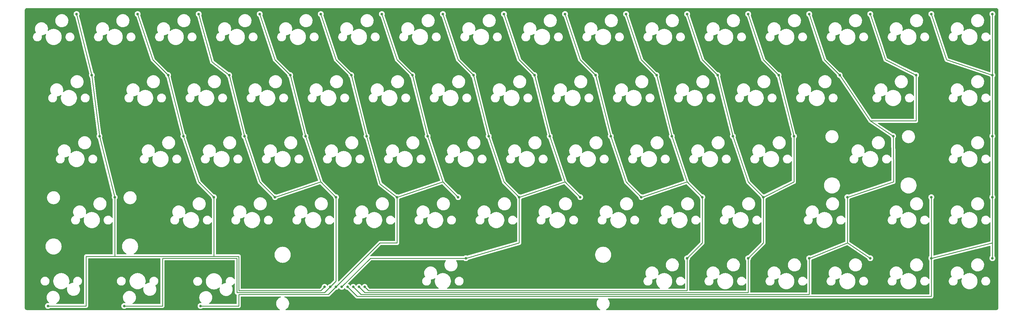
<source format=gtl>
%TF.GenerationSoftware,KiCad,Pcbnew,(6.0.11-0)*%
%TF.CreationDate,2023-07-19T11:20:52+01:00*%
%TF.ProjectId,keybird,6b657962-6972-4642-9e6b-696361645f70,0.3*%
%TF.SameCoordinates,Original*%
%TF.FileFunction,Copper,L1,Top*%
%TF.FilePolarity,Positive*%
%FSLAX46Y46*%
G04 Gerber Fmt 4.6, Leading zero omitted, Abs format (unit mm)*
G04 Created by KiCad (PCBNEW (6.0.11-0)) date 2023-07-19 11:20:52*
%MOMM*%
%LPD*%
G01*
G04 APERTURE LIST*
%TA.AperFunction,ViaPad*%
%ADD10C,0.800000*%
%TD*%
%TA.AperFunction,Conductor*%
%ADD11C,0.250000*%
%TD*%
G04 APERTURE END LIST*
D10*
%TO.N,/COL0*%
X64293804Y-54768796D03*
X73818812Y-73818812D03*
X30956276Y-16668764D03*
X38100032Y-54768796D03*
X50006292Y-16668764D03*
X35718780Y-35718780D03*
X42862536Y-73818812D03*
X22026581Y-107751653D03*
X59531300Y-35718780D03*
X108346966Y-101798523D03*
%TO.N,/COL1*%
X45839101Y-107751653D03*
X110132905Y-101798523D03*
X97631332Y-35718780D03*
X102393836Y-54768796D03*
X111918844Y-73818812D03*
X88106324Y-16668764D03*
X83343820Y-54768796D03*
X92868828Y-73818812D03*
X78581316Y-35718780D03*
X69056308Y-16668764D03*
%TO.N,/COL2*%
X135731364Y-35718780D03*
X126206356Y-16668764D03*
X121443852Y-54768796D03*
X116681348Y-35718780D03*
X130968860Y-73818812D03*
X150018876Y-73818812D03*
X107156340Y-16668764D03*
X111918844Y-101798523D03*
X140493868Y-54768796D03*
X69651621Y-107751653D03*
%TO.N,/COL3*%
X164306388Y-16668764D03*
X188118908Y-73818812D03*
X159543884Y-54768796D03*
X113704783Y-101798523D03*
X173831396Y-35718780D03*
X178593900Y-54768796D03*
X145256372Y-16668764D03*
X152400128Y-92868828D03*
X169068892Y-73818812D03*
X154781380Y-35718780D03*
%TO.N,/COL4*%
X120848539Y-101798523D03*
X211931428Y-35718780D03*
X207168924Y-73818812D03*
X221456436Y-92868828D03*
X216693932Y-54768796D03*
X197643916Y-54768796D03*
X202406420Y-16668764D03*
X192881412Y-35718780D03*
X183356404Y-16668764D03*
X226218940Y-73818812D03*
%TO.N,/COL5*%
X240506452Y-92868828D03*
X240506452Y-16668764D03*
X119062600Y-101798523D03*
X254793964Y-54768796D03*
X221456436Y-16668764D03*
X235743948Y-54768796D03*
X245268956Y-73818812D03*
X230981444Y-35718780D03*
X250031460Y-35718780D03*
%TO.N,/COL6*%
X285750240Y-54768796D03*
X259556468Y-16668764D03*
X278606484Y-92868828D03*
X117276661Y-101798523D03*
X269081476Y-35718780D03*
X278606484Y-16668764D03*
X271462728Y-73818812D03*
X259556468Y-92868828D03*
X292893996Y-35718780D03*
%TO.N,/COL7*%
X316706516Y-35718780D03*
X115490722Y-101798523D03*
X316706516Y-73818812D03*
X297656500Y-16668764D03*
X297656500Y-92868828D03*
X316706516Y-92868828D03*
X297656500Y-73818812D03*
X316706516Y-54768796D03*
X316706516Y-16668764D03*
%TO.N,GND*%
X108942279Y-92868828D03*
X35718720Y-16668764D03*
X302419004Y-16668764D03*
X35718780Y-88106324D03*
X23956250Y-54912500D03*
X19050016Y-107156340D03*
X302419004Y-35718780D03*
X302419004Y-54768796D03*
X207168924Y-107156340D03*
X302418496Y-107156160D03*
X28718750Y-73962500D03*
X21575000Y-35862500D03*
X302419004Y-73818812D03*
X152400128Y-107156340D03*
%TD*%
D11*
%TO.N,/COL0*%
X74414125Y-92273515D02*
X33932841Y-92273515D01*
X64293804Y-54768796D02*
X59531300Y-35718780D01*
X107169569Y-102989149D02*
X108346966Y-101798523D01*
X33932841Y-92273515D02*
X33932841Y-107751653D01*
X54768796Y-30956276D02*
X50006292Y-16668764D01*
X69056308Y-69056308D02*
X64293804Y-54768796D01*
X42862536Y-73818812D02*
X42862536Y-92273515D01*
X81557881Y-92273515D02*
X81557881Y-102989149D01*
X81557881Y-102989149D02*
X107169569Y-102989149D01*
X59531300Y-35718780D02*
X54768796Y-30956276D01*
X38100032Y-54768796D02*
X35718780Y-35718780D01*
X33932841Y-107751653D02*
X22026581Y-107751653D01*
X42862536Y-73818812D02*
X38100032Y-54768796D01*
X35718780Y-35718780D02*
X30956276Y-16668764D01*
X74414125Y-92273515D02*
X81557881Y-92273515D01*
X73818812Y-73818812D02*
X73818812Y-92273515D01*
X73818812Y-73818812D02*
X69056308Y-69056308D01*
%TO.N,/COL1*%
X111918844Y-73818812D02*
X107156340Y-69056308D01*
X45839101Y-107751653D02*
X57745361Y-107751653D01*
X88106324Y-69056308D02*
X92868828Y-73818812D01*
X92868828Y-73818812D02*
X107156340Y-69056308D01*
X102393836Y-54768796D02*
X97631332Y-35718780D01*
X78581316Y-35718780D02*
X73223483Y-31628118D01*
X108346966Y-103584462D02*
X110132905Y-101798523D01*
X107156340Y-69056308D02*
X102393836Y-54768796D01*
X57745361Y-107751653D02*
X57745361Y-92868828D01*
X92868828Y-30956276D02*
X88106324Y-16668764D01*
X111918844Y-73818812D02*
X111918844Y-100012584D01*
X80962568Y-103584462D02*
X108346966Y-103584462D01*
X83343820Y-54768796D02*
X88106324Y-69056308D01*
X80962568Y-92868828D02*
X80962568Y-103584462D01*
X83343820Y-54768796D02*
X78581316Y-35718780D01*
X97631332Y-35718780D02*
X92868828Y-30956276D01*
X57745361Y-92868828D02*
X80962568Y-92868828D01*
X73223483Y-31628118D02*
X69056308Y-16668764D01*
X111918844Y-100012584D02*
X110132905Y-101798523D01*
%TO.N,/COL2*%
X125611043Y-69651621D02*
X130968860Y-73818812D01*
X81557881Y-107751653D02*
X69651621Y-107751653D01*
X150018876Y-73818812D02*
X145256372Y-69056308D01*
X145256372Y-69056308D02*
X130968860Y-73818812D01*
X109537592Y-104179775D02*
X81557881Y-104179775D01*
X130968860Y-73818812D02*
X130968860Y-88106324D01*
X125611043Y-88106324D02*
X111918844Y-101798523D01*
X81557881Y-104179775D02*
X81557881Y-107751653D01*
X140493868Y-54768796D02*
X145256372Y-69056308D01*
X130968860Y-88106324D02*
X125611043Y-88106324D01*
X111918844Y-101798523D02*
X109537592Y-104179775D01*
X121443852Y-54768796D02*
X125611043Y-69651621D01*
X140493868Y-54768796D02*
X135731364Y-35718780D01*
X111918844Y-30956276D02*
X107156340Y-16668764D01*
X121443852Y-54768796D02*
X116681348Y-35718780D01*
X130968860Y-30956276D02*
X126206356Y-16668764D01*
X116681348Y-35718780D02*
X111918844Y-30956276D01*
X135731364Y-35718780D02*
X130968860Y-30956276D01*
%TO.N,/COL3*%
X152400128Y-92868828D02*
X169068892Y-88106324D01*
X188118908Y-73818812D02*
X183356404Y-69056308D01*
X178593900Y-54768796D02*
X173831396Y-35718780D01*
X169068892Y-73818812D02*
X183356404Y-69056308D01*
X159543884Y-54768796D02*
X154781380Y-35718780D01*
X150018876Y-30956276D02*
X154781380Y-35718780D01*
X152400128Y-92868828D02*
X122634478Y-92868828D01*
X169068892Y-30956276D02*
X173831396Y-35718780D01*
X159543884Y-54768796D02*
X164306388Y-69056308D01*
X122634478Y-92868828D02*
X113704783Y-101798523D01*
X145256372Y-16668764D02*
X150018876Y-30956276D01*
X164306388Y-16668764D02*
X169068892Y-30956276D01*
X164306388Y-69056308D02*
X169068892Y-73818812D01*
X169068892Y-88106324D02*
X169068892Y-73818812D01*
X183356404Y-69056308D02*
X178593900Y-54768796D01*
%TO.N,/COL4*%
X226218940Y-88106324D02*
X221456436Y-92868828D01*
X221456436Y-92868828D02*
X221456436Y-102989149D01*
X226218940Y-73818812D02*
X226218940Y-88106324D01*
X197643916Y-54768796D02*
X202406420Y-69056308D01*
X122039165Y-102989149D02*
X120848539Y-101798523D01*
X226218940Y-73818812D02*
X221456436Y-69056308D01*
X211931428Y-35718780D02*
X207168924Y-30956276D01*
X221456436Y-69056308D02*
X207168924Y-73818812D01*
X188118908Y-30956276D02*
X183356404Y-16668764D01*
X202406420Y-69056308D02*
X207168924Y-73818812D01*
X221456436Y-102989149D02*
X122039165Y-102989149D01*
X188118908Y-30956276D02*
X192881412Y-35718780D01*
X197643916Y-54768796D02*
X192881412Y-35718780D01*
X207168924Y-30956276D02*
X202406420Y-16668764D01*
X216693932Y-54768796D02*
X221456436Y-69056308D01*
X216693932Y-54768796D02*
X211931428Y-35718780D01*
%TO.N,/COL5*%
X254793964Y-54768796D02*
X254793964Y-69056308D01*
X235743948Y-54768796D02*
X240506452Y-69056308D01*
X245268956Y-73818812D02*
X245268956Y-88106324D01*
X245268956Y-30956276D02*
X240506452Y-16668764D01*
X240506452Y-69056308D02*
X245268956Y-73818812D01*
X240506452Y-92868828D02*
X240506452Y-103584462D01*
X254793964Y-54768796D02*
X250031460Y-35718780D01*
X250031460Y-35718780D02*
X245268956Y-30956276D01*
X226218940Y-30956276D02*
X230981444Y-35718780D01*
X235743948Y-54768796D02*
X230981444Y-35718780D01*
X120848539Y-103584462D02*
X119062600Y-101798523D01*
X245268956Y-88106324D02*
X240506452Y-92868828D01*
X254793964Y-69056308D02*
X245268956Y-73818812D01*
X240506452Y-103584462D02*
X120848539Y-103584462D01*
X221456436Y-16668764D02*
X226218940Y-30956276D01*
%TO.N,/COL6*%
X278606484Y-16668764D02*
X283368988Y-30956276D01*
X283368988Y-30956276D02*
X292893996Y-35718780D01*
X259556468Y-92868828D02*
X259556468Y-104179775D01*
X278606484Y-92868828D02*
X271462728Y-88106324D01*
X259556468Y-16668764D02*
X264318972Y-30956276D01*
X285869303Y-69056308D02*
X285750240Y-54768796D01*
X278606484Y-50006292D02*
X269081476Y-35718780D01*
X119657913Y-104179775D02*
X117276661Y-101798523D01*
X292893996Y-35718780D02*
X292893996Y-50006292D01*
X285750240Y-54768796D02*
X278606484Y-50006292D01*
X271462728Y-73818812D02*
X271462728Y-88106324D01*
X259556468Y-104179775D02*
X119657913Y-104179775D01*
X271462728Y-73818812D02*
X285869303Y-69056308D01*
X292893996Y-50006292D02*
X278606484Y-50006292D01*
X264318972Y-30956276D02*
X269081476Y-35718780D01*
X259556468Y-92868828D02*
X271462728Y-88106324D01*
%TO.N,/COL7*%
X297656500Y-92868828D02*
X316706516Y-88106324D01*
X118467287Y-104775088D02*
X115490722Y-101798523D01*
X297656500Y-92868828D02*
X297656500Y-73818812D01*
X297656500Y-104775088D02*
X118467287Y-104775088D01*
X316706516Y-35718780D02*
X316706516Y-54768796D01*
X297656500Y-92868828D02*
X297656500Y-104775088D01*
X316706516Y-54768796D02*
X316706516Y-73818812D01*
X316706516Y-16668764D02*
X316706516Y-35718780D01*
X297656500Y-16668764D02*
X302419004Y-30956276D01*
X316706516Y-73818812D02*
X316706516Y-92868828D01*
X302419004Y-30956276D02*
X316706516Y-35718780D01*
%TD*%
%TA.AperFunction,Conductor*%
%TO.N,GND*%
G36*
X114675642Y-102221811D02*
G01*
X114706870Y-102257851D01*
X114751682Y-102335467D01*
X114756100Y-102340374D01*
X114756101Y-102340375D01*
X114814401Y-102405124D01*
X114879469Y-102477389D01*
X115033970Y-102589641D01*
X115039998Y-102592325D01*
X115040000Y-102592326D01*
X115202403Y-102664632D01*
X115208434Y-102667317D01*
X115291386Y-102684949D01*
X115388778Y-102705651D01*
X115388783Y-102705651D01*
X115395235Y-102707023D01*
X115451128Y-102707023D01*
X115519249Y-102727025D01*
X115540223Y-102743928D01*
X117963630Y-105167335D01*
X117971174Y-105175625D01*
X117975287Y-105182106D01*
X117981064Y-105187531D01*
X118024954Y-105228746D01*
X118027796Y-105231501D01*
X118047518Y-105251223D01*
X118050642Y-105253646D01*
X118050646Y-105253650D01*
X118050711Y-105253700D01*
X118059732Y-105261405D01*
X118091966Y-105291674D01*
X118098914Y-105295493D01*
X118098916Y-105295495D01*
X118109719Y-105301434D01*
X118126246Y-105312290D01*
X118135985Y-105319845D01*
X118135987Y-105319846D01*
X118142247Y-105324702D01*
X118182827Y-105342262D01*
X118193475Y-105347479D01*
X118207702Y-105355300D01*
X118232227Y-105368783D01*
X118239903Y-105370754D01*
X118239906Y-105370755D01*
X118251849Y-105373821D01*
X118270554Y-105380225D01*
X118289142Y-105388269D01*
X118296965Y-105389508D01*
X118296975Y-105389511D01*
X118332811Y-105395187D01*
X118344431Y-105397593D01*
X118379576Y-105406616D01*
X118387257Y-105408588D01*
X118407511Y-105408588D01*
X118427221Y-105410139D01*
X118447230Y-105413308D01*
X118455122Y-105412562D01*
X118466550Y-105411482D01*
X118491249Y-105409147D01*
X118503106Y-105408588D01*
X193663857Y-105408588D01*
X193731978Y-105428590D01*
X193778471Y-105482246D01*
X193788575Y-105552520D01*
X193759081Y-105617100D01*
X193751385Y-105625224D01*
X193742120Y-105634171D01*
X193567117Y-105858165D01*
X193530363Y-105921825D01*
X193453112Y-106055627D01*
X193424990Y-106104335D01*
X193423340Y-106108419D01*
X193423337Y-106108425D01*
X193325422Y-106350776D01*
X193318508Y-106367889D01*
X193249741Y-106643698D01*
X193249282Y-106648068D01*
X193249281Y-106648072D01*
X193224237Y-106886345D01*
X193220028Y-106926394D01*
X193220181Y-106930782D01*
X193220181Y-106930788D01*
X193226479Y-107111128D01*
X193229948Y-107210473D01*
X193279308Y-107490407D01*
X193280663Y-107494578D01*
X193280665Y-107494585D01*
X193304613Y-107568288D01*
X193367147Y-107760747D01*
X193369075Y-107764700D01*
X193369077Y-107764705D01*
X193401745Y-107831683D01*
X193491755Y-108016231D01*
X193494210Y-108019870D01*
X193494213Y-108019876D01*
X193648247Y-108248241D01*
X193648252Y-108248248D01*
X193650707Y-108251887D01*
X193653651Y-108255156D01*
X193653652Y-108255158D01*
X193804275Y-108422442D01*
X193840909Y-108463128D01*
X194058659Y-108645842D01*
X194292158Y-108791748D01*
X194299196Y-108796146D01*
X194346366Y-108849207D01*
X194357361Y-108919347D01*
X194328690Y-108984297D01*
X194269456Y-109023436D01*
X194232426Y-109029000D01*
X96270247Y-109029000D01*
X96202126Y-109008998D01*
X96155633Y-108955342D01*
X96145529Y-108885068D01*
X96175023Y-108820488D01*
X96211090Y-108791751D01*
X96335941Y-108725367D01*
X96339501Y-108722781D01*
X96339505Y-108722778D01*
X96562343Y-108560876D01*
X96562346Y-108560874D01*
X96565906Y-108558287D01*
X96579193Y-108545456D01*
X96767218Y-108363883D01*
X96767221Y-108363879D01*
X96770380Y-108360829D01*
X96945383Y-108136835D01*
X97054489Y-107947859D01*
X97085305Y-107894485D01*
X97085308Y-107894480D01*
X97087510Y-107890665D01*
X97089160Y-107886581D01*
X97089163Y-107886575D01*
X97192343Y-107631193D01*
X97192344Y-107631190D01*
X97193992Y-107627111D01*
X97262759Y-107351302D01*
X97287265Y-107118153D01*
X97292013Y-107072975D01*
X97292013Y-107072972D01*
X97292472Y-107068606D01*
X97292181Y-107060274D01*
X97282706Y-106788924D01*
X97282705Y-106788917D01*
X97282552Y-106784527D01*
X97277432Y-106755487D01*
X97242759Y-106558850D01*
X97233192Y-106504593D01*
X97231837Y-106500422D01*
X97231835Y-106500415D01*
X97146714Y-106238442D01*
X97145353Y-106234253D01*
X97142587Y-106228580D01*
X97085596Y-106111733D01*
X97020745Y-105978769D01*
X97018290Y-105975130D01*
X97018287Y-105975124D01*
X96864253Y-105746759D01*
X96864248Y-105746752D01*
X96861793Y-105743113D01*
X96846837Y-105726502D01*
X96674539Y-105535146D01*
X96674538Y-105535145D01*
X96671591Y-105531872D01*
X96453841Y-105349158D01*
X96297112Y-105251223D01*
X96216505Y-105200854D01*
X96212781Y-105198527D01*
X95953103Y-105082911D01*
X95874577Y-105060394D01*
X95814608Y-105022390D01*
X95784706Y-104957998D01*
X95794364Y-104887661D01*
X95840515Y-104833711D01*
X95909307Y-104813275D01*
X109458825Y-104813275D01*
X109470008Y-104813802D01*
X109477501Y-104815477D01*
X109485427Y-104815228D01*
X109485428Y-104815228D01*
X109545578Y-104813337D01*
X109549537Y-104813275D01*
X109577448Y-104813275D01*
X109581383Y-104812778D01*
X109581448Y-104812770D01*
X109593285Y-104811837D01*
X109625543Y-104810823D01*
X109629562Y-104810697D01*
X109637481Y-104810448D01*
X109656935Y-104804796D01*
X109676292Y-104800788D01*
X109688522Y-104799243D01*
X109688523Y-104799243D01*
X109696389Y-104798249D01*
X109703760Y-104795330D01*
X109703762Y-104795330D01*
X109737504Y-104781971D01*
X109748734Y-104778126D01*
X109783575Y-104768004D01*
X109783576Y-104768004D01*
X109791185Y-104765793D01*
X109798004Y-104761760D01*
X109798009Y-104761758D01*
X109808620Y-104755482D01*
X109826368Y-104746787D01*
X109845209Y-104739327D01*
X109880979Y-104713339D01*
X109890899Y-104706823D01*
X109922127Y-104688355D01*
X109922130Y-104688353D01*
X109928954Y-104684317D01*
X109943275Y-104669996D01*
X109958309Y-104657155D01*
X109974699Y-104645247D01*
X110002890Y-104611170D01*
X110010880Y-104602391D01*
X111869344Y-102743928D01*
X111931656Y-102709902D01*
X111958439Y-102707023D01*
X112014331Y-102707023D01*
X112020783Y-102705651D01*
X112020788Y-102705651D01*
X112118180Y-102684949D01*
X112201132Y-102667317D01*
X112207163Y-102664632D01*
X112369566Y-102592326D01*
X112369568Y-102592325D01*
X112375596Y-102589641D01*
X112530097Y-102477389D01*
X112595165Y-102405124D01*
X112653465Y-102340375D01*
X112653466Y-102340374D01*
X112657884Y-102335467D01*
X112702695Y-102257852D01*
X112754078Y-102208859D01*
X112823792Y-102195424D01*
X112889703Y-102221811D01*
X112920931Y-102257851D01*
X112965743Y-102335467D01*
X112970161Y-102340374D01*
X112970162Y-102340375D01*
X113028462Y-102405124D01*
X113093530Y-102477389D01*
X113248031Y-102589641D01*
X113254059Y-102592325D01*
X113254061Y-102592326D01*
X113416464Y-102664632D01*
X113422495Y-102667317D01*
X113505447Y-102684949D01*
X113602839Y-102705651D01*
X113602844Y-102705651D01*
X113609296Y-102707023D01*
X113800270Y-102707023D01*
X113806722Y-102705651D01*
X113806727Y-102705651D01*
X113904119Y-102684949D01*
X113987071Y-102667317D01*
X113993102Y-102664632D01*
X114155505Y-102592326D01*
X114155507Y-102592325D01*
X114161535Y-102589641D01*
X114316036Y-102477389D01*
X114381104Y-102405124D01*
X114439404Y-102340375D01*
X114439405Y-102340374D01*
X114443823Y-102335467D01*
X114488634Y-102257852D01*
X114540017Y-102208859D01*
X114609731Y-102195424D01*
X114675642Y-102221811D01*
G37*
%TD.AperFunction*%
%TA.AperFunction,Conductor*%
G36*
X317866902Y-14797500D02*
G01*
X317890610Y-14801191D01*
X317899613Y-14800013D01*
X317899632Y-14800011D01*
X317930079Y-14799739D01*
X318034564Y-14811510D01*
X318062071Y-14817788D01*
X318179446Y-14858857D01*
X318204863Y-14871096D01*
X318310167Y-14937262D01*
X318332222Y-14954852D01*
X318420148Y-15042778D01*
X318437738Y-15064833D01*
X318503904Y-15170137D01*
X318516143Y-15195554D01*
X318557212Y-15312929D01*
X318563490Y-15340437D01*
X318574519Y-15438337D01*
X318574287Y-15453982D01*
X318575301Y-15453994D01*
X318575191Y-15462964D01*
X318573809Y-15471838D01*
X318574973Y-15480741D01*
X318574973Y-15480742D01*
X318577937Y-15503413D01*
X318579000Y-15519747D01*
X318579000Y-108297519D01*
X318577500Y-108316902D01*
X318573809Y-108340610D01*
X318574974Y-108349514D01*
X318574989Y-108349632D01*
X318575261Y-108380079D01*
X318563490Y-108484564D01*
X318557212Y-108512071D01*
X318516143Y-108629446D01*
X318503904Y-108654863D01*
X318437738Y-108760167D01*
X318420148Y-108782222D01*
X318332222Y-108870148D01*
X318310167Y-108887738D01*
X318204863Y-108953904D01*
X318179446Y-108966143D01*
X318062071Y-109007212D01*
X318034563Y-109013490D01*
X317936663Y-109024519D01*
X317921018Y-109024287D01*
X317921006Y-109025301D01*
X317912036Y-109025191D01*
X317903162Y-109023809D01*
X317894259Y-109024973D01*
X317894258Y-109024973D01*
X317871587Y-109027937D01*
X317855253Y-109029000D01*
X196270247Y-109029000D01*
X196202126Y-109008998D01*
X196155633Y-108955342D01*
X196145529Y-108885068D01*
X196175023Y-108820488D01*
X196211090Y-108791751D01*
X196335941Y-108725367D01*
X196339501Y-108722781D01*
X196339505Y-108722778D01*
X196562343Y-108560876D01*
X196562346Y-108560874D01*
X196565906Y-108558287D01*
X196579193Y-108545456D01*
X196767218Y-108363883D01*
X196767221Y-108363879D01*
X196770380Y-108360829D01*
X196945383Y-108136835D01*
X197054489Y-107947859D01*
X197085305Y-107894485D01*
X197085308Y-107894480D01*
X197087510Y-107890665D01*
X197089160Y-107886581D01*
X197089163Y-107886575D01*
X197192343Y-107631193D01*
X197192344Y-107631190D01*
X197193992Y-107627111D01*
X197262759Y-107351302D01*
X197287265Y-107118153D01*
X197292013Y-107072975D01*
X197292013Y-107072972D01*
X197292472Y-107068606D01*
X197292181Y-107060274D01*
X197282706Y-106788924D01*
X197282705Y-106788917D01*
X197282552Y-106784527D01*
X197277432Y-106755487D01*
X197242759Y-106558850D01*
X197233192Y-106504593D01*
X197231837Y-106500422D01*
X197231835Y-106500415D01*
X197146714Y-106238442D01*
X197145353Y-106234253D01*
X197142587Y-106228580D01*
X197085596Y-106111733D01*
X197020745Y-105978769D01*
X197018290Y-105975130D01*
X197018287Y-105975124D01*
X196864253Y-105746759D01*
X196864248Y-105746752D01*
X196861793Y-105743113D01*
X196749947Y-105618896D01*
X196719232Y-105554891D01*
X196727996Y-105484437D01*
X196773458Y-105429906D01*
X196843585Y-105408588D01*
X297584707Y-105408588D01*
X297608316Y-105410820D01*
X297608619Y-105410878D01*
X297608623Y-105410878D01*
X297616406Y-105412363D01*
X297672451Y-105408837D01*
X297680362Y-105408588D01*
X297696356Y-105408588D01*
X297712230Y-105406582D01*
X297720090Y-105405840D01*
X297747549Y-105404112D01*
X297768237Y-105402811D01*
X297768238Y-105402811D01*
X297776150Y-105402313D01*
X297783691Y-105399863D01*
X297783987Y-105399767D01*
X297807131Y-105394594D01*
X297807435Y-105394556D01*
X297807440Y-105394555D01*
X297815297Y-105393562D01*
X297822662Y-105390646D01*
X297822666Y-105390645D01*
X297867511Y-105372889D01*
X297874930Y-105370217D01*
X297928375Y-105352852D01*
X297935072Y-105348602D01*
X297935331Y-105348438D01*
X297956458Y-105337673D01*
X297956746Y-105337559D01*
X297956751Y-105337556D01*
X297964117Y-105334640D01*
X297970525Y-105329984D01*
X297970531Y-105329981D01*
X298009552Y-105301630D01*
X298016089Y-105297187D01*
X298063518Y-105267088D01*
X298069159Y-105261081D01*
X298086946Y-105245400D01*
X298087191Y-105245222D01*
X298087193Y-105245220D01*
X298093607Y-105240560D01*
X298098662Y-105234450D01*
X298129403Y-105197292D01*
X298134634Y-105191358D01*
X298167658Y-105156190D01*
X298167660Y-105156187D01*
X298173086Y-105150409D01*
X298177058Y-105143185D01*
X298190381Y-105123582D01*
X298190580Y-105123342D01*
X298190584Y-105123335D01*
X298195633Y-105117232D01*
X298219547Y-105066412D01*
X298223129Y-105059380D01*
X298250195Y-105010148D01*
X298252165Y-105002473D01*
X298252168Y-105002467D01*
X298252244Y-105002169D01*
X298260276Y-104979860D01*
X298260406Y-104979585D01*
X298260409Y-104979577D01*
X298263783Y-104972406D01*
X298274306Y-104917239D01*
X298276032Y-104909517D01*
X298288029Y-104862795D01*
X298288029Y-104862794D01*
X298290000Y-104855118D01*
X298290000Y-104846881D01*
X298292232Y-104823272D01*
X298292290Y-104822969D01*
X298292290Y-104822965D01*
X298293775Y-104815182D01*
X298290249Y-104759137D01*
X298290000Y-104751226D01*
X298290000Y-99947093D01*
X303095539Y-99947093D01*
X303104348Y-100181716D01*
X303106239Y-100190729D01*
X303130294Y-100305371D01*
X303152562Y-100411501D01*
X303238802Y-100629877D01*
X303241571Y-100634440D01*
X303352223Y-100816788D01*
X303360604Y-100830600D01*
X303514485Y-101007932D01*
X303518617Y-101011320D01*
X303691916Y-101153417D01*
X303691922Y-101153421D01*
X303696044Y-101156801D01*
X303700680Y-101159440D01*
X303700683Y-101159442D01*
X303867153Y-101254202D01*
X303900090Y-101272951D01*
X304120789Y-101353061D01*
X304126038Y-101354010D01*
X304126041Y-101354011D01*
X304207115Y-101368671D01*
X304351830Y-101394840D01*
X304355969Y-101395035D01*
X304355976Y-101395036D01*
X304374940Y-101395930D01*
X304374949Y-101395930D01*
X304376429Y-101396000D01*
X304541450Y-101396000D01*
X304622799Y-101389097D01*
X304711137Y-101381602D01*
X304711141Y-101381601D01*
X304716448Y-101381151D01*
X304721603Y-101379813D01*
X304721609Y-101379812D01*
X304899323Y-101333686D01*
X304943706Y-101322167D01*
X304948572Y-101319975D01*
X304948575Y-101319974D01*
X305152917Y-101227924D01*
X305152920Y-101227923D01*
X305157778Y-101225734D01*
X305352541Y-101094612D01*
X305368814Y-101079089D01*
X305500605Y-100953366D01*
X305522427Y-100932549D01*
X305549396Y-100896302D01*
X305608555Y-100816788D01*
X305662578Y-100744179D01*
X305665001Y-100739415D01*
X305766569Y-100539644D01*
X305766569Y-100539643D01*
X305768987Y-100534888D01*
X305838611Y-100310660D01*
X305856397Y-100176468D01*
X305868761Y-100083190D01*
X305868761Y-100083187D01*
X305869461Y-100077907D01*
X305867762Y-100032641D01*
X305864553Y-99947177D01*
X305860652Y-99843284D01*
X305820055Y-99649801D01*
X305825642Y-99579025D01*
X305868607Y-99522504D01*
X305934581Y-99498234D01*
X306031815Y-99491435D01*
X306031820Y-99491434D01*
X306036200Y-99491128D01*
X306314377Y-99431999D01*
X306318506Y-99430496D01*
X306318510Y-99430495D01*
X306577474Y-99336240D01*
X306577478Y-99336238D01*
X306581619Y-99334731D01*
X306585509Y-99332663D01*
X306585515Y-99332660D01*
X306828830Y-99203287D01*
X306828836Y-99203283D01*
X306832722Y-99201217D01*
X306836288Y-99198626D01*
X306836293Y-99198623D01*
X306978241Y-99095493D01*
X307045108Y-99071634D01*
X307114260Y-99087715D01*
X307163740Y-99138629D01*
X307177839Y-99208212D01*
X307172449Y-99234807D01*
X307172057Y-99235798D01*
X307093560Y-99541525D01*
X307054000Y-99854679D01*
X307054000Y-100170321D01*
X307093560Y-100483475D01*
X307172057Y-100789202D01*
X307173510Y-100792871D01*
X307173510Y-100792872D01*
X307284672Y-101073634D01*
X307288253Y-101082679D01*
X307290159Y-101086147D01*
X307290160Y-101086148D01*
X307436898Y-101353061D01*
X307440316Y-101359279D01*
X307625846Y-101614640D01*
X307841918Y-101844733D01*
X307844969Y-101847257D01*
X307844970Y-101847258D01*
X307858883Y-101858768D01*
X308085125Y-102045932D01*
X308351631Y-102215062D01*
X308355210Y-102216746D01*
X308355217Y-102216750D01*
X308633644Y-102347767D01*
X308633648Y-102347769D01*
X308637234Y-102349456D01*
X308641006Y-102350682D01*
X308641007Y-102350682D01*
X308656294Y-102355649D01*
X308937428Y-102446995D01*
X309247480Y-102506141D01*
X309483662Y-102521000D01*
X309641338Y-102521000D01*
X309877520Y-102506141D01*
X310187572Y-102446995D01*
X310468706Y-102355649D01*
X310483993Y-102350682D01*
X310483994Y-102350682D01*
X310487766Y-102349456D01*
X310491352Y-102347769D01*
X310491356Y-102347767D01*
X310769783Y-102216750D01*
X310769790Y-102216746D01*
X310773369Y-102215062D01*
X311039875Y-102045932D01*
X311266117Y-101858768D01*
X311280030Y-101847258D01*
X311280031Y-101847257D01*
X311283082Y-101844733D01*
X311499154Y-101614640D01*
X311684684Y-101359279D01*
X311688103Y-101353061D01*
X311834840Y-101086148D01*
X311834841Y-101086147D01*
X311836747Y-101082679D01*
X311840329Y-101073634D01*
X311951490Y-100792872D01*
X311951490Y-100792871D01*
X311952943Y-100789202D01*
X312031440Y-100483475D01*
X312071000Y-100170321D01*
X312071000Y-99947093D01*
X313255539Y-99947093D01*
X313264348Y-100181716D01*
X313266239Y-100190729D01*
X313290294Y-100305371D01*
X313312562Y-100411501D01*
X313398802Y-100629877D01*
X313401571Y-100634440D01*
X313512223Y-100816788D01*
X313520604Y-100830600D01*
X313674485Y-101007932D01*
X313678617Y-101011320D01*
X313851916Y-101153417D01*
X313851922Y-101153421D01*
X313856044Y-101156801D01*
X313860680Y-101159440D01*
X313860683Y-101159442D01*
X314027153Y-101254202D01*
X314060090Y-101272951D01*
X314280789Y-101353061D01*
X314286038Y-101354010D01*
X314286041Y-101354011D01*
X314367115Y-101368671D01*
X314511830Y-101394840D01*
X314515969Y-101395035D01*
X314515976Y-101395036D01*
X314534940Y-101395930D01*
X314534949Y-101395930D01*
X314536429Y-101396000D01*
X314701450Y-101396000D01*
X314782799Y-101389097D01*
X314871137Y-101381602D01*
X314871141Y-101381601D01*
X314876448Y-101381151D01*
X314881603Y-101379813D01*
X314881609Y-101379812D01*
X315059323Y-101333686D01*
X315103706Y-101322167D01*
X315108572Y-101319975D01*
X315108575Y-101319974D01*
X315312917Y-101227924D01*
X315312920Y-101227923D01*
X315317778Y-101225734D01*
X315512541Y-101094612D01*
X315528814Y-101079089D01*
X315660605Y-100953366D01*
X315682427Y-100932549D01*
X315709396Y-100896302D01*
X315768555Y-100816788D01*
X315822578Y-100744179D01*
X315825001Y-100739415D01*
X315926569Y-100539644D01*
X315926569Y-100539643D01*
X315928987Y-100534888D01*
X315998611Y-100310660D01*
X316016397Y-100176468D01*
X316028761Y-100083190D01*
X316028761Y-100083187D01*
X316029461Y-100077907D01*
X316027762Y-100032641D01*
X316024553Y-99947177D01*
X316020652Y-99843284D01*
X315994724Y-99719713D01*
X315973535Y-99618726D01*
X315973534Y-99618723D01*
X315972438Y-99613499D01*
X315886198Y-99395123D01*
X315787290Y-99232128D01*
X315767164Y-99198961D01*
X315767162Y-99198958D01*
X315764396Y-99194400D01*
X315610515Y-99017068D01*
X315589420Y-98999771D01*
X315433084Y-98871583D01*
X315433078Y-98871579D01*
X315428956Y-98868199D01*
X315424320Y-98865560D01*
X315424317Y-98865558D01*
X315229553Y-98754692D01*
X315224910Y-98752049D01*
X315004211Y-98671939D01*
X314998962Y-98670990D01*
X314998959Y-98670989D01*
X314917885Y-98656329D01*
X314773170Y-98630160D01*
X314769031Y-98629965D01*
X314769024Y-98629964D01*
X314750060Y-98629070D01*
X314750051Y-98629070D01*
X314748571Y-98629000D01*
X314583550Y-98629000D01*
X314502201Y-98635903D01*
X314413863Y-98643398D01*
X314413859Y-98643399D01*
X314408552Y-98643849D01*
X314403397Y-98645187D01*
X314403391Y-98645188D01*
X314273077Y-98679011D01*
X314181294Y-98702833D01*
X314176428Y-98705025D01*
X314176425Y-98705026D01*
X313972083Y-98797076D01*
X313972080Y-98797077D01*
X313967222Y-98799266D01*
X313772459Y-98930388D01*
X313768602Y-98934067D01*
X313768600Y-98934069D01*
X313706709Y-98993110D01*
X313602573Y-99092451D01*
X313462422Y-99280821D01*
X313460006Y-99285572D01*
X313460004Y-99285576D01*
X313373223Y-99456262D01*
X313356013Y-99490112D01*
X313286389Y-99714340D01*
X313285688Y-99719629D01*
X313259080Y-99920381D01*
X313255539Y-99947093D01*
X312071000Y-99947093D01*
X312071000Y-99854679D01*
X312031440Y-99541525D01*
X311952943Y-99235798D01*
X311939251Y-99201217D01*
X311838202Y-98945995D01*
X311838200Y-98945990D01*
X311836747Y-98942321D01*
X311834840Y-98938852D01*
X311686593Y-98669193D01*
X311686591Y-98669190D01*
X311684684Y-98665721D01*
X311499154Y-98410360D01*
X311283082Y-98180267D01*
X311202240Y-98113388D01*
X311042927Y-97981593D01*
X311039875Y-97979068D01*
X310773369Y-97809938D01*
X310769790Y-97808254D01*
X310769783Y-97808250D01*
X310491356Y-97677233D01*
X310491352Y-97677231D01*
X310487766Y-97675544D01*
X310187572Y-97578005D01*
X309877520Y-97518859D01*
X309641338Y-97504000D01*
X309483662Y-97504000D01*
X309247480Y-97518859D01*
X308937428Y-97578005D01*
X308637234Y-97675544D01*
X308633648Y-97677231D01*
X308633644Y-97677233D01*
X308355217Y-97808250D01*
X308355210Y-97808254D01*
X308351631Y-97809938D01*
X308085125Y-97979068D01*
X308082073Y-97981593D01*
X307922862Y-98113304D01*
X307857624Y-98141314D01*
X307787599Y-98129607D01*
X307735020Y-98081900D01*
X307716579Y-98013341D01*
X307720289Y-97985737D01*
X307758932Y-97830747D01*
X307759997Y-97826476D01*
X307761504Y-97812146D01*
X307789265Y-97548010D01*
X307789265Y-97548007D01*
X307789724Y-97543641D01*
X307788850Y-97518610D01*
X307779953Y-97263819D01*
X307779952Y-97263813D01*
X307779799Y-97259422D01*
X307730415Y-96979350D01*
X307729060Y-96975179D01*
X307729058Y-96975172D01*
X307643894Y-96713066D01*
X307642533Y-96708877D01*
X307517863Y-96453267D01*
X307515408Y-96449628D01*
X307515405Y-96449622D01*
X307361292Y-96221141D01*
X307358833Y-96217495D01*
X307168537Y-96006150D01*
X306950680Y-95823346D01*
X306709502Y-95672641D01*
X306449696Y-95556969D01*
X306176321Y-95478579D01*
X306171967Y-95477967D01*
X306171962Y-95477966D01*
X305998333Y-95453565D01*
X305894696Y-95439000D01*
X305681482Y-95439000D01*
X305679296Y-95439153D01*
X305679292Y-95439153D01*
X305473185Y-95453565D01*
X305473180Y-95453566D01*
X305468800Y-95453872D01*
X305190623Y-95513001D01*
X305186494Y-95514504D01*
X305186490Y-95514505D01*
X304927526Y-95608760D01*
X304927522Y-95608762D01*
X304923381Y-95610269D01*
X304919491Y-95612337D01*
X304919485Y-95612340D01*
X304676170Y-95741713D01*
X304676164Y-95741717D01*
X304672278Y-95743783D01*
X304668718Y-95746370D01*
X304668714Y-95746372D01*
X304553597Y-95830009D01*
X304442199Y-95910944D01*
X304439035Y-95914000D01*
X304439032Y-95914002D01*
X304240790Y-96105443D01*
X304240786Y-96105447D01*
X304237625Y-96108500D01*
X304234918Y-96111965D01*
X304234916Y-96111967D01*
X304178748Y-96183859D01*
X304062535Y-96332604D01*
X304026179Y-96395575D01*
X303967778Y-96496729D01*
X303920339Y-96578895D01*
X303918689Y-96582979D01*
X303918686Y-96582985D01*
X303858336Y-96732359D01*
X303813804Y-96842579D01*
X303812740Y-96846848D01*
X303812739Y-96846850D01*
X303801234Y-96892996D01*
X303745003Y-97118524D01*
X303744544Y-97122892D01*
X303744543Y-97122897D01*
X303730649Y-97255092D01*
X303715276Y-97401359D01*
X303715429Y-97405747D01*
X303715429Y-97405753D01*
X303724913Y-97677317D01*
X303725201Y-97685578D01*
X303725963Y-97689901D01*
X303725964Y-97689908D01*
X303746831Y-97808250D01*
X303774585Y-97965650D01*
X303775940Y-97969821D01*
X303775942Y-97969828D01*
X303819052Y-98102505D01*
X303862467Y-98236123D01*
X303864395Y-98240076D01*
X303864397Y-98240081D01*
X303867269Y-98245969D01*
X303987137Y-98491733D01*
X303989592Y-98495372D01*
X303989595Y-98495378D01*
X304020706Y-98541501D01*
X304042216Y-98609160D01*
X304023732Y-98677708D01*
X303967998Y-98726841D01*
X303812083Y-98797076D01*
X303812080Y-98797077D01*
X303807222Y-98799266D01*
X303612459Y-98930388D01*
X303608602Y-98934067D01*
X303608600Y-98934069D01*
X303546709Y-98993110D01*
X303442573Y-99092451D01*
X303302422Y-99280821D01*
X303300006Y-99285572D01*
X303300004Y-99285576D01*
X303213223Y-99456262D01*
X303196013Y-99490112D01*
X303126389Y-99714340D01*
X303125688Y-99719629D01*
X303099080Y-99920381D01*
X303095539Y-99947093D01*
X298290000Y-99947093D01*
X298290000Y-94861359D01*
X310065276Y-94861359D01*
X310065429Y-94865747D01*
X310065429Y-94865753D01*
X310070245Y-95003641D01*
X310075201Y-95145578D01*
X310124585Y-95425650D01*
X310125940Y-95429821D01*
X310125942Y-95429828D01*
X310198601Y-95653449D01*
X310212467Y-95696123D01*
X310337137Y-95951733D01*
X310339592Y-95955372D01*
X310339595Y-95955378D01*
X310376107Y-96009509D01*
X310496167Y-96187505D01*
X310499111Y-96190774D01*
X310499112Y-96190776D01*
X310523170Y-96217495D01*
X310686463Y-96398850D01*
X310904320Y-96581654D01*
X311145498Y-96732359D01*
X311405304Y-96848031D01*
X311678679Y-96926421D01*
X311683033Y-96927033D01*
X311683038Y-96927034D01*
X311848583Y-96950299D01*
X311960304Y-96966000D01*
X312173518Y-96966000D01*
X312175704Y-96965847D01*
X312175708Y-96965847D01*
X312381815Y-96951435D01*
X312381820Y-96951434D01*
X312386200Y-96951128D01*
X312664377Y-96891999D01*
X312668506Y-96890496D01*
X312668510Y-96890495D01*
X312927474Y-96796240D01*
X312927478Y-96796238D01*
X312931619Y-96794731D01*
X312935509Y-96792663D01*
X312935515Y-96792660D01*
X313178830Y-96663287D01*
X313178836Y-96663283D01*
X313182722Y-96661217D01*
X313186282Y-96658630D01*
X313186286Y-96658628D01*
X313409238Y-96496645D01*
X313409241Y-96496642D01*
X313412801Y-96494056D01*
X313455039Y-96453267D01*
X313614210Y-96299557D01*
X313614214Y-96299553D01*
X313617375Y-96296500D01*
X313792465Y-96072396D01*
X313864363Y-95947865D01*
X313932456Y-95829925D01*
X313932459Y-95829920D01*
X313934661Y-95826105D01*
X313936311Y-95822021D01*
X313936314Y-95822015D01*
X314014395Y-95628755D01*
X314041196Y-95562421D01*
X314042535Y-95557053D01*
X314108932Y-95290747D01*
X314109997Y-95286476D01*
X314139724Y-95003641D01*
X314134909Y-94865753D01*
X314129953Y-94723819D01*
X314129952Y-94723813D01*
X314129799Y-94719422D01*
X314080415Y-94439350D01*
X314079060Y-94435179D01*
X314079058Y-94435172D01*
X313993894Y-94173066D01*
X313992533Y-94168877D01*
X313968694Y-94119999D01*
X313927273Y-94035075D01*
X313867863Y-93913267D01*
X313865408Y-93909628D01*
X313865405Y-93909622D01*
X313758301Y-93750835D01*
X313708833Y-93677495D01*
X313695450Y-93662631D01*
X313655085Y-93617802D01*
X313518537Y-93466150D01*
X313300680Y-93283346D01*
X313059502Y-93132641D01*
X312799696Y-93016969D01*
X312526321Y-92938579D01*
X312521967Y-92937967D01*
X312521962Y-92937966D01*
X312318021Y-92909305D01*
X312244696Y-92899000D01*
X312031482Y-92899000D01*
X312029296Y-92899153D01*
X312029292Y-92899153D01*
X311823185Y-92913565D01*
X311823180Y-92913566D01*
X311818800Y-92913872D01*
X311540623Y-92973001D01*
X311536494Y-92974504D01*
X311536490Y-92974505D01*
X311277526Y-93068760D01*
X311277522Y-93068762D01*
X311273381Y-93070269D01*
X311269491Y-93072337D01*
X311269485Y-93072340D01*
X311026170Y-93201713D01*
X311026164Y-93201717D01*
X311022278Y-93203783D01*
X311018718Y-93206370D01*
X311018714Y-93206372D01*
X310908760Y-93286258D01*
X310792199Y-93370944D01*
X310789035Y-93374000D01*
X310789032Y-93374002D01*
X310590790Y-93565443D01*
X310590786Y-93565447D01*
X310587625Y-93568500D01*
X310584918Y-93571965D01*
X310584916Y-93571967D01*
X310581776Y-93575986D01*
X310412535Y-93792604D01*
X310399035Y-93815987D01*
X310340589Y-93917219D01*
X310270339Y-94038895D01*
X310268689Y-94042979D01*
X310268686Y-94042985D01*
X310198754Y-94216075D01*
X310163804Y-94302579D01*
X310095003Y-94578524D01*
X310094544Y-94582892D01*
X310094543Y-94582897D01*
X310080649Y-94715092D01*
X310065276Y-94861359D01*
X298290000Y-94861359D01*
X298290000Y-93571352D01*
X298310002Y-93503231D01*
X298322358Y-93487049D01*
X298395540Y-93405772D01*
X298398843Y-93400051D01*
X298398846Y-93400047D01*
X298415183Y-93371752D01*
X298466566Y-93322759D01*
X298493742Y-93312515D01*
X315916457Y-88956836D01*
X315987395Y-88959719D01*
X316045513Y-89000497D01*
X316072359Y-89066222D01*
X316073016Y-89079074D01*
X316073016Y-92166304D01*
X316053014Y-92234425D01*
X316040658Y-92250607D01*
X315967476Y-92331884D01*
X315871989Y-92497272D01*
X315812974Y-92678900D01*
X315793012Y-92868828D01*
X315793702Y-92875393D01*
X315810269Y-93033015D01*
X315812974Y-93058756D01*
X315871989Y-93240384D01*
X315967476Y-93405772D01*
X315971891Y-93410675D01*
X315971895Y-93410680D01*
X316064667Y-93513714D01*
X316095263Y-93547694D01*
X316249764Y-93659946D01*
X316255792Y-93662630D01*
X316255794Y-93662631D01*
X316337000Y-93698786D01*
X316424228Y-93737622D01*
X316517629Y-93757475D01*
X316604572Y-93775956D01*
X316604577Y-93775956D01*
X316611029Y-93777328D01*
X316802003Y-93777328D01*
X316808455Y-93775956D01*
X316808460Y-93775956D01*
X316895403Y-93757475D01*
X316988804Y-93737622D01*
X317076032Y-93698786D01*
X317157238Y-93662631D01*
X317157240Y-93662630D01*
X317163268Y-93659946D01*
X317317769Y-93547694D01*
X317348365Y-93513714D01*
X317441137Y-93410680D01*
X317441141Y-93410675D01*
X317445556Y-93405772D01*
X317541043Y-93240384D01*
X317600058Y-93058756D01*
X317602764Y-93033015D01*
X317619330Y-92875393D01*
X317620020Y-92868828D01*
X317600058Y-92678900D01*
X317541043Y-92497272D01*
X317445556Y-92331884D01*
X317372379Y-92250613D01*
X317341663Y-92186607D01*
X317340016Y-92166304D01*
X317340016Y-88180554D01*
X317341482Y-88165557D01*
X317341989Y-88158242D01*
X317343524Y-88150463D01*
X317340217Y-88091977D01*
X317340016Y-88084865D01*
X317340016Y-74521336D01*
X317360018Y-74453215D01*
X317372374Y-74437033D01*
X317445556Y-74355756D01*
X317532524Y-74205123D01*
X317537739Y-74196091D01*
X317537740Y-74196090D01*
X317541043Y-74190368D01*
X317600058Y-74008740D01*
X317609070Y-73923001D01*
X317619330Y-73825377D01*
X317620020Y-73818812D01*
X317614637Y-73767595D01*
X317600748Y-73635447D01*
X317600748Y-73635445D01*
X317600058Y-73628884D01*
X317541043Y-73447256D01*
X317445556Y-73281868D01*
X317372379Y-73200597D01*
X317341663Y-73136591D01*
X317340016Y-73116288D01*
X317340016Y-55471320D01*
X317360018Y-55403199D01*
X317372374Y-55387017D01*
X317445556Y-55305740D01*
X317541043Y-55140352D01*
X317600058Y-54958724D01*
X317604259Y-54918760D01*
X317619330Y-54775361D01*
X317620020Y-54768796D01*
X317600058Y-54578868D01*
X317541043Y-54397240D01*
X317445556Y-54231852D01*
X317372379Y-54150581D01*
X317341663Y-54086575D01*
X317340016Y-54066272D01*
X317340016Y-36421304D01*
X317360018Y-36353183D01*
X317372374Y-36337001D01*
X317445556Y-36255724D01*
X317516211Y-36133346D01*
X317537739Y-36096059D01*
X317537740Y-36096058D01*
X317541043Y-36090336D01*
X317600058Y-35908708D01*
X317604056Y-35870675D01*
X317619330Y-35725345D01*
X317619330Y-35725344D01*
X317620020Y-35718780D01*
X317600058Y-35528852D01*
X317541043Y-35347224D01*
X317445556Y-35181836D01*
X317372379Y-35100565D01*
X317341663Y-35036559D01*
X317340016Y-35016256D01*
X317340016Y-17371288D01*
X317360018Y-17303167D01*
X317372374Y-17286985D01*
X317445556Y-17205708D01*
X317541043Y-17040320D01*
X317600058Y-16858692D01*
X317620020Y-16668764D01*
X317600058Y-16478836D01*
X317541043Y-16297208D01*
X317445556Y-16131820D01*
X317317769Y-15989898D01*
X317163268Y-15877646D01*
X317157240Y-15874962D01*
X317157238Y-15874961D01*
X316994835Y-15802655D01*
X316994834Y-15802655D01*
X316988804Y-15799970D01*
X316895403Y-15780117D01*
X316808460Y-15761636D01*
X316808455Y-15761636D01*
X316802003Y-15760264D01*
X316611029Y-15760264D01*
X316604577Y-15761636D01*
X316604572Y-15761636D01*
X316517628Y-15780117D01*
X316424228Y-15799970D01*
X316418198Y-15802655D01*
X316418197Y-15802655D01*
X316255794Y-15874961D01*
X316255792Y-15874962D01*
X316249764Y-15877646D01*
X316095263Y-15989898D01*
X315967476Y-16131820D01*
X315871989Y-16297208D01*
X315812974Y-16478836D01*
X315793012Y-16668764D01*
X315812974Y-16858692D01*
X315871989Y-17040320D01*
X315967476Y-17205708D01*
X316040653Y-17286979D01*
X316071369Y-17350985D01*
X316073016Y-17371288D01*
X316073016Y-23052467D01*
X316053014Y-23120588D01*
X315999358Y-23167081D01*
X315929084Y-23177185D01*
X315864504Y-23147691D01*
X315839297Y-23117832D01*
X315767167Y-22998966D01*
X315767165Y-22998964D01*
X315764396Y-22994400D01*
X315610515Y-22817068D01*
X315600438Y-22808806D01*
X315433084Y-22671583D01*
X315433078Y-22671579D01*
X315428956Y-22668199D01*
X315424320Y-22665560D01*
X315424317Y-22665558D01*
X315229553Y-22554692D01*
X315224910Y-22552049D01*
X315004211Y-22471939D01*
X314998962Y-22470990D01*
X314998959Y-22470989D01*
X314917885Y-22456329D01*
X314773170Y-22430160D01*
X314769031Y-22429965D01*
X314769024Y-22429964D01*
X314750060Y-22429070D01*
X314750051Y-22429070D01*
X314748571Y-22429000D01*
X314583550Y-22429000D01*
X314502201Y-22435903D01*
X314413863Y-22443398D01*
X314413859Y-22443399D01*
X314408552Y-22443849D01*
X314403397Y-22445187D01*
X314403391Y-22445188D01*
X314225677Y-22491314D01*
X314181294Y-22502833D01*
X314176428Y-22505025D01*
X314176425Y-22505026D01*
X313972083Y-22597076D01*
X313972080Y-22597077D01*
X313967222Y-22599266D01*
X313772459Y-22730388D01*
X313768602Y-22734067D01*
X313768600Y-22734069D01*
X313698345Y-22801090D01*
X313602573Y-22892451D01*
X313462422Y-23080821D01*
X313460006Y-23085572D01*
X313460004Y-23085576D01*
X313386324Y-23230495D01*
X313356013Y-23290112D01*
X313286389Y-23514340D01*
X313285688Y-23519629D01*
X313268592Y-23648616D01*
X313255539Y-23747093D01*
X313264348Y-23981716D01*
X313265443Y-23986934D01*
X313290294Y-24105371D01*
X313312562Y-24211501D01*
X313398802Y-24429877D01*
X313520604Y-24630600D01*
X313674485Y-24807932D01*
X313678617Y-24811320D01*
X313851916Y-24953417D01*
X313851922Y-24953421D01*
X313856044Y-24956801D01*
X313860680Y-24959440D01*
X313860683Y-24959442D01*
X313971908Y-25022755D01*
X314060090Y-25072951D01*
X314280789Y-25153061D01*
X314286038Y-25154010D01*
X314286041Y-25154011D01*
X314332882Y-25162481D01*
X314511830Y-25194840D01*
X314515969Y-25195035D01*
X314515976Y-25195036D01*
X314534940Y-25195930D01*
X314534949Y-25195930D01*
X314536429Y-25196000D01*
X314701450Y-25196000D01*
X314782799Y-25189097D01*
X314871137Y-25181602D01*
X314871141Y-25181601D01*
X314876448Y-25181151D01*
X314881603Y-25179813D01*
X314881609Y-25179812D01*
X315098535Y-25123509D01*
X315098534Y-25123509D01*
X315103706Y-25122167D01*
X315108572Y-25119975D01*
X315108575Y-25119974D01*
X315312917Y-25027924D01*
X315312920Y-25027923D01*
X315317778Y-25025734D01*
X315512541Y-24894612D01*
X315528902Y-24879005D01*
X315678570Y-24736228D01*
X315682427Y-24732549D01*
X315822578Y-24544179D01*
X315824996Y-24539423D01*
X315825001Y-24539415D01*
X315834700Y-24520339D01*
X315883403Y-24468681D01*
X315952303Y-24451555D01*
X316019524Y-24474398D01*
X316063725Y-24529957D01*
X316073016Y-24577444D01*
X316073016Y-34665030D01*
X316053014Y-34733151D01*
X315999358Y-34779644D01*
X315929084Y-34789748D01*
X315907171Y-34784564D01*
X302979597Y-30475373D01*
X302921297Y-30434856D01*
X302899908Y-30395684D01*
X300683711Y-23747093D01*
X303095539Y-23747093D01*
X303104348Y-23981716D01*
X303105443Y-23986934D01*
X303130294Y-24105371D01*
X303152562Y-24211501D01*
X303238802Y-24429877D01*
X303360604Y-24630600D01*
X303514485Y-24807932D01*
X303518617Y-24811320D01*
X303691916Y-24953417D01*
X303691922Y-24953421D01*
X303696044Y-24956801D01*
X303700680Y-24959440D01*
X303700683Y-24959442D01*
X303811908Y-25022755D01*
X303900090Y-25072951D01*
X304120789Y-25153061D01*
X304126038Y-25154010D01*
X304126041Y-25154011D01*
X304172882Y-25162481D01*
X304351830Y-25194840D01*
X304355969Y-25195035D01*
X304355976Y-25195036D01*
X304374940Y-25195930D01*
X304374949Y-25195930D01*
X304376429Y-25196000D01*
X304541450Y-25196000D01*
X304622799Y-25189097D01*
X304711137Y-25181602D01*
X304711141Y-25181601D01*
X304716448Y-25181151D01*
X304721603Y-25179813D01*
X304721609Y-25179812D01*
X304938535Y-25123509D01*
X304938534Y-25123509D01*
X304943706Y-25122167D01*
X304948572Y-25119975D01*
X304948575Y-25119974D01*
X305152917Y-25027924D01*
X305152920Y-25027923D01*
X305157778Y-25025734D01*
X305352541Y-24894612D01*
X305368902Y-24879005D01*
X305518570Y-24736228D01*
X305522427Y-24732549D01*
X305662578Y-24544179D01*
X305665001Y-24539415D01*
X305766569Y-24339644D01*
X305766569Y-24339643D01*
X305768987Y-24334888D01*
X305838611Y-24110660D01*
X305855702Y-23981716D01*
X305868761Y-23883190D01*
X305868761Y-23883187D01*
X305869461Y-23877907D01*
X305860652Y-23643284D01*
X305820055Y-23449801D01*
X305825642Y-23379025D01*
X305868607Y-23322504D01*
X305934581Y-23298234D01*
X306031815Y-23291435D01*
X306031820Y-23291434D01*
X306036200Y-23291128D01*
X306314377Y-23231999D01*
X306318506Y-23230496D01*
X306318510Y-23230495D01*
X306577474Y-23136240D01*
X306577478Y-23136238D01*
X306581619Y-23134731D01*
X306585509Y-23132663D01*
X306585515Y-23132660D01*
X306828830Y-23003287D01*
X306828836Y-23003283D01*
X306832722Y-23001217D01*
X306836288Y-22998626D01*
X306836293Y-22998623D01*
X306978241Y-22895493D01*
X307045108Y-22871634D01*
X307114260Y-22887715D01*
X307163740Y-22938629D01*
X307177839Y-23008212D01*
X307172449Y-23034807D01*
X307172057Y-23035798D01*
X307093560Y-23341525D01*
X307054000Y-23654679D01*
X307054000Y-23970321D01*
X307093560Y-24283475D01*
X307172057Y-24589202D01*
X307173510Y-24592871D01*
X307173510Y-24592872D01*
X307258659Y-24807932D01*
X307288253Y-24882679D01*
X307290159Y-24886147D01*
X307290160Y-24886148D01*
X307436898Y-25153061D01*
X307440316Y-25159279D01*
X307625846Y-25414640D01*
X307841918Y-25644733D01*
X308085125Y-25845932D01*
X308351631Y-26015062D01*
X308355210Y-26016746D01*
X308355217Y-26016750D01*
X308633644Y-26147767D01*
X308633648Y-26147769D01*
X308637234Y-26149456D01*
X308937428Y-26246995D01*
X309247480Y-26306141D01*
X309483662Y-26321000D01*
X309641338Y-26321000D01*
X309877520Y-26306141D01*
X310187572Y-26246995D01*
X310487766Y-26149456D01*
X310491352Y-26147769D01*
X310491356Y-26147767D01*
X310769783Y-26016750D01*
X310769790Y-26016746D01*
X310773369Y-26015062D01*
X311039875Y-25845932D01*
X311283082Y-25644733D01*
X311499154Y-25414640D01*
X311684684Y-25159279D01*
X311688103Y-25153061D01*
X311834840Y-24886148D01*
X311834841Y-24886147D01*
X311836747Y-24882679D01*
X311866342Y-24807932D01*
X311951490Y-24592872D01*
X311951490Y-24592871D01*
X311952943Y-24589202D01*
X312031440Y-24283475D01*
X312071000Y-23970321D01*
X312071000Y-23654679D01*
X312031440Y-23341525D01*
X311952943Y-23035798D01*
X311873068Y-22834056D01*
X311838202Y-22745995D01*
X311838200Y-22745990D01*
X311836747Y-22742321D01*
X311834840Y-22738852D01*
X311686593Y-22469193D01*
X311686591Y-22469190D01*
X311684684Y-22465721D01*
X311499154Y-22210360D01*
X311283082Y-21980267D01*
X311039875Y-21779068D01*
X310773369Y-21609938D01*
X310769790Y-21608254D01*
X310769783Y-21608250D01*
X310491356Y-21477233D01*
X310491352Y-21477231D01*
X310487766Y-21475544D01*
X310187572Y-21378005D01*
X309877520Y-21318859D01*
X309641338Y-21304000D01*
X309483662Y-21304000D01*
X309247480Y-21318859D01*
X308937428Y-21378005D01*
X308637234Y-21475544D01*
X308633648Y-21477231D01*
X308633644Y-21477233D01*
X308355217Y-21608250D01*
X308355210Y-21608254D01*
X308351631Y-21609938D01*
X308085125Y-21779068D01*
X308082073Y-21781593D01*
X307922862Y-21913304D01*
X307857624Y-21941314D01*
X307787599Y-21929607D01*
X307735020Y-21881900D01*
X307716579Y-21813341D01*
X307720289Y-21785737D01*
X307758932Y-21630747D01*
X307759997Y-21626476D01*
X307761736Y-21609938D01*
X307789265Y-21348010D01*
X307789265Y-21348007D01*
X307789724Y-21343641D01*
X307788850Y-21318610D01*
X307779953Y-21063819D01*
X307779952Y-21063813D01*
X307779799Y-21059422D01*
X307730415Y-20779350D01*
X307729060Y-20775179D01*
X307729058Y-20775172D01*
X307643894Y-20513066D01*
X307642533Y-20508877D01*
X307517863Y-20253267D01*
X307515408Y-20249628D01*
X307515405Y-20249622D01*
X307361292Y-20021141D01*
X307358833Y-20017495D01*
X307168537Y-19806150D01*
X306950680Y-19623346D01*
X306709502Y-19472641D01*
X306449696Y-19356969D01*
X306176321Y-19278579D01*
X306171967Y-19277967D01*
X306171962Y-19277966D01*
X305998333Y-19253565D01*
X305894696Y-19239000D01*
X305681482Y-19239000D01*
X305679296Y-19239153D01*
X305679292Y-19239153D01*
X305473185Y-19253565D01*
X305473180Y-19253566D01*
X305468800Y-19253872D01*
X305190623Y-19313001D01*
X305186494Y-19314504D01*
X305186490Y-19314505D01*
X304927526Y-19408760D01*
X304927522Y-19408762D01*
X304923381Y-19410269D01*
X304919491Y-19412337D01*
X304919485Y-19412340D01*
X304676170Y-19541713D01*
X304676164Y-19541717D01*
X304672278Y-19543783D01*
X304668718Y-19546370D01*
X304668714Y-19546372D01*
X304445762Y-19708355D01*
X304442199Y-19710944D01*
X304439035Y-19714000D01*
X304439032Y-19714002D01*
X304240790Y-19905443D01*
X304240786Y-19905447D01*
X304237625Y-19908500D01*
X304062535Y-20132604D01*
X304060332Y-20136420D01*
X303990589Y-20257219D01*
X303920339Y-20378895D01*
X303918689Y-20382979D01*
X303918686Y-20382985D01*
X303859277Y-20530028D01*
X303813804Y-20642579D01*
X303812740Y-20646848D01*
X303812739Y-20646850D01*
X303793202Y-20725208D01*
X303745003Y-20918524D01*
X303715276Y-21201359D01*
X303715429Y-21205747D01*
X303715429Y-21205753D01*
X303724910Y-21477233D01*
X303725201Y-21485578D01*
X303774585Y-21765650D01*
X303775940Y-21769821D01*
X303775942Y-21769828D01*
X303822561Y-21913304D01*
X303862467Y-22036123D01*
X303987137Y-22291733D01*
X303989592Y-22295372D01*
X303989595Y-22295378D01*
X304020706Y-22341501D01*
X304042216Y-22409160D01*
X304023732Y-22477708D01*
X303967998Y-22526841D01*
X303812083Y-22597076D01*
X303812080Y-22597077D01*
X303807222Y-22599266D01*
X303612459Y-22730388D01*
X303608602Y-22734067D01*
X303608600Y-22734069D01*
X303538345Y-22801090D01*
X303442573Y-22892451D01*
X303302422Y-23080821D01*
X303300006Y-23085572D01*
X303300004Y-23085576D01*
X303226324Y-23230495D01*
X303196013Y-23290112D01*
X303126389Y-23514340D01*
X303125688Y-23519629D01*
X303108592Y-23648616D01*
X303095539Y-23747093D01*
X300683711Y-23747093D01*
X299562341Y-20382985D01*
X298988466Y-18661359D01*
X310065276Y-18661359D01*
X310065429Y-18665747D01*
X310065429Y-18665753D01*
X310070245Y-18803641D01*
X310075201Y-18945578D01*
X310124585Y-19225650D01*
X310125940Y-19229821D01*
X310125942Y-19229828D01*
X310184081Y-19408760D01*
X310212467Y-19496123D01*
X310337137Y-19751733D01*
X310339592Y-19755372D01*
X310339595Y-19755378D01*
X310415951Y-19868580D01*
X310496167Y-19987505D01*
X310686463Y-20198850D01*
X310904320Y-20381654D01*
X311145498Y-20532359D01*
X311405304Y-20648031D01*
X311678679Y-20726421D01*
X311683033Y-20727033D01*
X311683038Y-20727034D01*
X311853270Y-20750958D01*
X311960304Y-20766000D01*
X312173518Y-20766000D01*
X312175704Y-20765847D01*
X312175708Y-20765847D01*
X312381815Y-20751435D01*
X312381820Y-20751434D01*
X312386200Y-20751128D01*
X312664377Y-20691999D01*
X312668506Y-20690496D01*
X312668510Y-20690495D01*
X312927474Y-20596240D01*
X312927478Y-20596238D01*
X312931619Y-20594731D01*
X312935509Y-20592663D01*
X312935515Y-20592660D01*
X313178830Y-20463287D01*
X313178836Y-20463283D01*
X313182722Y-20461217D01*
X313186282Y-20458630D01*
X313186286Y-20458628D01*
X313409238Y-20296645D01*
X313409241Y-20296642D01*
X313412801Y-20294056D01*
X313455039Y-20253267D01*
X313614210Y-20099557D01*
X313614214Y-20099553D01*
X313617375Y-20096500D01*
X313792465Y-19872396D01*
X313862130Y-19751733D01*
X313932456Y-19629925D01*
X313932459Y-19629920D01*
X313934661Y-19626105D01*
X313936311Y-19622021D01*
X313936314Y-19622015D01*
X314039547Y-19366502D01*
X314041196Y-19362421D01*
X314053746Y-19312088D01*
X314108932Y-19090747D01*
X314109997Y-19086476D01*
X314139724Y-18803641D01*
X314134909Y-18665753D01*
X314129953Y-18523819D01*
X314129952Y-18523813D01*
X314129799Y-18519422D01*
X314080415Y-18239350D01*
X314079060Y-18235179D01*
X314079058Y-18235172D01*
X313993894Y-17973066D01*
X313992533Y-17968877D01*
X313867863Y-17713267D01*
X313865408Y-17709628D01*
X313865405Y-17709622D01*
X313727852Y-17505692D01*
X313708833Y-17477495D01*
X313701904Y-17469799D01*
X313613815Y-17371967D01*
X313518537Y-17266150D01*
X313300680Y-17083346D01*
X313059502Y-16932641D01*
X312799696Y-16816969D01*
X312526321Y-16738579D01*
X312521967Y-16737967D01*
X312521962Y-16737966D01*
X312348333Y-16713565D01*
X312244696Y-16699000D01*
X312031482Y-16699000D01*
X312029296Y-16699153D01*
X312029292Y-16699153D01*
X311823185Y-16713565D01*
X311823180Y-16713566D01*
X311818800Y-16713872D01*
X311540623Y-16773001D01*
X311536494Y-16774504D01*
X311536490Y-16774505D01*
X311277526Y-16868760D01*
X311277522Y-16868762D01*
X311273381Y-16870269D01*
X311269491Y-16872337D01*
X311269485Y-16872340D01*
X311026170Y-17001713D01*
X311026164Y-17001717D01*
X311022278Y-17003783D01*
X311018718Y-17006370D01*
X311018714Y-17006372D01*
X310795762Y-17168355D01*
X310792199Y-17170944D01*
X310789035Y-17174000D01*
X310789032Y-17174002D01*
X310590790Y-17365443D01*
X310590786Y-17365447D01*
X310587625Y-17368500D01*
X310412535Y-17592604D01*
X310410332Y-17596420D01*
X310340589Y-17717219D01*
X310270339Y-17838895D01*
X310268689Y-17842979D01*
X310268686Y-17842985D01*
X310190605Y-18036245D01*
X310163804Y-18102579D01*
X310095003Y-18378524D01*
X310065276Y-18661359D01*
X298988466Y-18661359D01*
X298481635Y-17140866D01*
X298479069Y-17069916D01*
X298486063Y-17049773D01*
X298487726Y-17046038D01*
X298491027Y-17040320D01*
X298550042Y-16858692D01*
X298570004Y-16668764D01*
X298550042Y-16478836D01*
X298491027Y-16297208D01*
X298395540Y-16131820D01*
X298267753Y-15989898D01*
X298113252Y-15877646D01*
X298107224Y-15874962D01*
X298107222Y-15874961D01*
X297944819Y-15802655D01*
X297944818Y-15802655D01*
X297938788Y-15799970D01*
X297845387Y-15780117D01*
X297758444Y-15761636D01*
X297758439Y-15761636D01*
X297751987Y-15760264D01*
X297561013Y-15760264D01*
X297554561Y-15761636D01*
X297554556Y-15761636D01*
X297467612Y-15780117D01*
X297374212Y-15799970D01*
X297368182Y-15802655D01*
X297368181Y-15802655D01*
X297205778Y-15874961D01*
X297205776Y-15874962D01*
X297199748Y-15877646D01*
X297045247Y-15989898D01*
X296917460Y-16131820D01*
X296821973Y-16297208D01*
X296762958Y-16478836D01*
X296742996Y-16668764D01*
X296762958Y-16858692D01*
X296821973Y-17040320D01*
X296917460Y-17205708D01*
X297045247Y-17347630D01*
X297199748Y-17459882D01*
X297205778Y-17462567D01*
X297205782Y-17462569D01*
X297210898Y-17464847D01*
X297264992Y-17510829D01*
X297279179Y-17540107D01*
X299544107Y-24334888D01*
X301801722Y-31107730D01*
X301808637Y-31128476D01*
X301811379Y-31137915D01*
X301821627Y-31179129D01*
X301821629Y-31179134D01*
X301823541Y-31186823D01*
X301827305Y-31193795D01*
X301827308Y-31193802D01*
X301852977Y-31241344D01*
X301855700Y-31246687D01*
X301882484Y-31302503D01*
X301887584Y-31308574D01*
X301891562Y-31314738D01*
X301895818Y-31320691D01*
X301899584Y-31327666D01*
X301904964Y-31333483D01*
X301941647Y-31373145D01*
X301945615Y-31377646D01*
X301985443Y-31425053D01*
X301991892Y-31429664D01*
X301997266Y-31434634D01*
X302002879Y-31439349D01*
X302008264Y-31445172D01*
X302058784Y-31477774D01*
X302060295Y-31478749D01*
X302065257Y-31482121D01*
X302109197Y-31513538D01*
X302109200Y-31513540D01*
X302115644Y-31518147D01*
X302123032Y-31521007D01*
X302129494Y-31524496D01*
X302136094Y-31527663D01*
X302142751Y-31531959D01*
X302201539Y-31551555D01*
X302207126Y-31553566D01*
X302264907Y-31575938D01*
X302272780Y-31576872D01*
X302280474Y-31578785D01*
X302280384Y-31579146D01*
X302292306Y-31581810D01*
X304054391Y-32169172D01*
X315839519Y-36097549D01*
X315897819Y-36138066D01*
X315908793Y-36154083D01*
X315964174Y-36250006D01*
X315964177Y-36250011D01*
X315967476Y-36255724D01*
X316040653Y-36336995D01*
X316071369Y-36401001D01*
X316073016Y-36421304D01*
X316073016Y-42102467D01*
X316053014Y-42170588D01*
X315999358Y-42217081D01*
X315929084Y-42227185D01*
X315864504Y-42197691D01*
X315839297Y-42167832D01*
X315767167Y-42048966D01*
X315767165Y-42048964D01*
X315764396Y-42044400D01*
X315610515Y-41867068D01*
X315600438Y-41858806D01*
X315433084Y-41721583D01*
X315433078Y-41721579D01*
X315428956Y-41718199D01*
X315424320Y-41715560D01*
X315424317Y-41715558D01*
X315229553Y-41604692D01*
X315224910Y-41602049D01*
X315004211Y-41521939D01*
X314998962Y-41520990D01*
X314998959Y-41520989D01*
X314917885Y-41506329D01*
X314773170Y-41480160D01*
X314769031Y-41479965D01*
X314769024Y-41479964D01*
X314750060Y-41479070D01*
X314750051Y-41479070D01*
X314748571Y-41479000D01*
X314583550Y-41479000D01*
X314502201Y-41485903D01*
X314413863Y-41493398D01*
X314413859Y-41493399D01*
X314408552Y-41493849D01*
X314403397Y-41495187D01*
X314403391Y-41495188D01*
X314225677Y-41541314D01*
X314181294Y-41552833D01*
X314176428Y-41555025D01*
X314176425Y-41555026D01*
X313972083Y-41647076D01*
X313972080Y-41647077D01*
X313967222Y-41649266D01*
X313772459Y-41780388D01*
X313768602Y-41784067D01*
X313768600Y-41784069D01*
X313698345Y-41851090D01*
X313602573Y-41942451D01*
X313462422Y-42130821D01*
X313460006Y-42135572D01*
X313460004Y-42135576D01*
X313386324Y-42280495D01*
X313356013Y-42340112D01*
X313286389Y-42564340D01*
X313285688Y-42569629D01*
X313268592Y-42698616D01*
X313255539Y-42797093D01*
X313264348Y-43031716D01*
X313265443Y-43036934D01*
X313290294Y-43155371D01*
X313312562Y-43261501D01*
X313398802Y-43479877D01*
X313520604Y-43680600D01*
X313674485Y-43857932D01*
X313678617Y-43861320D01*
X313851916Y-44003417D01*
X313851922Y-44003421D01*
X313856044Y-44006801D01*
X313860680Y-44009440D01*
X313860683Y-44009442D01*
X313971908Y-44072755D01*
X314060090Y-44122951D01*
X314280789Y-44203061D01*
X314286038Y-44204010D01*
X314286041Y-44204011D01*
X314332882Y-44212481D01*
X314511830Y-44244840D01*
X314515969Y-44245035D01*
X314515976Y-44245036D01*
X314534940Y-44245930D01*
X314534949Y-44245930D01*
X314536429Y-44246000D01*
X314701450Y-44246000D01*
X314782799Y-44239097D01*
X314871137Y-44231602D01*
X314871141Y-44231601D01*
X314876448Y-44231151D01*
X314881603Y-44229813D01*
X314881609Y-44229812D01*
X315098535Y-44173509D01*
X315098534Y-44173509D01*
X315103706Y-44172167D01*
X315108572Y-44169975D01*
X315108575Y-44169974D01*
X315312917Y-44077924D01*
X315312920Y-44077923D01*
X315317778Y-44075734D01*
X315512541Y-43944612D01*
X315528902Y-43929005D01*
X315678570Y-43786228D01*
X315682427Y-43782549D01*
X315822578Y-43594179D01*
X315824996Y-43589423D01*
X315825001Y-43589415D01*
X315834700Y-43570339D01*
X315883403Y-43518681D01*
X315952303Y-43501555D01*
X316019524Y-43524398D01*
X316063725Y-43579957D01*
X316073016Y-43627444D01*
X316073016Y-54066272D01*
X316053014Y-54134393D01*
X316040658Y-54150575D01*
X315967476Y-54231852D01*
X315871989Y-54397240D01*
X315812974Y-54578868D01*
X315793012Y-54768796D01*
X315793702Y-54775361D01*
X315808774Y-54918760D01*
X315812974Y-54958724D01*
X315871989Y-55140352D01*
X315967476Y-55305740D01*
X316040653Y-55387011D01*
X316071369Y-55451017D01*
X316073016Y-55471320D01*
X316073016Y-61152467D01*
X316053014Y-61220588D01*
X315999358Y-61267081D01*
X315929084Y-61277185D01*
X315864504Y-61247691D01*
X315839297Y-61217832D01*
X315767167Y-61098966D01*
X315767165Y-61098964D01*
X315764396Y-61094400D01*
X315610515Y-60917068D01*
X315600438Y-60908806D01*
X315433084Y-60771583D01*
X315433078Y-60771579D01*
X315428956Y-60768199D01*
X315424320Y-60765560D01*
X315424317Y-60765558D01*
X315229553Y-60654692D01*
X315224910Y-60652049D01*
X315004211Y-60571939D01*
X314998962Y-60570990D01*
X314998959Y-60570989D01*
X314917885Y-60556329D01*
X314773170Y-60530160D01*
X314769031Y-60529965D01*
X314769024Y-60529964D01*
X314750060Y-60529070D01*
X314750051Y-60529070D01*
X314748571Y-60529000D01*
X314583550Y-60529000D01*
X314502201Y-60535903D01*
X314413863Y-60543398D01*
X314413859Y-60543399D01*
X314408552Y-60543849D01*
X314403397Y-60545187D01*
X314403391Y-60545188D01*
X314225677Y-60591314D01*
X314181294Y-60602833D01*
X314176428Y-60605025D01*
X314176425Y-60605026D01*
X313972083Y-60697076D01*
X313972080Y-60697077D01*
X313967222Y-60699266D01*
X313772459Y-60830388D01*
X313768602Y-60834067D01*
X313768600Y-60834069D01*
X313698345Y-60901090D01*
X313602573Y-60992451D01*
X313462422Y-61180821D01*
X313460006Y-61185572D01*
X313460004Y-61185576D01*
X313372318Y-61358043D01*
X313356013Y-61390112D01*
X313286389Y-61614340D01*
X313285688Y-61619629D01*
X313268592Y-61748616D01*
X313255539Y-61847093D01*
X313264348Y-62081716D01*
X313265443Y-62086934D01*
X313290294Y-62205371D01*
X313312562Y-62311501D01*
X313398802Y-62529877D01*
X313520604Y-62730600D01*
X313674485Y-62907932D01*
X313678617Y-62911320D01*
X313851916Y-63053417D01*
X313851922Y-63053421D01*
X313856044Y-63056801D01*
X313860680Y-63059440D01*
X313860683Y-63059442D01*
X313971908Y-63122755D01*
X314060090Y-63172951D01*
X314280789Y-63253061D01*
X314286038Y-63254010D01*
X314286041Y-63254011D01*
X314332882Y-63262481D01*
X314511830Y-63294840D01*
X314515969Y-63295035D01*
X314515976Y-63295036D01*
X314534940Y-63295930D01*
X314534949Y-63295930D01*
X314536429Y-63296000D01*
X314701450Y-63296000D01*
X314782799Y-63289097D01*
X314871137Y-63281602D01*
X314871141Y-63281601D01*
X314876448Y-63281151D01*
X314881603Y-63279813D01*
X314881609Y-63279812D01*
X315098535Y-63223509D01*
X315098534Y-63223509D01*
X315103706Y-63222167D01*
X315108572Y-63219975D01*
X315108575Y-63219974D01*
X315312917Y-63127924D01*
X315312920Y-63127923D01*
X315317778Y-63125734D01*
X315512541Y-62994612D01*
X315528902Y-62979005D01*
X315678570Y-62836228D01*
X315682427Y-62832549D01*
X315822578Y-62644179D01*
X315824996Y-62639423D01*
X315825001Y-62639415D01*
X315834700Y-62620339D01*
X315883403Y-62568681D01*
X315952303Y-62551555D01*
X316019524Y-62574398D01*
X316063725Y-62629957D01*
X316073016Y-62677444D01*
X316073016Y-73116288D01*
X316053014Y-73184409D01*
X316040658Y-73200591D01*
X315967476Y-73281868D01*
X315871989Y-73447256D01*
X315812974Y-73628884D01*
X315812284Y-73635445D01*
X315812284Y-73635447D01*
X315798395Y-73767595D01*
X315793012Y-73818812D01*
X315793702Y-73825377D01*
X315803963Y-73923001D01*
X315812974Y-74008740D01*
X315871989Y-74190368D01*
X315875292Y-74196090D01*
X315875293Y-74196091D01*
X315880508Y-74205123D01*
X315967476Y-74355756D01*
X316040653Y-74437027D01*
X316071369Y-74501033D01*
X316073016Y-74521336D01*
X316073016Y-80202467D01*
X316053014Y-80270588D01*
X315999358Y-80317081D01*
X315929084Y-80327185D01*
X315864504Y-80297691D01*
X315839297Y-80267832D01*
X315767167Y-80148966D01*
X315767165Y-80148964D01*
X315764396Y-80144400D01*
X315610515Y-79967068D01*
X315523918Y-79896063D01*
X315433084Y-79821583D01*
X315433078Y-79821579D01*
X315428956Y-79818199D01*
X315424320Y-79815560D01*
X315424317Y-79815558D01*
X315253332Y-79718228D01*
X315224910Y-79702049D01*
X315004211Y-79621939D01*
X314998962Y-79620990D01*
X314998959Y-79620989D01*
X314917885Y-79606329D01*
X314773170Y-79580160D01*
X314769031Y-79579965D01*
X314769024Y-79579964D01*
X314750060Y-79579070D01*
X314750051Y-79579070D01*
X314748571Y-79579000D01*
X314583550Y-79579000D01*
X314502201Y-79585903D01*
X314413863Y-79593398D01*
X314413859Y-79593399D01*
X314408552Y-79593849D01*
X314403397Y-79595187D01*
X314403391Y-79595188D01*
X314225677Y-79641314D01*
X314181294Y-79652833D01*
X314176428Y-79655025D01*
X314176425Y-79655026D01*
X313972083Y-79747076D01*
X313972080Y-79747077D01*
X313967222Y-79749266D01*
X313772459Y-79880388D01*
X313768602Y-79884067D01*
X313768600Y-79884069D01*
X313756027Y-79896063D01*
X313602573Y-80042451D01*
X313462422Y-80230821D01*
X313460006Y-80235572D01*
X313460004Y-80235576D01*
X313385095Y-80382912D01*
X313356013Y-80440112D01*
X313286389Y-80664340D01*
X313285688Y-80669629D01*
X313268583Y-80798684D01*
X313255539Y-80897093D01*
X313264348Y-81131716D01*
X313265443Y-81136934D01*
X313290294Y-81255371D01*
X313312562Y-81361501D01*
X313398802Y-81579877D01*
X313412028Y-81601673D01*
X313493206Y-81735449D01*
X313520604Y-81780600D01*
X313674485Y-81957932D01*
X313678617Y-81961320D01*
X313851916Y-82103417D01*
X313851922Y-82103421D01*
X313856044Y-82106801D01*
X313860680Y-82109440D01*
X313860683Y-82109442D01*
X313971908Y-82172755D01*
X314060090Y-82222951D01*
X314280789Y-82303061D01*
X314286038Y-82304010D01*
X314286041Y-82304011D01*
X314332882Y-82312481D01*
X314511830Y-82344840D01*
X314515969Y-82345035D01*
X314515976Y-82345036D01*
X314534940Y-82345930D01*
X314534949Y-82345930D01*
X314536429Y-82346000D01*
X314701450Y-82346000D01*
X314782799Y-82339097D01*
X314871137Y-82331602D01*
X314871141Y-82331601D01*
X314876448Y-82331151D01*
X314881603Y-82329813D01*
X314881609Y-82329812D01*
X315098535Y-82273509D01*
X315098534Y-82273509D01*
X315103706Y-82272167D01*
X315108572Y-82269975D01*
X315108575Y-82269974D01*
X315312917Y-82177924D01*
X315312920Y-82177923D01*
X315317778Y-82175734D01*
X315512541Y-82044612D01*
X315521343Y-82036216D01*
X315678570Y-81886228D01*
X315682427Y-81882549D01*
X315822578Y-81694179D01*
X315824998Y-81689420D01*
X315825001Y-81689415D01*
X315834700Y-81670339D01*
X315883403Y-81618681D01*
X315952303Y-81601555D01*
X316019524Y-81624398D01*
X316063725Y-81679957D01*
X316073016Y-81727444D01*
X316073016Y-87513324D01*
X316053014Y-87581445D01*
X315999358Y-87627938D01*
X315977575Y-87635562D01*
X298446559Y-92018316D01*
X298375621Y-92015433D01*
X298317503Y-91974655D01*
X298290657Y-91908930D01*
X298290000Y-91896078D01*
X298290000Y-80897093D01*
X303095539Y-80897093D01*
X303104348Y-81131716D01*
X303105443Y-81136934D01*
X303130294Y-81255371D01*
X303152562Y-81361501D01*
X303238802Y-81579877D01*
X303252028Y-81601673D01*
X303333206Y-81735449D01*
X303360604Y-81780600D01*
X303514485Y-81957932D01*
X303518617Y-81961320D01*
X303691916Y-82103417D01*
X303691922Y-82103421D01*
X303696044Y-82106801D01*
X303700680Y-82109440D01*
X303700683Y-82109442D01*
X303811908Y-82172755D01*
X303900090Y-82222951D01*
X304120789Y-82303061D01*
X304126038Y-82304010D01*
X304126041Y-82304011D01*
X304172882Y-82312481D01*
X304351830Y-82344840D01*
X304355969Y-82345035D01*
X304355976Y-82345036D01*
X304374940Y-82345930D01*
X304374949Y-82345930D01*
X304376429Y-82346000D01*
X304541450Y-82346000D01*
X304622799Y-82339097D01*
X304711137Y-82331602D01*
X304711141Y-82331601D01*
X304716448Y-82331151D01*
X304721603Y-82329813D01*
X304721609Y-82329812D01*
X304938535Y-82273509D01*
X304938534Y-82273509D01*
X304943706Y-82272167D01*
X304948572Y-82269975D01*
X304948575Y-82269974D01*
X305152917Y-82177924D01*
X305152920Y-82177923D01*
X305157778Y-82175734D01*
X305352541Y-82044612D01*
X305361343Y-82036216D01*
X305518570Y-81886228D01*
X305522427Y-81882549D01*
X305662578Y-81694179D01*
X305664999Y-81689419D01*
X305766569Y-81489644D01*
X305766569Y-81489643D01*
X305768987Y-81484888D01*
X305838611Y-81260660D01*
X305855702Y-81131716D01*
X305868761Y-81033190D01*
X305868761Y-81033187D01*
X305869461Y-81027907D01*
X305860652Y-80793284D01*
X305820055Y-80599801D01*
X305825642Y-80529025D01*
X305868607Y-80472504D01*
X305934581Y-80448234D01*
X306031815Y-80441435D01*
X306031820Y-80441434D01*
X306036200Y-80441128D01*
X306314377Y-80381999D01*
X306318506Y-80380496D01*
X306318510Y-80380495D01*
X306577474Y-80286240D01*
X306577478Y-80286238D01*
X306581619Y-80284731D01*
X306585509Y-80282663D01*
X306585515Y-80282660D01*
X306828830Y-80153287D01*
X306828836Y-80153283D01*
X306832722Y-80151217D01*
X306836288Y-80148626D01*
X306836293Y-80148623D01*
X306978241Y-80045493D01*
X307045108Y-80021634D01*
X307114260Y-80037715D01*
X307163740Y-80088629D01*
X307177839Y-80158212D01*
X307172449Y-80184807D01*
X307172057Y-80185798D01*
X307093560Y-80491525D01*
X307054000Y-80804679D01*
X307054000Y-81120321D01*
X307093560Y-81433475D01*
X307172057Y-81739202D01*
X307173510Y-81742871D01*
X307173510Y-81742872D01*
X307258659Y-81957932D01*
X307288253Y-82032679D01*
X307290159Y-82036147D01*
X307290160Y-82036148D01*
X307436898Y-82303061D01*
X307440316Y-82309279D01*
X307625846Y-82564640D01*
X307841918Y-82794733D01*
X308085125Y-82995932D01*
X308351631Y-83165062D01*
X308355210Y-83166746D01*
X308355217Y-83166750D01*
X308633644Y-83297767D01*
X308633648Y-83297769D01*
X308637234Y-83299456D01*
X308641006Y-83300682D01*
X308641007Y-83300682D01*
X308766787Y-83341550D01*
X308937428Y-83396995D01*
X309247480Y-83456141D01*
X309483662Y-83471000D01*
X309641338Y-83471000D01*
X309877520Y-83456141D01*
X310187572Y-83396995D01*
X310358213Y-83341550D01*
X310483993Y-83300682D01*
X310483994Y-83300682D01*
X310487766Y-83299456D01*
X310491352Y-83297769D01*
X310491356Y-83297767D01*
X310769783Y-83166750D01*
X310769790Y-83166746D01*
X310773369Y-83165062D01*
X311039875Y-82995932D01*
X311283082Y-82794733D01*
X311499154Y-82564640D01*
X311684684Y-82309279D01*
X311688103Y-82303061D01*
X311834840Y-82036148D01*
X311834841Y-82036147D01*
X311836747Y-82032679D01*
X311866342Y-81957932D01*
X311951490Y-81742872D01*
X311951490Y-81742871D01*
X311952943Y-81739202D01*
X312031440Y-81433475D01*
X312071000Y-81120321D01*
X312071000Y-80804679D01*
X312031440Y-80491525D01*
X311952943Y-80185798D01*
X311914471Y-80088629D01*
X311838202Y-79895995D01*
X311838200Y-79895990D01*
X311836747Y-79892321D01*
X311832248Y-79884137D01*
X311686593Y-79619193D01*
X311686591Y-79619190D01*
X311684684Y-79615721D01*
X311499154Y-79360360D01*
X311283082Y-79130267D01*
X311039875Y-78929068D01*
X310773369Y-78759938D01*
X310769790Y-78758254D01*
X310769783Y-78758250D01*
X310491356Y-78627233D01*
X310491352Y-78627231D01*
X310487766Y-78625544D01*
X310187572Y-78528005D01*
X309877520Y-78468859D01*
X309641338Y-78454000D01*
X309483662Y-78454000D01*
X309247480Y-78468859D01*
X308937428Y-78528005D01*
X308637234Y-78625544D01*
X308633648Y-78627231D01*
X308633644Y-78627233D01*
X308355217Y-78758250D01*
X308355210Y-78758254D01*
X308351631Y-78759938D01*
X308085125Y-78929068D01*
X308043696Y-78963341D01*
X307922862Y-79063304D01*
X307857624Y-79091314D01*
X307787599Y-79079607D01*
X307735020Y-79031900D01*
X307716579Y-78963341D01*
X307720289Y-78935737D01*
X307758932Y-78780747D01*
X307759997Y-78776476D01*
X307761736Y-78759938D01*
X307789265Y-78498010D01*
X307789265Y-78498007D01*
X307789724Y-78493641D01*
X307788859Y-78468859D01*
X307779953Y-78213819D01*
X307779952Y-78213813D01*
X307779799Y-78209422D01*
X307730415Y-77929350D01*
X307729060Y-77925179D01*
X307729058Y-77925172D01*
X307643894Y-77663066D01*
X307642533Y-77658877D01*
X307620331Y-77613355D01*
X307536299Y-77441066D01*
X307517863Y-77403267D01*
X307515408Y-77399628D01*
X307515405Y-77399622D01*
X307361292Y-77171141D01*
X307358833Y-77167495D01*
X307168537Y-76956150D01*
X306950680Y-76773346D01*
X306709502Y-76622641D01*
X306449696Y-76506969D01*
X306176321Y-76428579D01*
X306171967Y-76427967D01*
X306171962Y-76427966D01*
X305998333Y-76403565D01*
X305894696Y-76389000D01*
X305681482Y-76389000D01*
X305679296Y-76389153D01*
X305679292Y-76389153D01*
X305473185Y-76403565D01*
X305473180Y-76403566D01*
X305468800Y-76403872D01*
X305190623Y-76463001D01*
X305186494Y-76464504D01*
X305186490Y-76464505D01*
X304927526Y-76558760D01*
X304927522Y-76558762D01*
X304923381Y-76560269D01*
X304919491Y-76562337D01*
X304919485Y-76562340D01*
X304676170Y-76691713D01*
X304676164Y-76691717D01*
X304672278Y-76693783D01*
X304668718Y-76696370D01*
X304668714Y-76696372D01*
X304553619Y-76779993D01*
X304442199Y-76860944D01*
X304439035Y-76864000D01*
X304439032Y-76864002D01*
X304240790Y-77055443D01*
X304240786Y-77055447D01*
X304237625Y-77058500D01*
X304234918Y-77061965D01*
X304234916Y-77061967D01*
X304155024Y-77164224D01*
X304062535Y-77282604D01*
X304060332Y-77286420D01*
X303967787Y-77446713D01*
X303920339Y-77528895D01*
X303918689Y-77532979D01*
X303918686Y-77532985D01*
X303866103Y-77663134D01*
X303813804Y-77792579D01*
X303812740Y-77796848D01*
X303812739Y-77796850D01*
X303801238Y-77842980D01*
X303745003Y-78068524D01*
X303715276Y-78351359D01*
X303715429Y-78355747D01*
X303715429Y-78355753D01*
X303724910Y-78627233D01*
X303725201Y-78635578D01*
X303774585Y-78915650D01*
X303775940Y-78919821D01*
X303775942Y-78919828D01*
X303822561Y-79063304D01*
X303862467Y-79186123D01*
X303864395Y-79190076D01*
X303864397Y-79190081D01*
X303920293Y-79304684D01*
X303987137Y-79441733D01*
X303989592Y-79445372D01*
X303989595Y-79445378D01*
X304020706Y-79491501D01*
X304042216Y-79559160D01*
X304023732Y-79627708D01*
X303967998Y-79676841D01*
X303812083Y-79747076D01*
X303812080Y-79747077D01*
X303807222Y-79749266D01*
X303612459Y-79880388D01*
X303608602Y-79884067D01*
X303608600Y-79884069D01*
X303596027Y-79896063D01*
X303442573Y-80042451D01*
X303302422Y-80230821D01*
X303300006Y-80235572D01*
X303300004Y-80235576D01*
X303225095Y-80382912D01*
X303196013Y-80440112D01*
X303126389Y-80664340D01*
X303125688Y-80669629D01*
X303108583Y-80798684D01*
X303095539Y-80897093D01*
X298290000Y-80897093D01*
X298290000Y-75811359D01*
X310065276Y-75811359D01*
X310065429Y-75815747D01*
X310065429Y-75815753D01*
X310072213Y-76010000D01*
X310075201Y-76095578D01*
X310124585Y-76375650D01*
X310125940Y-76379821D01*
X310125942Y-76379828D01*
X310184081Y-76558760D01*
X310212467Y-76646123D01*
X310214395Y-76650076D01*
X310214397Y-76650081D01*
X310236975Y-76696372D01*
X310337137Y-76901733D01*
X310339592Y-76905372D01*
X310339595Y-76905378D01*
X310415951Y-77018580D01*
X310496167Y-77137505D01*
X310686463Y-77348850D01*
X310904320Y-77531654D01*
X311145498Y-77682359D01*
X311405304Y-77798031D01*
X311678679Y-77876421D01*
X311683033Y-77877033D01*
X311683038Y-77877034D01*
X311848469Y-77900283D01*
X311960304Y-77916000D01*
X312173518Y-77916000D01*
X312175704Y-77915847D01*
X312175708Y-77915847D01*
X312381815Y-77901435D01*
X312381820Y-77901434D01*
X312386200Y-77901128D01*
X312664377Y-77841999D01*
X312668506Y-77840496D01*
X312668510Y-77840495D01*
X312927474Y-77746240D01*
X312927478Y-77746238D01*
X312931619Y-77744731D01*
X312935509Y-77742663D01*
X312935515Y-77742660D01*
X313178830Y-77613287D01*
X313178836Y-77613283D01*
X313182722Y-77611217D01*
X313186282Y-77608630D01*
X313186286Y-77608628D01*
X313409238Y-77446645D01*
X313409241Y-77446642D01*
X313412801Y-77444056D01*
X313415968Y-77440998D01*
X313614210Y-77249557D01*
X313614214Y-77249553D01*
X313617375Y-77246500D01*
X313702479Y-77137573D01*
X313789753Y-77025867D01*
X313792465Y-77022396D01*
X313860025Y-76905378D01*
X313932456Y-76779925D01*
X313932459Y-76779920D01*
X313934661Y-76776105D01*
X313936311Y-76772021D01*
X313936314Y-76772015D01*
X314039547Y-76516502D01*
X314041196Y-76512421D01*
X314042539Y-76507037D01*
X314108932Y-76240747D01*
X314109997Y-76236476D01*
X314133801Y-76010000D01*
X314139265Y-75958010D01*
X314139265Y-75958007D01*
X314139724Y-75953641D01*
X314139571Y-75949247D01*
X314129953Y-75673819D01*
X314129952Y-75673813D01*
X314129799Y-75669422D01*
X314106677Y-75538287D01*
X314081177Y-75393673D01*
X314080415Y-75389350D01*
X314079060Y-75385179D01*
X314079058Y-75385172D01*
X313993894Y-75123066D01*
X313992533Y-75118877D01*
X313867863Y-74863267D01*
X313865408Y-74859628D01*
X313865405Y-74859622D01*
X313711292Y-74631141D01*
X313708833Y-74627495D01*
X313693018Y-74609930D01*
X313613247Y-74521336D01*
X313518537Y-74416150D01*
X313300680Y-74233346D01*
X313059502Y-74082641D01*
X312799696Y-73966969D01*
X312526321Y-73888579D01*
X312521967Y-73887967D01*
X312521962Y-73887966D01*
X312348333Y-73863565D01*
X312244696Y-73849000D01*
X312031482Y-73849000D01*
X312029296Y-73849153D01*
X312029292Y-73849153D01*
X311823185Y-73863565D01*
X311823180Y-73863566D01*
X311818800Y-73863872D01*
X311540623Y-73923001D01*
X311536494Y-73924504D01*
X311536490Y-73924505D01*
X311277526Y-74018760D01*
X311277522Y-74018762D01*
X311273381Y-74020269D01*
X311269491Y-74022337D01*
X311269485Y-74022340D01*
X311026170Y-74151713D01*
X311026164Y-74151717D01*
X311022278Y-74153783D01*
X311018718Y-74156370D01*
X311018714Y-74156372D01*
X310795762Y-74318355D01*
X310792199Y-74320944D01*
X310789035Y-74324000D01*
X310789032Y-74324002D01*
X310590790Y-74515443D01*
X310590786Y-74515447D01*
X310587625Y-74518500D01*
X310412535Y-74742604D01*
X310410332Y-74746420D01*
X310336394Y-74874485D01*
X310270339Y-74988895D01*
X310268689Y-74992979D01*
X310268686Y-74992985D01*
X310216103Y-75123134D01*
X310163804Y-75252579D01*
X310095003Y-75528524D01*
X310094544Y-75532892D01*
X310094543Y-75532897D01*
X310068755Y-75778258D01*
X310065276Y-75811359D01*
X298290000Y-75811359D01*
X298290000Y-74521336D01*
X298310002Y-74453215D01*
X298322358Y-74437033D01*
X298395540Y-74355756D01*
X298482508Y-74205123D01*
X298487723Y-74196091D01*
X298487724Y-74196090D01*
X298491027Y-74190368D01*
X298550042Y-74008740D01*
X298559054Y-73923001D01*
X298569314Y-73825377D01*
X298570004Y-73818812D01*
X298564621Y-73767595D01*
X298550732Y-73635447D01*
X298550732Y-73635445D01*
X298550042Y-73628884D01*
X298491027Y-73447256D01*
X298395540Y-73281868D01*
X298331096Y-73210295D01*
X298272175Y-73144857D01*
X298272174Y-73144856D01*
X298267753Y-73139946D01*
X298113252Y-73027694D01*
X298107224Y-73025010D01*
X298107222Y-73025009D01*
X297944819Y-72952703D01*
X297944818Y-72952703D01*
X297938788Y-72950018D01*
X297845388Y-72930165D01*
X297758444Y-72911684D01*
X297758439Y-72911684D01*
X297751987Y-72910312D01*
X297561013Y-72910312D01*
X297554561Y-72911684D01*
X297554556Y-72911684D01*
X297467612Y-72930165D01*
X297374212Y-72950018D01*
X297368182Y-72952703D01*
X297368181Y-72952703D01*
X297205778Y-73025009D01*
X297205776Y-73025010D01*
X297199748Y-73027694D01*
X297045247Y-73139946D01*
X297040826Y-73144856D01*
X297040825Y-73144857D01*
X296981905Y-73210295D01*
X296917460Y-73281868D01*
X296821973Y-73447256D01*
X296762958Y-73628884D01*
X296762268Y-73635445D01*
X296762268Y-73635447D01*
X296748379Y-73767595D01*
X296742996Y-73818812D01*
X296743686Y-73825377D01*
X296753947Y-73923001D01*
X296762958Y-74008740D01*
X296821973Y-74190368D01*
X296825276Y-74196090D01*
X296825277Y-74196091D01*
X296830492Y-74205123D01*
X296917460Y-74355756D01*
X296990637Y-74437027D01*
X297021353Y-74501033D01*
X297023000Y-74521336D01*
X297023000Y-80202440D01*
X297002998Y-80270561D01*
X296949342Y-80317054D01*
X296879068Y-80327158D01*
X296814488Y-80297664D01*
X296789281Y-80267806D01*
X296717164Y-80148961D01*
X296717162Y-80148958D01*
X296714396Y-80144400D01*
X296560515Y-79967068D01*
X296473918Y-79896063D01*
X296383084Y-79821583D01*
X296383078Y-79821579D01*
X296378956Y-79818199D01*
X296374320Y-79815560D01*
X296374317Y-79815558D01*
X296203332Y-79718228D01*
X296174910Y-79702049D01*
X295954211Y-79621939D01*
X295948962Y-79620990D01*
X295948959Y-79620989D01*
X295867885Y-79606329D01*
X295723170Y-79580160D01*
X295719031Y-79579965D01*
X295719024Y-79579964D01*
X295700060Y-79579070D01*
X295700051Y-79579070D01*
X295698571Y-79579000D01*
X295533550Y-79579000D01*
X295452201Y-79585903D01*
X295363863Y-79593398D01*
X295363859Y-79593399D01*
X295358552Y-79593849D01*
X295353397Y-79595187D01*
X295353391Y-79595188D01*
X295175677Y-79641314D01*
X295131294Y-79652833D01*
X295126428Y-79655025D01*
X295126425Y-79655026D01*
X294922083Y-79747076D01*
X294922080Y-79747077D01*
X294917222Y-79749266D01*
X294722459Y-79880388D01*
X294718602Y-79884067D01*
X294718600Y-79884069D01*
X294706027Y-79896063D01*
X294552573Y-80042451D01*
X294412422Y-80230821D01*
X294410006Y-80235572D01*
X294410004Y-80235576D01*
X294335095Y-80382912D01*
X294306013Y-80440112D01*
X294236389Y-80664340D01*
X294235688Y-80669629D01*
X294218583Y-80798684D01*
X294205539Y-80897093D01*
X294214348Y-81131716D01*
X294215443Y-81136934D01*
X294240294Y-81255371D01*
X294262562Y-81361501D01*
X294348802Y-81579877D01*
X294362028Y-81601673D01*
X294443206Y-81735449D01*
X294470604Y-81780600D01*
X294624485Y-81957932D01*
X294628617Y-81961320D01*
X294801916Y-82103417D01*
X294801922Y-82103421D01*
X294806044Y-82106801D01*
X294810680Y-82109440D01*
X294810683Y-82109442D01*
X294921908Y-82172755D01*
X295010090Y-82222951D01*
X295230789Y-82303061D01*
X295236038Y-82304010D01*
X295236041Y-82304011D01*
X295282882Y-82312481D01*
X295461830Y-82344840D01*
X295465969Y-82345035D01*
X295465976Y-82345036D01*
X295484940Y-82345930D01*
X295484949Y-82345930D01*
X295486429Y-82346000D01*
X295651450Y-82346000D01*
X295732799Y-82339097D01*
X295821137Y-82331602D01*
X295821141Y-82331601D01*
X295826448Y-82331151D01*
X295831603Y-82329813D01*
X295831609Y-82329812D01*
X296048535Y-82273509D01*
X296048534Y-82273509D01*
X296053706Y-82272167D01*
X296058572Y-82269975D01*
X296058575Y-82269974D01*
X296262917Y-82177924D01*
X296262920Y-82177923D01*
X296267778Y-82175734D01*
X296462541Y-82044612D01*
X296471343Y-82036216D01*
X296628570Y-81886228D01*
X296632427Y-81882549D01*
X296772578Y-81694179D01*
X296774999Y-81689419D01*
X296784683Y-81670371D01*
X296833386Y-81618713D01*
X296902286Y-81601586D01*
X296969507Y-81624428D01*
X297013709Y-81679987D01*
X297023000Y-81727475D01*
X297023000Y-92166304D01*
X297002998Y-92234425D01*
X296990642Y-92250607D01*
X296917460Y-92331884D01*
X296821973Y-92497272D01*
X296762958Y-92678900D01*
X296742996Y-92868828D01*
X296743686Y-92875393D01*
X296760253Y-93033015D01*
X296762958Y-93058756D01*
X296821973Y-93240384D01*
X296917460Y-93405772D01*
X296990637Y-93487043D01*
X297021353Y-93551049D01*
X297023000Y-93571352D01*
X297023000Y-99252440D01*
X297002998Y-99320561D01*
X296949342Y-99367054D01*
X296879068Y-99377158D01*
X296814488Y-99347664D01*
X296789281Y-99317806D01*
X296717164Y-99198961D01*
X296717162Y-99198958D01*
X296714396Y-99194400D01*
X296560515Y-99017068D01*
X296539420Y-98999771D01*
X296383084Y-98871583D01*
X296383078Y-98871579D01*
X296378956Y-98868199D01*
X296374320Y-98865560D01*
X296374317Y-98865558D01*
X296179553Y-98754692D01*
X296174910Y-98752049D01*
X295954211Y-98671939D01*
X295948962Y-98670990D01*
X295948959Y-98670989D01*
X295867885Y-98656329D01*
X295723170Y-98630160D01*
X295719031Y-98629965D01*
X295719024Y-98629964D01*
X295700060Y-98629070D01*
X295700051Y-98629070D01*
X295698571Y-98629000D01*
X295533550Y-98629000D01*
X295452201Y-98635903D01*
X295363863Y-98643398D01*
X295363859Y-98643399D01*
X295358552Y-98643849D01*
X295353397Y-98645187D01*
X295353391Y-98645188D01*
X295223077Y-98679011D01*
X295131294Y-98702833D01*
X295126428Y-98705025D01*
X295126425Y-98705026D01*
X294922083Y-98797076D01*
X294922080Y-98797077D01*
X294917222Y-98799266D01*
X294722459Y-98930388D01*
X294718602Y-98934067D01*
X294718600Y-98934069D01*
X294656709Y-98993110D01*
X294552573Y-99092451D01*
X294412422Y-99280821D01*
X294410006Y-99285572D01*
X294410004Y-99285576D01*
X294323223Y-99456262D01*
X294306013Y-99490112D01*
X294236389Y-99714340D01*
X294235688Y-99719629D01*
X294209080Y-99920381D01*
X294205539Y-99947093D01*
X294214348Y-100181716D01*
X294216239Y-100190729D01*
X294240294Y-100305371D01*
X294262562Y-100411501D01*
X294348802Y-100629877D01*
X294351571Y-100634440D01*
X294462223Y-100816788D01*
X294470604Y-100830600D01*
X294624485Y-101007932D01*
X294628617Y-101011320D01*
X294801916Y-101153417D01*
X294801922Y-101153421D01*
X294806044Y-101156801D01*
X294810680Y-101159440D01*
X294810683Y-101159442D01*
X294977153Y-101254202D01*
X295010090Y-101272951D01*
X295230789Y-101353061D01*
X295236038Y-101354010D01*
X295236041Y-101354011D01*
X295317115Y-101368671D01*
X295461830Y-101394840D01*
X295465969Y-101395035D01*
X295465976Y-101395036D01*
X295484940Y-101395930D01*
X295484949Y-101395930D01*
X295486429Y-101396000D01*
X295651450Y-101396000D01*
X295732799Y-101389097D01*
X295821137Y-101381602D01*
X295821141Y-101381601D01*
X295826448Y-101381151D01*
X295831603Y-101379813D01*
X295831609Y-101379812D01*
X296009323Y-101333686D01*
X296053706Y-101322167D01*
X296058572Y-101319975D01*
X296058575Y-101319974D01*
X296262917Y-101227924D01*
X296262920Y-101227923D01*
X296267778Y-101225734D01*
X296462541Y-101094612D01*
X296478814Y-101079089D01*
X296610605Y-100953366D01*
X296632427Y-100932549D01*
X296659396Y-100896302D01*
X296718555Y-100816788D01*
X296772578Y-100744179D01*
X296775001Y-100739415D01*
X296784683Y-100720371D01*
X296833386Y-100668713D01*
X296902286Y-100651586D01*
X296969507Y-100674428D01*
X297013709Y-100729987D01*
X297023000Y-100777475D01*
X297023000Y-104015588D01*
X297002998Y-104083709D01*
X296949342Y-104130202D01*
X296897000Y-104141588D01*
X260315968Y-104141588D01*
X260247847Y-104121586D01*
X260201354Y-104067930D01*
X260189968Y-104015588D01*
X260189968Y-99947177D01*
X264995767Y-99947177D01*
X265004576Y-100181800D01*
X265005671Y-100187018D01*
X265051676Y-100406274D01*
X265052790Y-100411585D01*
X265139030Y-100629961D01*
X265141799Y-100634524D01*
X265252400Y-100816788D01*
X265260832Y-100830684D01*
X265414713Y-101008016D01*
X265418845Y-101011404D01*
X265592144Y-101153501D01*
X265592150Y-101153505D01*
X265596272Y-101156885D01*
X265600908Y-101159524D01*
X265600911Y-101159526D01*
X265705601Y-101219119D01*
X265800318Y-101273035D01*
X266021017Y-101353145D01*
X266026266Y-101354094D01*
X266026269Y-101354095D01*
X266073110Y-101362565D01*
X266252058Y-101394924D01*
X266256197Y-101395119D01*
X266256204Y-101395120D01*
X266275168Y-101396014D01*
X266275177Y-101396014D01*
X266276657Y-101396084D01*
X266441678Y-101396084D01*
X266523027Y-101389181D01*
X266611365Y-101381686D01*
X266611369Y-101381685D01*
X266616676Y-101381235D01*
X266621831Y-101379897D01*
X266621837Y-101379896D01*
X266838763Y-101323593D01*
X266838762Y-101323593D01*
X266843934Y-101322251D01*
X266848800Y-101320059D01*
X266848803Y-101320058D01*
X267053145Y-101228008D01*
X267053148Y-101228007D01*
X267058006Y-101225818D01*
X267067957Y-101219119D01*
X267092171Y-101202817D01*
X267252769Y-101094696D01*
X267269130Y-101079089D01*
X267350013Y-101001930D01*
X267422655Y-100932633D01*
X267453080Y-100891741D01*
X267559620Y-100748545D01*
X267562806Y-100744263D01*
X267565267Y-100739424D01*
X267666797Y-100539728D01*
X267666797Y-100539727D01*
X267669215Y-100534972D01*
X267738839Y-100310744D01*
X267747203Y-100247644D01*
X267768989Y-100083274D01*
X267768989Y-100083271D01*
X267769689Y-100077991D01*
X267760880Y-99843368D01*
X267720283Y-99649885D01*
X267725870Y-99579109D01*
X267768835Y-99522588D01*
X267834809Y-99498318D01*
X267932043Y-99491519D01*
X267932048Y-99491518D01*
X267936428Y-99491212D01*
X268214605Y-99432083D01*
X268218734Y-99430580D01*
X268218738Y-99430579D01*
X268477702Y-99336324D01*
X268477706Y-99336322D01*
X268481847Y-99334815D01*
X268485737Y-99332747D01*
X268485743Y-99332744D01*
X268729058Y-99203371D01*
X268729064Y-99203367D01*
X268732950Y-99201301D01*
X268736516Y-99198710D01*
X268736521Y-99198707D01*
X268878469Y-99095577D01*
X268945336Y-99071718D01*
X269014488Y-99087799D01*
X269063968Y-99138713D01*
X269078067Y-99208296D01*
X269072677Y-99234891D01*
X269072285Y-99235882D01*
X268993788Y-99541609D01*
X268954228Y-99854763D01*
X268954228Y-100170405D01*
X268993788Y-100483559D01*
X269072285Y-100789286D01*
X269073738Y-100792955D01*
X269073738Y-100792956D01*
X269184867Y-101073634D01*
X269188481Y-101082763D01*
X269190387Y-101086231D01*
X269190388Y-101086232D01*
X269337602Y-101354011D01*
X269340544Y-101359363D01*
X269526074Y-101614724D01*
X269742146Y-101844817D01*
X269745197Y-101847341D01*
X269745198Y-101847342D01*
X269824516Y-101912960D01*
X269985353Y-102046016D01*
X270251859Y-102215146D01*
X270255438Y-102216830D01*
X270255445Y-102216834D01*
X270533872Y-102347851D01*
X270533876Y-102347853D01*
X270537462Y-102349540D01*
X270541234Y-102350766D01*
X270541235Y-102350766D01*
X270667015Y-102391634D01*
X270837656Y-102447079D01*
X271147708Y-102506225D01*
X271383890Y-102521084D01*
X271541566Y-102521084D01*
X271777748Y-102506225D01*
X272087800Y-102447079D01*
X272258441Y-102391634D01*
X272384221Y-102350766D01*
X272384222Y-102350766D01*
X272387994Y-102349540D01*
X272391580Y-102347853D01*
X272391584Y-102347851D01*
X272670011Y-102216834D01*
X272670018Y-102216830D01*
X272673597Y-102215146D01*
X272940103Y-102046016D01*
X273100940Y-101912960D01*
X273180258Y-101847342D01*
X273180259Y-101847341D01*
X273183310Y-101844817D01*
X273399382Y-101614724D01*
X273584912Y-101359363D01*
X273587855Y-101354011D01*
X273735068Y-101086232D01*
X273735069Y-101086231D01*
X273736975Y-101082763D01*
X273740590Y-101073634D01*
X273851718Y-100792956D01*
X273851718Y-100792955D01*
X273853171Y-100789286D01*
X273931668Y-100483559D01*
X273971228Y-100170405D01*
X273971228Y-99947177D01*
X275155767Y-99947177D01*
X275164576Y-100181800D01*
X275165671Y-100187018D01*
X275211676Y-100406274D01*
X275212790Y-100411585D01*
X275299030Y-100629961D01*
X275301799Y-100634524D01*
X275412400Y-100816788D01*
X275420832Y-100830684D01*
X275574713Y-101008016D01*
X275578845Y-101011404D01*
X275752144Y-101153501D01*
X275752150Y-101153505D01*
X275756272Y-101156885D01*
X275760908Y-101159524D01*
X275760911Y-101159526D01*
X275865601Y-101219119D01*
X275960318Y-101273035D01*
X276181017Y-101353145D01*
X276186266Y-101354094D01*
X276186269Y-101354095D01*
X276233110Y-101362565D01*
X276412058Y-101394924D01*
X276416197Y-101395119D01*
X276416204Y-101395120D01*
X276435168Y-101396014D01*
X276435177Y-101396014D01*
X276436657Y-101396084D01*
X276601678Y-101396084D01*
X276683027Y-101389181D01*
X276771365Y-101381686D01*
X276771369Y-101381685D01*
X276776676Y-101381235D01*
X276781831Y-101379897D01*
X276781837Y-101379896D01*
X276998763Y-101323593D01*
X276998762Y-101323593D01*
X277003934Y-101322251D01*
X277008800Y-101320059D01*
X277008803Y-101320058D01*
X277213145Y-101228008D01*
X277213148Y-101228007D01*
X277218006Y-101225818D01*
X277227957Y-101219119D01*
X277252171Y-101202817D01*
X277412769Y-101094696D01*
X277429130Y-101079089D01*
X277510013Y-101001930D01*
X277582655Y-100932633D01*
X277613080Y-100891741D01*
X277719620Y-100748545D01*
X277722806Y-100744263D01*
X277725267Y-100739424D01*
X277826797Y-100539728D01*
X277826797Y-100539727D01*
X277829215Y-100534972D01*
X277898839Y-100310744D01*
X277907203Y-100247644D01*
X277928989Y-100083274D01*
X277928989Y-100083271D01*
X277929689Y-100077991D01*
X277924774Y-99947093D01*
X284045539Y-99947093D01*
X284054348Y-100181716D01*
X284056239Y-100190729D01*
X284080294Y-100305371D01*
X284102562Y-100411501D01*
X284188802Y-100629877D01*
X284191571Y-100634440D01*
X284302223Y-100816788D01*
X284310604Y-100830600D01*
X284464485Y-101007932D01*
X284468617Y-101011320D01*
X284641916Y-101153417D01*
X284641922Y-101153421D01*
X284646044Y-101156801D01*
X284650680Y-101159440D01*
X284650683Y-101159442D01*
X284817153Y-101254202D01*
X284850090Y-101272951D01*
X285070789Y-101353061D01*
X285076038Y-101354010D01*
X285076041Y-101354011D01*
X285157115Y-101368671D01*
X285301830Y-101394840D01*
X285305969Y-101395035D01*
X285305976Y-101395036D01*
X285324940Y-101395930D01*
X285324949Y-101395930D01*
X285326429Y-101396000D01*
X285491450Y-101396000D01*
X285572799Y-101389097D01*
X285661137Y-101381602D01*
X285661141Y-101381601D01*
X285666448Y-101381151D01*
X285671603Y-101379813D01*
X285671609Y-101379812D01*
X285849323Y-101333686D01*
X285893706Y-101322167D01*
X285898572Y-101319975D01*
X285898575Y-101319974D01*
X286102917Y-101227924D01*
X286102920Y-101227923D01*
X286107778Y-101225734D01*
X286302541Y-101094612D01*
X286318814Y-101079089D01*
X286450605Y-100953366D01*
X286472427Y-100932549D01*
X286499396Y-100896302D01*
X286558555Y-100816788D01*
X286612578Y-100744179D01*
X286615001Y-100739415D01*
X286716569Y-100539644D01*
X286716569Y-100539643D01*
X286718987Y-100534888D01*
X286788611Y-100310660D01*
X286806397Y-100176468D01*
X286818761Y-100083190D01*
X286818761Y-100083187D01*
X286819461Y-100077907D01*
X286817762Y-100032641D01*
X286814553Y-99947177D01*
X286810652Y-99843284D01*
X286770055Y-99649801D01*
X286775642Y-99579025D01*
X286818607Y-99522504D01*
X286884581Y-99498234D01*
X286981815Y-99491435D01*
X286981820Y-99491434D01*
X286986200Y-99491128D01*
X287264377Y-99431999D01*
X287268506Y-99430496D01*
X287268510Y-99430495D01*
X287527474Y-99336240D01*
X287527478Y-99336238D01*
X287531619Y-99334731D01*
X287535509Y-99332663D01*
X287535515Y-99332660D01*
X287778830Y-99203287D01*
X287778836Y-99203283D01*
X287782722Y-99201217D01*
X287786288Y-99198626D01*
X287786293Y-99198623D01*
X287928241Y-99095493D01*
X287995108Y-99071634D01*
X288064260Y-99087715D01*
X288113740Y-99138629D01*
X288127839Y-99208212D01*
X288122449Y-99234807D01*
X288122057Y-99235798D01*
X288043560Y-99541525D01*
X288004000Y-99854679D01*
X288004000Y-100170321D01*
X288043560Y-100483475D01*
X288122057Y-100789202D01*
X288123510Y-100792871D01*
X288123510Y-100792872D01*
X288234672Y-101073634D01*
X288238253Y-101082679D01*
X288240159Y-101086147D01*
X288240160Y-101086148D01*
X288386898Y-101353061D01*
X288390316Y-101359279D01*
X288575846Y-101614640D01*
X288791918Y-101844733D01*
X288794969Y-101847257D01*
X288794970Y-101847258D01*
X288808883Y-101858768D01*
X289035125Y-102045932D01*
X289301631Y-102215062D01*
X289305210Y-102216746D01*
X289305217Y-102216750D01*
X289583644Y-102347767D01*
X289583648Y-102347769D01*
X289587234Y-102349456D01*
X289591006Y-102350682D01*
X289591007Y-102350682D01*
X289606294Y-102355649D01*
X289887428Y-102446995D01*
X290197480Y-102506141D01*
X290433662Y-102521000D01*
X290591338Y-102521000D01*
X290827520Y-102506141D01*
X291137572Y-102446995D01*
X291418706Y-102355649D01*
X291433993Y-102350682D01*
X291433994Y-102350682D01*
X291437766Y-102349456D01*
X291441352Y-102347769D01*
X291441356Y-102347767D01*
X291719783Y-102216750D01*
X291719790Y-102216746D01*
X291723369Y-102215062D01*
X291989875Y-102045932D01*
X292216117Y-101858768D01*
X292230030Y-101847258D01*
X292230031Y-101847257D01*
X292233082Y-101844733D01*
X292449154Y-101614640D01*
X292634684Y-101359279D01*
X292638103Y-101353061D01*
X292784840Y-101086148D01*
X292784841Y-101086147D01*
X292786747Y-101082679D01*
X292790329Y-101073634D01*
X292901490Y-100792872D01*
X292901490Y-100792871D01*
X292902943Y-100789202D01*
X292981440Y-100483475D01*
X293021000Y-100170321D01*
X293021000Y-99854679D01*
X292981440Y-99541525D01*
X292902943Y-99235798D01*
X292889251Y-99201217D01*
X292788202Y-98945995D01*
X292788200Y-98945990D01*
X292786747Y-98942321D01*
X292784840Y-98938852D01*
X292636593Y-98669193D01*
X292636591Y-98669190D01*
X292634684Y-98665721D01*
X292449154Y-98410360D01*
X292233082Y-98180267D01*
X292152240Y-98113388D01*
X291992927Y-97981593D01*
X291989875Y-97979068D01*
X291723369Y-97809938D01*
X291719790Y-97808254D01*
X291719783Y-97808250D01*
X291441356Y-97677233D01*
X291441352Y-97677231D01*
X291437766Y-97675544D01*
X291137572Y-97578005D01*
X290827520Y-97518859D01*
X290591338Y-97504000D01*
X290433662Y-97504000D01*
X290197480Y-97518859D01*
X289887428Y-97578005D01*
X289587234Y-97675544D01*
X289583648Y-97677231D01*
X289583644Y-97677233D01*
X289305217Y-97808250D01*
X289305210Y-97808254D01*
X289301631Y-97809938D01*
X289035125Y-97979068D01*
X289032073Y-97981593D01*
X288872862Y-98113304D01*
X288807624Y-98141314D01*
X288737599Y-98129607D01*
X288685020Y-98081900D01*
X288666579Y-98013341D01*
X288670289Y-97985737D01*
X288708932Y-97830747D01*
X288709997Y-97826476D01*
X288711504Y-97812146D01*
X288739265Y-97548010D01*
X288739265Y-97548007D01*
X288739724Y-97543641D01*
X288738850Y-97518610D01*
X288729953Y-97263819D01*
X288729952Y-97263813D01*
X288729799Y-97259422D01*
X288680415Y-96979350D01*
X288679060Y-96975179D01*
X288679058Y-96975172D01*
X288593894Y-96713066D01*
X288592533Y-96708877D01*
X288467863Y-96453267D01*
X288465408Y-96449628D01*
X288465405Y-96449622D01*
X288311292Y-96221141D01*
X288308833Y-96217495D01*
X288118537Y-96006150D01*
X287900680Y-95823346D01*
X287659502Y-95672641D01*
X287399696Y-95556969D01*
X287126321Y-95478579D01*
X287121967Y-95477967D01*
X287121962Y-95477966D01*
X286948333Y-95453565D01*
X286844696Y-95439000D01*
X286631482Y-95439000D01*
X286629296Y-95439153D01*
X286629292Y-95439153D01*
X286423185Y-95453565D01*
X286423180Y-95453566D01*
X286418800Y-95453872D01*
X286140623Y-95513001D01*
X286136494Y-95514504D01*
X286136490Y-95514505D01*
X285877526Y-95608760D01*
X285877522Y-95608762D01*
X285873381Y-95610269D01*
X285869491Y-95612337D01*
X285869485Y-95612340D01*
X285626170Y-95741713D01*
X285626164Y-95741717D01*
X285622278Y-95743783D01*
X285618718Y-95746370D01*
X285618714Y-95746372D01*
X285503597Y-95830009D01*
X285392199Y-95910944D01*
X285389035Y-95914000D01*
X285389032Y-95914002D01*
X285190790Y-96105443D01*
X285190786Y-96105447D01*
X285187625Y-96108500D01*
X285184918Y-96111965D01*
X285184916Y-96111967D01*
X285128748Y-96183859D01*
X285012535Y-96332604D01*
X284976179Y-96395575D01*
X284917778Y-96496729D01*
X284870339Y-96578895D01*
X284868689Y-96582979D01*
X284868686Y-96582985D01*
X284808336Y-96732359D01*
X284763804Y-96842579D01*
X284762740Y-96846848D01*
X284762739Y-96846850D01*
X284751234Y-96892996D01*
X284695003Y-97118524D01*
X284694544Y-97122892D01*
X284694543Y-97122897D01*
X284680649Y-97255092D01*
X284665276Y-97401359D01*
X284665429Y-97405747D01*
X284665429Y-97405753D01*
X284674913Y-97677317D01*
X284675201Y-97685578D01*
X284675963Y-97689901D01*
X284675964Y-97689908D01*
X284696831Y-97808250D01*
X284724585Y-97965650D01*
X284725940Y-97969821D01*
X284725942Y-97969828D01*
X284769052Y-98102505D01*
X284812467Y-98236123D01*
X284814395Y-98240076D01*
X284814397Y-98240081D01*
X284817269Y-98245969D01*
X284937137Y-98491733D01*
X284939592Y-98495372D01*
X284939595Y-98495378D01*
X284970706Y-98541501D01*
X284992216Y-98609160D01*
X284973732Y-98677708D01*
X284917998Y-98726841D01*
X284762083Y-98797076D01*
X284762080Y-98797077D01*
X284757222Y-98799266D01*
X284562459Y-98930388D01*
X284558602Y-98934067D01*
X284558600Y-98934069D01*
X284496709Y-98993110D01*
X284392573Y-99092451D01*
X284252422Y-99280821D01*
X284250006Y-99285572D01*
X284250004Y-99285576D01*
X284163223Y-99456262D01*
X284146013Y-99490112D01*
X284076389Y-99714340D01*
X284075688Y-99719629D01*
X284049080Y-99920381D01*
X284045539Y-99947093D01*
X277924774Y-99947093D01*
X277920880Y-99843368D01*
X277901327Y-99750179D01*
X277873763Y-99618810D01*
X277873762Y-99618807D01*
X277872666Y-99613583D01*
X277786426Y-99395207D01*
X277687467Y-99232128D01*
X277667392Y-99199045D01*
X277667390Y-99199042D01*
X277664624Y-99194484D01*
X277510743Y-99017152D01*
X277481422Y-98993110D01*
X277333312Y-98871667D01*
X277333306Y-98871663D01*
X277329184Y-98868283D01*
X277324548Y-98865644D01*
X277324545Y-98865642D01*
X277129781Y-98754776D01*
X277125138Y-98752133D01*
X276904439Y-98672023D01*
X276899190Y-98671074D01*
X276899187Y-98671073D01*
X276818113Y-98656413D01*
X276673398Y-98630244D01*
X276669259Y-98630049D01*
X276669252Y-98630048D01*
X276650288Y-98629154D01*
X276650279Y-98629154D01*
X276648799Y-98629084D01*
X276483778Y-98629084D01*
X276402429Y-98635987D01*
X276314091Y-98643482D01*
X276314087Y-98643483D01*
X276308780Y-98643933D01*
X276303625Y-98645271D01*
X276303619Y-98645272D01*
X276125905Y-98691398D01*
X276081522Y-98702917D01*
X276076656Y-98705109D01*
X276076653Y-98705110D01*
X275872311Y-98797160D01*
X275872308Y-98797161D01*
X275867450Y-98799350D01*
X275672687Y-98930472D01*
X275668830Y-98934151D01*
X275668828Y-98934153D01*
X275607025Y-98993110D01*
X275502801Y-99092535D01*
X275362650Y-99280905D01*
X275360234Y-99285656D01*
X275360232Y-99285660D01*
X275286552Y-99430579D01*
X275256241Y-99490196D01*
X275186617Y-99714424D01*
X275185916Y-99719713D01*
X275159319Y-99920381D01*
X275155767Y-99947177D01*
X273971228Y-99947177D01*
X273971228Y-99854763D01*
X273931668Y-99541609D01*
X273853171Y-99235882D01*
X273798110Y-99096813D01*
X273738430Y-98946079D01*
X273738428Y-98946074D01*
X273736975Y-98942405D01*
X273734160Y-98937285D01*
X273586821Y-98669277D01*
X273586819Y-98669274D01*
X273584912Y-98665805D01*
X273399382Y-98410444D01*
X273183310Y-98180351D01*
X272940103Y-97979152D01*
X272673597Y-97810022D01*
X272670018Y-97808338D01*
X272670011Y-97808334D01*
X272391584Y-97677317D01*
X272391580Y-97677315D01*
X272387994Y-97675628D01*
X272087800Y-97578089D01*
X271777748Y-97518943D01*
X271541566Y-97504084D01*
X271383890Y-97504084D01*
X271147708Y-97518943D01*
X270837656Y-97578089D01*
X270537462Y-97675628D01*
X270533876Y-97677315D01*
X270533872Y-97677317D01*
X270255445Y-97808334D01*
X270255438Y-97808338D01*
X270251859Y-97810022D01*
X269985353Y-97979152D01*
X269982301Y-97981677D01*
X269823090Y-98113388D01*
X269757852Y-98141398D01*
X269687827Y-98129691D01*
X269635248Y-98081984D01*
X269616807Y-98013425D01*
X269620517Y-97985821D01*
X269659160Y-97830831D01*
X269660225Y-97826560D01*
X269660694Y-97822103D01*
X269689493Y-97548094D01*
X269689493Y-97548091D01*
X269689952Y-97543725D01*
X269689075Y-97518610D01*
X269680181Y-97263903D01*
X269680180Y-97263897D01*
X269680027Y-97259506D01*
X269630643Y-96979434D01*
X269629288Y-96975263D01*
X269629286Y-96975256D01*
X269544122Y-96713150D01*
X269542761Y-96708961D01*
X269418091Y-96453351D01*
X269415636Y-96449712D01*
X269415633Y-96449706D01*
X269261520Y-96221225D01*
X269259061Y-96217579D01*
X269234928Y-96190776D01*
X269160921Y-96108584D01*
X269068765Y-96006234D01*
X268850908Y-95823430D01*
X268609730Y-95672725D01*
X268349924Y-95557053D01*
X268076549Y-95478663D01*
X268072195Y-95478051D01*
X268072190Y-95478050D01*
X267897964Y-95453565D01*
X267794924Y-95439084D01*
X267581710Y-95439084D01*
X267579524Y-95439237D01*
X267579520Y-95439237D01*
X267373413Y-95453649D01*
X267373408Y-95453650D01*
X267369028Y-95453956D01*
X267090851Y-95513085D01*
X267086722Y-95514588D01*
X267086718Y-95514589D01*
X266827754Y-95608844D01*
X266827750Y-95608846D01*
X266823609Y-95610353D01*
X266819719Y-95612421D01*
X266819713Y-95612424D01*
X266576398Y-95741797D01*
X266576392Y-95741801D01*
X266572506Y-95743867D01*
X266568946Y-95746454D01*
X266568942Y-95746456D01*
X266346106Y-95908355D01*
X266342427Y-95911028D01*
X266339263Y-95914084D01*
X266339260Y-95914086D01*
X266141018Y-96105527D01*
X266141014Y-96105531D01*
X266137853Y-96108584D01*
X265962763Y-96332688D01*
X265960560Y-96336504D01*
X265822821Y-96575075D01*
X265820567Y-96578979D01*
X265818917Y-96583063D01*
X265818914Y-96583069D01*
X265758564Y-96732443D01*
X265714032Y-96842663D01*
X265712968Y-96846932D01*
X265712967Y-96846934D01*
X265693451Y-96925208D01*
X265645231Y-97118608D01*
X265615504Y-97401443D01*
X265615657Y-97405831D01*
X265615657Y-97405837D01*
X265625273Y-97681181D01*
X265625429Y-97685662D01*
X265626191Y-97689985D01*
X265626192Y-97689992D01*
X265647731Y-97812146D01*
X265674813Y-97965734D01*
X265676168Y-97969905D01*
X265676170Y-97969912D01*
X265728086Y-98129691D01*
X265762695Y-98236207D01*
X265764623Y-98240160D01*
X265764625Y-98240165D01*
X265767456Y-98245969D01*
X265887365Y-98491817D01*
X265889820Y-98495456D01*
X265889823Y-98495462D01*
X265920934Y-98541585D01*
X265942444Y-98609244D01*
X265923960Y-98677792D01*
X265868226Y-98726925D01*
X265712311Y-98797160D01*
X265712308Y-98797161D01*
X265707450Y-98799350D01*
X265512687Y-98930472D01*
X265508830Y-98934151D01*
X265508828Y-98934153D01*
X265447025Y-98993110D01*
X265342801Y-99092535D01*
X265202650Y-99280905D01*
X265200234Y-99285656D01*
X265200232Y-99285660D01*
X265126552Y-99430579D01*
X265096241Y-99490196D01*
X265026617Y-99714424D01*
X265025916Y-99719713D01*
X264999319Y-99920381D01*
X264995767Y-99947177D01*
X260189968Y-99947177D01*
X260189968Y-94861443D01*
X271965504Y-94861443D01*
X271965657Y-94865831D01*
X271965657Y-94865837D01*
X271975273Y-95141181D01*
X271975429Y-95145662D01*
X272024813Y-95425734D01*
X272026168Y-95429905D01*
X272026170Y-95429912D01*
X272084282Y-95608760D01*
X272112695Y-95696207D01*
X272237365Y-95951817D01*
X272239820Y-95955456D01*
X272239823Y-95955462D01*
X272316179Y-96068664D01*
X272396395Y-96187589D01*
X272586691Y-96398934D01*
X272804548Y-96581738D01*
X273045726Y-96732443D01*
X273305532Y-96848115D01*
X273578907Y-96926505D01*
X273583261Y-96927117D01*
X273583266Y-96927118D01*
X273753498Y-96951042D01*
X273860532Y-96966084D01*
X274073746Y-96966084D01*
X274075932Y-96965931D01*
X274075936Y-96965931D01*
X274282043Y-96951519D01*
X274282048Y-96951518D01*
X274286428Y-96951212D01*
X274564605Y-96892083D01*
X274568734Y-96890580D01*
X274568738Y-96890579D01*
X274827702Y-96796324D01*
X274827706Y-96796322D01*
X274831847Y-96794815D01*
X274835737Y-96792747D01*
X274835743Y-96792744D01*
X275079058Y-96663371D01*
X275079064Y-96663367D01*
X275082950Y-96661301D01*
X275086510Y-96658714D01*
X275086514Y-96658712D01*
X275309466Y-96496729D01*
X275309469Y-96496726D01*
X275313029Y-96494140D01*
X275355354Y-96453267D01*
X275514438Y-96299641D01*
X275514442Y-96299637D01*
X275517603Y-96296584D01*
X275520378Y-96293033D01*
X275689981Y-96075951D01*
X275692693Y-96072480D01*
X275762406Y-95951733D01*
X275832684Y-95830009D01*
X275832687Y-95830004D01*
X275834889Y-95826189D01*
X275836539Y-95822105D01*
X275836542Y-95822099D01*
X275939775Y-95566586D01*
X275941424Y-95562505D01*
X275953974Y-95512172D01*
X276009160Y-95290831D01*
X276010225Y-95286560D01*
X276010694Y-95282103D01*
X276039493Y-95008094D01*
X276039493Y-95008091D01*
X276039952Y-95003725D01*
X276035134Y-94865753D01*
X276034981Y-94861359D01*
X291015276Y-94861359D01*
X291015429Y-94865747D01*
X291015429Y-94865753D01*
X291020245Y-95003641D01*
X291025201Y-95145578D01*
X291074585Y-95425650D01*
X291075940Y-95429821D01*
X291075942Y-95429828D01*
X291148601Y-95653449D01*
X291162467Y-95696123D01*
X291287137Y-95951733D01*
X291289592Y-95955372D01*
X291289595Y-95955378D01*
X291326107Y-96009509D01*
X291446167Y-96187505D01*
X291449111Y-96190774D01*
X291449112Y-96190776D01*
X291473170Y-96217495D01*
X291636463Y-96398850D01*
X291854320Y-96581654D01*
X292095498Y-96732359D01*
X292355304Y-96848031D01*
X292628679Y-96926421D01*
X292633033Y-96927033D01*
X292633038Y-96927034D01*
X292798583Y-96950299D01*
X292910304Y-96966000D01*
X293123518Y-96966000D01*
X293125704Y-96965847D01*
X293125708Y-96965847D01*
X293331815Y-96951435D01*
X293331820Y-96951434D01*
X293336200Y-96951128D01*
X293614377Y-96891999D01*
X293618506Y-96890496D01*
X293618510Y-96890495D01*
X293877474Y-96796240D01*
X293877478Y-96796238D01*
X293881619Y-96794731D01*
X293885509Y-96792663D01*
X293885515Y-96792660D01*
X294128830Y-96663287D01*
X294128836Y-96663283D01*
X294132722Y-96661217D01*
X294136282Y-96658630D01*
X294136286Y-96658628D01*
X294359238Y-96496645D01*
X294359241Y-96496642D01*
X294362801Y-96494056D01*
X294405039Y-96453267D01*
X294564210Y-96299557D01*
X294564214Y-96299553D01*
X294567375Y-96296500D01*
X294742465Y-96072396D01*
X294814363Y-95947865D01*
X294882456Y-95829925D01*
X294882459Y-95829920D01*
X294884661Y-95826105D01*
X294886311Y-95822021D01*
X294886314Y-95822015D01*
X294964395Y-95628755D01*
X294991196Y-95562421D01*
X294992535Y-95557053D01*
X295058932Y-95290747D01*
X295059997Y-95286476D01*
X295089724Y-95003641D01*
X295084909Y-94865753D01*
X295079953Y-94723819D01*
X295079952Y-94723813D01*
X295079799Y-94719422D01*
X295030415Y-94439350D01*
X295029060Y-94435179D01*
X295029058Y-94435172D01*
X294943894Y-94173066D01*
X294942533Y-94168877D01*
X294918694Y-94119999D01*
X294877273Y-94035075D01*
X294817863Y-93913267D01*
X294815408Y-93909628D01*
X294815405Y-93909622D01*
X294708301Y-93750835D01*
X294658833Y-93677495D01*
X294645450Y-93662631D01*
X294605085Y-93617802D01*
X294468537Y-93466150D01*
X294250680Y-93283346D01*
X294009502Y-93132641D01*
X293749696Y-93016969D01*
X293476321Y-92938579D01*
X293471967Y-92937967D01*
X293471962Y-92937966D01*
X293268021Y-92909305D01*
X293194696Y-92899000D01*
X292981482Y-92899000D01*
X292979296Y-92899153D01*
X292979292Y-92899153D01*
X292773185Y-92913565D01*
X292773180Y-92913566D01*
X292768800Y-92913872D01*
X292490623Y-92973001D01*
X292486494Y-92974504D01*
X292486490Y-92974505D01*
X292227526Y-93068760D01*
X292227522Y-93068762D01*
X292223381Y-93070269D01*
X292219491Y-93072337D01*
X292219485Y-93072340D01*
X291976170Y-93201713D01*
X291976164Y-93201717D01*
X291972278Y-93203783D01*
X291968718Y-93206370D01*
X291968714Y-93206372D01*
X291858760Y-93286258D01*
X291742199Y-93370944D01*
X291739035Y-93374000D01*
X291739032Y-93374002D01*
X291540790Y-93565443D01*
X291540786Y-93565447D01*
X291537625Y-93568500D01*
X291534918Y-93571965D01*
X291534916Y-93571967D01*
X291531776Y-93575986D01*
X291362535Y-93792604D01*
X291349035Y-93815987D01*
X291290589Y-93917219D01*
X291220339Y-94038895D01*
X291218689Y-94042979D01*
X291218686Y-94042985D01*
X291148754Y-94216075D01*
X291113804Y-94302579D01*
X291045003Y-94578524D01*
X291044544Y-94582892D01*
X291044543Y-94582897D01*
X291030649Y-94715092D01*
X291015276Y-94861359D01*
X276034981Y-94861359D01*
X276030181Y-94723903D01*
X276030180Y-94723897D01*
X276030027Y-94719506D01*
X275980643Y-94439434D01*
X275979288Y-94435263D01*
X275979286Y-94435256D01*
X275894122Y-94173150D01*
X275892761Y-94168961D01*
X275768091Y-93913351D01*
X275765636Y-93909712D01*
X275765633Y-93909706D01*
X275611520Y-93681225D01*
X275609061Y-93677579D01*
X275418765Y-93466234D01*
X275200908Y-93283430D01*
X274959730Y-93132725D01*
X274699924Y-93017053D01*
X274426549Y-92938663D01*
X274422195Y-92938051D01*
X274422190Y-92938050D01*
X274228218Y-92910790D01*
X274144924Y-92899084D01*
X273931710Y-92899084D01*
X273929524Y-92899237D01*
X273929520Y-92899237D01*
X273723413Y-92913649D01*
X273723408Y-92913650D01*
X273719028Y-92913956D01*
X273440851Y-92973085D01*
X273436722Y-92974588D01*
X273436718Y-92974589D01*
X273177754Y-93068844D01*
X273177750Y-93068846D01*
X273173609Y-93070353D01*
X273169719Y-93072421D01*
X273169713Y-93072424D01*
X272926398Y-93201797D01*
X272926392Y-93201801D01*
X272922506Y-93203867D01*
X272918946Y-93206454D01*
X272918942Y-93206456D01*
X272730948Y-93343041D01*
X272692427Y-93371028D01*
X272689263Y-93374084D01*
X272689260Y-93374086D01*
X272491018Y-93565527D01*
X272491014Y-93565531D01*
X272487853Y-93568584D01*
X272485146Y-93572049D01*
X272485144Y-93572051D01*
X272419505Y-93656065D01*
X272312763Y-93792688D01*
X272310560Y-93796504D01*
X272172821Y-94035075D01*
X272170567Y-94038979D01*
X272168917Y-94043063D01*
X272168914Y-94043069D01*
X272099511Y-94214848D01*
X272064032Y-94302663D01*
X271995231Y-94578608D01*
X271965504Y-94861443D01*
X260189968Y-94861443D01*
X260189968Y-93571352D01*
X260209970Y-93503231D01*
X260222326Y-93487049D01*
X260295508Y-93405772D01*
X260386497Y-93248175D01*
X260437880Y-93199182D01*
X260448821Y-93194187D01*
X271327059Y-88842892D01*
X271397736Y-88836164D01*
X271443746Y-88855042D01*
X277666469Y-93003524D01*
X277712053Y-93057952D01*
X277716406Y-93069418D01*
X277771957Y-93240384D01*
X277867444Y-93405772D01*
X277871859Y-93410675D01*
X277871863Y-93410680D01*
X277964635Y-93513714D01*
X277995231Y-93547694D01*
X278149732Y-93659946D01*
X278155760Y-93662630D01*
X278155762Y-93662631D01*
X278236968Y-93698786D01*
X278324196Y-93737622D01*
X278417597Y-93757475D01*
X278504540Y-93775956D01*
X278504545Y-93775956D01*
X278510997Y-93777328D01*
X278701971Y-93777328D01*
X278708423Y-93775956D01*
X278708428Y-93775956D01*
X278795371Y-93757475D01*
X278888772Y-93737622D01*
X278976000Y-93698786D01*
X279057206Y-93662631D01*
X279057208Y-93662630D01*
X279063236Y-93659946D01*
X279217737Y-93547694D01*
X279248333Y-93513714D01*
X279341105Y-93410680D01*
X279341109Y-93410675D01*
X279345524Y-93405772D01*
X279441011Y-93240384D01*
X279500026Y-93058756D01*
X279502732Y-93033015D01*
X279519298Y-92875393D01*
X279519988Y-92868828D01*
X279500026Y-92678900D01*
X279441011Y-92497272D01*
X279345524Y-92331884D01*
X279336354Y-92321699D01*
X279222159Y-92194873D01*
X279222158Y-92194872D01*
X279217737Y-92189962D01*
X279114173Y-92114718D01*
X279068578Y-92081591D01*
X279068577Y-92081590D01*
X279063236Y-92077710D01*
X279057208Y-92075026D01*
X279057206Y-92075025D01*
X278894803Y-92002719D01*
X278894802Y-92002719D01*
X278888772Y-92000034D01*
X278795371Y-91980181D01*
X278708428Y-91961700D01*
X278708423Y-91961700D01*
X278701971Y-91960328D01*
X278510997Y-91960328D01*
X278504544Y-91961700D01*
X278504540Y-91961700D01*
X278467982Y-91969471D01*
X278397191Y-91964069D01*
X278371893Y-91951062D01*
X272152336Y-87804690D01*
X272106751Y-87750261D01*
X272096228Y-87699852D01*
X272096228Y-80897093D01*
X284045539Y-80897093D01*
X284054348Y-81131716D01*
X284055443Y-81136934D01*
X284080294Y-81255371D01*
X284102562Y-81361501D01*
X284188802Y-81579877D01*
X284202028Y-81601673D01*
X284283206Y-81735449D01*
X284310604Y-81780600D01*
X284464485Y-81957932D01*
X284468617Y-81961320D01*
X284641916Y-82103417D01*
X284641922Y-82103421D01*
X284646044Y-82106801D01*
X284650680Y-82109440D01*
X284650683Y-82109442D01*
X284761908Y-82172755D01*
X284850090Y-82222951D01*
X285070789Y-82303061D01*
X285076038Y-82304010D01*
X285076041Y-82304011D01*
X285122882Y-82312481D01*
X285301830Y-82344840D01*
X285305969Y-82345035D01*
X285305976Y-82345036D01*
X285324940Y-82345930D01*
X285324949Y-82345930D01*
X285326429Y-82346000D01*
X285491450Y-82346000D01*
X285572799Y-82339097D01*
X285661137Y-82331602D01*
X285661141Y-82331601D01*
X285666448Y-82331151D01*
X285671603Y-82329813D01*
X285671609Y-82329812D01*
X285888535Y-82273509D01*
X285888534Y-82273509D01*
X285893706Y-82272167D01*
X285898572Y-82269975D01*
X285898575Y-82269974D01*
X286102917Y-82177924D01*
X286102920Y-82177923D01*
X286107778Y-82175734D01*
X286302541Y-82044612D01*
X286311343Y-82036216D01*
X286468570Y-81886228D01*
X286472427Y-81882549D01*
X286612578Y-81694179D01*
X286614999Y-81689419D01*
X286716569Y-81489644D01*
X286716569Y-81489643D01*
X286718987Y-81484888D01*
X286788611Y-81260660D01*
X286805702Y-81131716D01*
X286818761Y-81033190D01*
X286818761Y-81033187D01*
X286819461Y-81027907D01*
X286810652Y-80793284D01*
X286770055Y-80599801D01*
X286775642Y-80529025D01*
X286818607Y-80472504D01*
X286884581Y-80448234D01*
X286981815Y-80441435D01*
X286981820Y-80441434D01*
X286986200Y-80441128D01*
X287264377Y-80381999D01*
X287268506Y-80380496D01*
X287268510Y-80380495D01*
X287527474Y-80286240D01*
X287527478Y-80286238D01*
X287531619Y-80284731D01*
X287535509Y-80282663D01*
X287535515Y-80282660D01*
X287778830Y-80153287D01*
X287778836Y-80153283D01*
X287782722Y-80151217D01*
X287786288Y-80148626D01*
X287786293Y-80148623D01*
X287928241Y-80045493D01*
X287995108Y-80021634D01*
X288064260Y-80037715D01*
X288113740Y-80088629D01*
X288127839Y-80158212D01*
X288122449Y-80184807D01*
X288122057Y-80185798D01*
X288043560Y-80491525D01*
X288004000Y-80804679D01*
X288004000Y-81120321D01*
X288043560Y-81433475D01*
X288122057Y-81739202D01*
X288123510Y-81742871D01*
X288123510Y-81742872D01*
X288208659Y-81957932D01*
X288238253Y-82032679D01*
X288240159Y-82036147D01*
X288240160Y-82036148D01*
X288386898Y-82303061D01*
X288390316Y-82309279D01*
X288575846Y-82564640D01*
X288791918Y-82794733D01*
X289035125Y-82995932D01*
X289301631Y-83165062D01*
X289305210Y-83166746D01*
X289305217Y-83166750D01*
X289583644Y-83297767D01*
X289583648Y-83297769D01*
X289587234Y-83299456D01*
X289591006Y-83300682D01*
X289591007Y-83300682D01*
X289716787Y-83341550D01*
X289887428Y-83396995D01*
X290197480Y-83456141D01*
X290433662Y-83471000D01*
X290591338Y-83471000D01*
X290827520Y-83456141D01*
X291137572Y-83396995D01*
X291308213Y-83341550D01*
X291433993Y-83300682D01*
X291433994Y-83300682D01*
X291437766Y-83299456D01*
X291441352Y-83297769D01*
X291441356Y-83297767D01*
X291719783Y-83166750D01*
X291719790Y-83166746D01*
X291723369Y-83165062D01*
X291989875Y-82995932D01*
X292233082Y-82794733D01*
X292449154Y-82564640D01*
X292634684Y-82309279D01*
X292638103Y-82303061D01*
X292784840Y-82036148D01*
X292784841Y-82036147D01*
X292786747Y-82032679D01*
X292816342Y-81957932D01*
X292901490Y-81742872D01*
X292901490Y-81742871D01*
X292902943Y-81739202D01*
X292981440Y-81433475D01*
X293021000Y-81120321D01*
X293021000Y-80804679D01*
X292981440Y-80491525D01*
X292902943Y-80185798D01*
X292864471Y-80088629D01*
X292788202Y-79895995D01*
X292788200Y-79895990D01*
X292786747Y-79892321D01*
X292782248Y-79884137D01*
X292636593Y-79619193D01*
X292636591Y-79619190D01*
X292634684Y-79615721D01*
X292449154Y-79360360D01*
X292233082Y-79130267D01*
X291989875Y-78929068D01*
X291723369Y-78759938D01*
X291719790Y-78758254D01*
X291719783Y-78758250D01*
X291441356Y-78627233D01*
X291441352Y-78627231D01*
X291437766Y-78625544D01*
X291137572Y-78528005D01*
X290827520Y-78468859D01*
X290591338Y-78454000D01*
X290433662Y-78454000D01*
X290197480Y-78468859D01*
X289887428Y-78528005D01*
X289587234Y-78625544D01*
X289583648Y-78627231D01*
X289583644Y-78627233D01*
X289305217Y-78758250D01*
X289305210Y-78758254D01*
X289301631Y-78759938D01*
X289035125Y-78929068D01*
X288993696Y-78963341D01*
X288872862Y-79063304D01*
X288807624Y-79091314D01*
X288737599Y-79079607D01*
X288685020Y-79031900D01*
X288666579Y-78963341D01*
X288670289Y-78935737D01*
X288708932Y-78780747D01*
X288709997Y-78776476D01*
X288711736Y-78759938D01*
X288739265Y-78498010D01*
X288739265Y-78498007D01*
X288739724Y-78493641D01*
X288738859Y-78468859D01*
X288729953Y-78213819D01*
X288729952Y-78213813D01*
X288729799Y-78209422D01*
X288680415Y-77929350D01*
X288679060Y-77925179D01*
X288679058Y-77925172D01*
X288593894Y-77663066D01*
X288592533Y-77658877D01*
X288570331Y-77613355D01*
X288486299Y-77441066D01*
X288467863Y-77403267D01*
X288465408Y-77399628D01*
X288465405Y-77399622D01*
X288311292Y-77171141D01*
X288308833Y-77167495D01*
X288118537Y-76956150D01*
X287900680Y-76773346D01*
X287659502Y-76622641D01*
X287399696Y-76506969D01*
X287126321Y-76428579D01*
X287121967Y-76427967D01*
X287121962Y-76427966D01*
X286948333Y-76403565D01*
X286844696Y-76389000D01*
X286631482Y-76389000D01*
X286629296Y-76389153D01*
X286629292Y-76389153D01*
X286423185Y-76403565D01*
X286423180Y-76403566D01*
X286418800Y-76403872D01*
X286140623Y-76463001D01*
X286136494Y-76464504D01*
X286136490Y-76464505D01*
X285877526Y-76558760D01*
X285877522Y-76558762D01*
X285873381Y-76560269D01*
X285869491Y-76562337D01*
X285869485Y-76562340D01*
X285626170Y-76691713D01*
X285626164Y-76691717D01*
X285622278Y-76693783D01*
X285618718Y-76696370D01*
X285618714Y-76696372D01*
X285503619Y-76779993D01*
X285392199Y-76860944D01*
X285389035Y-76864000D01*
X285389032Y-76864002D01*
X285190790Y-77055443D01*
X285190786Y-77055447D01*
X285187625Y-77058500D01*
X285184918Y-77061965D01*
X285184916Y-77061967D01*
X285105024Y-77164224D01*
X285012535Y-77282604D01*
X285010332Y-77286420D01*
X284917787Y-77446713D01*
X284870339Y-77528895D01*
X284868689Y-77532979D01*
X284868686Y-77532985D01*
X284816103Y-77663134D01*
X284763804Y-77792579D01*
X284762740Y-77796848D01*
X284762739Y-77796850D01*
X284751238Y-77842980D01*
X284695003Y-78068524D01*
X284665276Y-78351359D01*
X284665429Y-78355747D01*
X284665429Y-78355753D01*
X284674910Y-78627233D01*
X284675201Y-78635578D01*
X284724585Y-78915650D01*
X284725940Y-78919821D01*
X284725942Y-78919828D01*
X284772561Y-79063304D01*
X284812467Y-79186123D01*
X284814395Y-79190076D01*
X284814397Y-79190081D01*
X284870293Y-79304684D01*
X284937137Y-79441733D01*
X284939592Y-79445372D01*
X284939595Y-79445378D01*
X284970706Y-79491501D01*
X284992216Y-79559160D01*
X284973732Y-79627708D01*
X284917998Y-79676841D01*
X284762083Y-79747076D01*
X284762080Y-79747077D01*
X284757222Y-79749266D01*
X284562459Y-79880388D01*
X284558602Y-79884067D01*
X284558600Y-79884069D01*
X284546027Y-79896063D01*
X284392573Y-80042451D01*
X284252422Y-80230821D01*
X284250006Y-80235572D01*
X284250004Y-80235576D01*
X284175095Y-80382912D01*
X284146013Y-80440112D01*
X284076389Y-80664340D01*
X284075688Y-80669629D01*
X284058583Y-80798684D01*
X284045539Y-80897093D01*
X272096228Y-80897093D01*
X272096228Y-75811359D01*
X291015276Y-75811359D01*
X291015429Y-75815747D01*
X291015429Y-75815753D01*
X291022213Y-76010000D01*
X291025201Y-76095578D01*
X291074585Y-76375650D01*
X291075940Y-76379821D01*
X291075942Y-76379828D01*
X291134081Y-76558760D01*
X291162467Y-76646123D01*
X291164395Y-76650076D01*
X291164397Y-76650081D01*
X291186975Y-76696372D01*
X291287137Y-76901733D01*
X291289592Y-76905372D01*
X291289595Y-76905378D01*
X291365951Y-77018580D01*
X291446167Y-77137505D01*
X291636463Y-77348850D01*
X291854320Y-77531654D01*
X292095498Y-77682359D01*
X292355304Y-77798031D01*
X292628679Y-77876421D01*
X292633033Y-77877033D01*
X292633038Y-77877034D01*
X292798469Y-77900283D01*
X292910304Y-77916000D01*
X293123518Y-77916000D01*
X293125704Y-77915847D01*
X293125708Y-77915847D01*
X293331815Y-77901435D01*
X293331820Y-77901434D01*
X293336200Y-77901128D01*
X293614377Y-77841999D01*
X293618506Y-77840496D01*
X293618510Y-77840495D01*
X293877474Y-77746240D01*
X293877478Y-77746238D01*
X293881619Y-77744731D01*
X293885509Y-77742663D01*
X293885515Y-77742660D01*
X294128830Y-77613287D01*
X294128836Y-77613283D01*
X294132722Y-77611217D01*
X294136282Y-77608630D01*
X294136286Y-77608628D01*
X294359238Y-77446645D01*
X294359241Y-77446642D01*
X294362801Y-77444056D01*
X294365968Y-77440998D01*
X294564210Y-77249557D01*
X294564214Y-77249553D01*
X294567375Y-77246500D01*
X294652479Y-77137573D01*
X294739753Y-77025867D01*
X294742465Y-77022396D01*
X294810025Y-76905378D01*
X294882456Y-76779925D01*
X294882459Y-76779920D01*
X294884661Y-76776105D01*
X294886311Y-76772021D01*
X294886314Y-76772015D01*
X294989547Y-76516502D01*
X294991196Y-76512421D01*
X294992539Y-76507037D01*
X295058932Y-76240747D01*
X295059997Y-76236476D01*
X295083801Y-76010000D01*
X295089265Y-75958010D01*
X295089265Y-75958007D01*
X295089724Y-75953641D01*
X295089571Y-75949247D01*
X295079953Y-75673819D01*
X295079952Y-75673813D01*
X295079799Y-75669422D01*
X295056677Y-75538287D01*
X295031177Y-75393673D01*
X295030415Y-75389350D01*
X295029060Y-75385179D01*
X295029058Y-75385172D01*
X294943894Y-75123066D01*
X294942533Y-75118877D01*
X294817863Y-74863267D01*
X294815408Y-74859628D01*
X294815405Y-74859622D01*
X294661292Y-74631141D01*
X294658833Y-74627495D01*
X294643018Y-74609930D01*
X294563247Y-74521336D01*
X294468537Y-74416150D01*
X294250680Y-74233346D01*
X294009502Y-74082641D01*
X293749696Y-73966969D01*
X293476321Y-73888579D01*
X293471967Y-73887967D01*
X293471962Y-73887966D01*
X293298333Y-73863565D01*
X293194696Y-73849000D01*
X292981482Y-73849000D01*
X292979296Y-73849153D01*
X292979292Y-73849153D01*
X292773185Y-73863565D01*
X292773180Y-73863566D01*
X292768800Y-73863872D01*
X292490623Y-73923001D01*
X292486494Y-73924504D01*
X292486490Y-73924505D01*
X292227526Y-74018760D01*
X292227522Y-74018762D01*
X292223381Y-74020269D01*
X292219491Y-74022337D01*
X292219485Y-74022340D01*
X291976170Y-74151713D01*
X291976164Y-74151717D01*
X291972278Y-74153783D01*
X291968718Y-74156370D01*
X291968714Y-74156372D01*
X291745762Y-74318355D01*
X291742199Y-74320944D01*
X291739035Y-74324000D01*
X291739032Y-74324002D01*
X291540790Y-74515443D01*
X291540786Y-74515447D01*
X291537625Y-74518500D01*
X291362535Y-74742604D01*
X291360332Y-74746420D01*
X291286394Y-74874485D01*
X291220339Y-74988895D01*
X291218689Y-74992979D01*
X291218686Y-74992985D01*
X291166103Y-75123134D01*
X291113804Y-75252579D01*
X291045003Y-75528524D01*
X291044544Y-75532892D01*
X291044543Y-75532897D01*
X291018755Y-75778258D01*
X291015276Y-75811359D01*
X272096228Y-75811359D01*
X272096228Y-74521336D01*
X272116230Y-74453215D01*
X272128586Y-74437033D01*
X272201768Y-74355756D01*
X272259139Y-74256387D01*
X272310522Y-74207394D01*
X272328710Y-74199755D01*
X277274303Y-72564848D01*
X284140781Y-70294938D01*
X288041850Y-70294938D01*
X288081314Y-70607330D01*
X288159620Y-70912313D01*
X288275534Y-71205077D01*
X288427226Y-71481004D01*
X288612305Y-71735744D01*
X288827852Y-71965278D01*
X289070468Y-72165987D01*
X289336326Y-72334706D01*
X289339905Y-72336390D01*
X289339912Y-72336394D01*
X289617644Y-72467084D01*
X289617648Y-72467086D01*
X289621234Y-72468773D01*
X289920698Y-72566075D01*
X290229996Y-72625077D01*
X290323550Y-72630963D01*
X290463608Y-72639775D01*
X290463624Y-72639776D01*
X290465603Y-72639900D01*
X290622897Y-72639900D01*
X290624876Y-72639776D01*
X290624892Y-72639775D01*
X290764950Y-72630963D01*
X290858504Y-72625077D01*
X291167802Y-72566075D01*
X291467266Y-72468773D01*
X291470852Y-72467086D01*
X291470856Y-72467084D01*
X291748588Y-72336394D01*
X291748595Y-72336390D01*
X291752174Y-72334706D01*
X292018032Y-72165987D01*
X292260648Y-71965278D01*
X292476195Y-71735744D01*
X292661274Y-71481004D01*
X292812966Y-71205077D01*
X292928880Y-70912313D01*
X293007186Y-70607330D01*
X293046650Y-70294938D01*
X293046650Y-69980062D01*
X293007186Y-69667670D01*
X292928880Y-69362687D01*
X292812966Y-69069923D01*
X292781231Y-69012197D01*
X292663183Y-68797468D01*
X292663181Y-68797465D01*
X292661274Y-68793996D01*
X292476195Y-68539256D01*
X292260648Y-68309722D01*
X292018032Y-68109013D01*
X291752174Y-67940294D01*
X291748595Y-67938610D01*
X291748588Y-67938606D01*
X291470856Y-67807916D01*
X291470852Y-67807914D01*
X291467266Y-67806227D01*
X291167802Y-67708925D01*
X290858504Y-67649923D01*
X290764950Y-67644037D01*
X290624892Y-67635225D01*
X290624876Y-67635224D01*
X290622897Y-67635100D01*
X290465603Y-67635100D01*
X290463624Y-67635224D01*
X290463608Y-67635225D01*
X290323550Y-67644037D01*
X290229996Y-67649923D01*
X289920698Y-67708925D01*
X289621234Y-67806227D01*
X289617648Y-67807914D01*
X289617644Y-67807916D01*
X289339912Y-67938606D01*
X289339905Y-67938610D01*
X289336326Y-67940294D01*
X289070468Y-68109013D01*
X288827852Y-68309722D01*
X288612305Y-68539256D01*
X288427226Y-68793996D01*
X288425319Y-68797465D01*
X288425317Y-68797468D01*
X288307269Y-69012197D01*
X288275534Y-69069923D01*
X288159620Y-69362687D01*
X288081314Y-69667670D01*
X288041850Y-69980062D01*
X288041850Y-70294938D01*
X284140781Y-70294938D01*
X285992529Y-69682790D01*
X285993351Y-69682573D01*
X285994176Y-69682514D01*
X286069263Y-69657423D01*
X286105983Y-69645284D01*
X286106715Y-69644935D01*
X286107519Y-69644639D01*
X286138465Y-69634299D01*
X286138471Y-69634296D01*
X286145983Y-69631786D01*
X286152635Y-69627486D01*
X286152642Y-69627483D01*
X286172038Y-69614946D01*
X286186204Y-69607034D01*
X286207038Y-69597100D01*
X286207044Y-69597096D01*
X286214198Y-69593685D01*
X286220280Y-69588601D01*
X286220283Y-69588599D01*
X286239878Y-69572219D01*
X286252288Y-69563075D01*
X286273749Y-69549203D01*
X286273751Y-69549201D01*
X286280407Y-69544899D01*
X286301463Y-69522099D01*
X286313211Y-69510918D01*
X286330920Y-69496115D01*
X286330921Y-69496114D01*
X286337003Y-69491030D01*
X286342508Y-69483372D01*
X286356537Y-69463852D01*
X286366286Y-69451905D01*
X286383622Y-69433133D01*
X286388999Y-69427311D01*
X286393362Y-69419216D01*
X286403717Y-69400003D01*
X286412321Y-69386242D01*
X286425793Y-69367499D01*
X286425794Y-69367497D01*
X286430420Y-69361061D01*
X286433345Y-69353563D01*
X286442583Y-69329877D01*
X286449053Y-69315882D01*
X286461178Y-69293386D01*
X286461180Y-69293382D01*
X286464936Y-69286412D01*
X286472398Y-69256312D01*
X286477309Y-69240846D01*
X286485699Y-69219334D01*
X286485700Y-69219329D01*
X286488581Y-69211943D01*
X286492607Y-69178710D01*
X286495394Y-69163546D01*
X286501541Y-69138749D01*
X286503448Y-69131056D01*
X286503190Y-69100040D01*
X286504100Y-69083841D01*
X286506877Y-69060911D01*
X286507830Y-69053045D01*
X286506797Y-69045190D01*
X286506797Y-69045186D01*
X286503466Y-69019858D01*
X286502394Y-69004480D01*
X286442748Y-61847093D01*
X303095539Y-61847093D01*
X303104348Y-62081716D01*
X303105443Y-62086934D01*
X303130294Y-62205371D01*
X303152562Y-62311501D01*
X303238802Y-62529877D01*
X303360604Y-62730600D01*
X303514485Y-62907932D01*
X303518617Y-62911320D01*
X303691916Y-63053417D01*
X303691922Y-63053421D01*
X303696044Y-63056801D01*
X303700680Y-63059440D01*
X303700683Y-63059442D01*
X303811908Y-63122755D01*
X303900090Y-63172951D01*
X304120789Y-63253061D01*
X304126038Y-63254010D01*
X304126041Y-63254011D01*
X304172882Y-63262481D01*
X304351830Y-63294840D01*
X304355969Y-63295035D01*
X304355976Y-63295036D01*
X304374940Y-63295930D01*
X304374949Y-63295930D01*
X304376429Y-63296000D01*
X304541450Y-63296000D01*
X304622799Y-63289097D01*
X304711137Y-63281602D01*
X304711141Y-63281601D01*
X304716448Y-63281151D01*
X304721603Y-63279813D01*
X304721609Y-63279812D01*
X304938535Y-63223509D01*
X304938534Y-63223509D01*
X304943706Y-63222167D01*
X304948572Y-63219975D01*
X304948575Y-63219974D01*
X305152917Y-63127924D01*
X305152920Y-63127923D01*
X305157778Y-63125734D01*
X305352541Y-62994612D01*
X305368902Y-62979005D01*
X305518570Y-62836228D01*
X305522427Y-62832549D01*
X305662578Y-62644179D01*
X305665001Y-62639415D01*
X305766569Y-62439644D01*
X305766569Y-62439643D01*
X305768987Y-62434888D01*
X305838611Y-62210660D01*
X305855702Y-62081716D01*
X305868761Y-61983190D01*
X305868761Y-61983187D01*
X305869461Y-61977907D01*
X305860652Y-61743284D01*
X305820055Y-61549801D01*
X305825642Y-61479025D01*
X305868607Y-61422504D01*
X305934581Y-61398234D01*
X306031815Y-61391435D01*
X306031820Y-61391434D01*
X306036200Y-61391128D01*
X306314377Y-61331999D01*
X306318506Y-61330496D01*
X306318510Y-61330495D01*
X306577474Y-61236240D01*
X306577478Y-61236238D01*
X306581619Y-61234731D01*
X306585509Y-61232663D01*
X306585515Y-61232660D01*
X306828830Y-61103287D01*
X306828836Y-61103283D01*
X306832722Y-61101217D01*
X306836288Y-61098626D01*
X306836293Y-61098623D01*
X306978241Y-60995493D01*
X307045108Y-60971634D01*
X307114260Y-60987715D01*
X307163740Y-61038629D01*
X307177839Y-61108212D01*
X307172449Y-61134807D01*
X307172057Y-61135798D01*
X307093560Y-61441525D01*
X307054000Y-61754679D01*
X307054000Y-62070321D01*
X307093560Y-62383475D01*
X307172057Y-62689202D01*
X307173510Y-62692871D01*
X307173510Y-62692872D01*
X307258659Y-62907932D01*
X307288253Y-62982679D01*
X307290159Y-62986147D01*
X307290160Y-62986148D01*
X307436898Y-63253061D01*
X307440316Y-63259279D01*
X307625846Y-63514640D01*
X307841918Y-63744733D01*
X308085125Y-63945932D01*
X308351631Y-64115062D01*
X308355210Y-64116746D01*
X308355217Y-64116750D01*
X308633644Y-64247767D01*
X308633648Y-64247769D01*
X308637234Y-64249456D01*
X308937428Y-64346995D01*
X309247480Y-64406141D01*
X309483662Y-64421000D01*
X309641338Y-64421000D01*
X309877520Y-64406141D01*
X310187572Y-64346995D01*
X310487766Y-64249456D01*
X310491352Y-64247769D01*
X310491356Y-64247767D01*
X310769783Y-64116750D01*
X310769790Y-64116746D01*
X310773369Y-64115062D01*
X311039875Y-63945932D01*
X311283082Y-63744733D01*
X311499154Y-63514640D01*
X311684684Y-63259279D01*
X311688103Y-63253061D01*
X311834840Y-62986148D01*
X311834841Y-62986147D01*
X311836747Y-62982679D01*
X311866342Y-62907932D01*
X311951490Y-62692872D01*
X311951490Y-62692871D01*
X311952943Y-62689202D01*
X312031440Y-62383475D01*
X312071000Y-62070321D01*
X312071000Y-61754679D01*
X312031440Y-61441525D01*
X311952943Y-61135798D01*
X311873068Y-60934056D01*
X311838202Y-60845995D01*
X311838200Y-60845990D01*
X311836747Y-60842321D01*
X311834840Y-60838852D01*
X311686593Y-60569193D01*
X311686591Y-60569190D01*
X311684684Y-60565721D01*
X311499154Y-60310360D01*
X311283082Y-60080267D01*
X311039875Y-59879068D01*
X310773369Y-59709938D01*
X310769790Y-59708254D01*
X310769783Y-59708250D01*
X310491356Y-59577233D01*
X310491352Y-59577231D01*
X310487766Y-59575544D01*
X310187572Y-59478005D01*
X309877520Y-59418859D01*
X309641338Y-59404000D01*
X309483662Y-59404000D01*
X309247480Y-59418859D01*
X308937428Y-59478005D01*
X308637234Y-59575544D01*
X308633648Y-59577231D01*
X308633644Y-59577233D01*
X308355217Y-59708250D01*
X308355210Y-59708254D01*
X308351631Y-59709938D01*
X308085125Y-59879068D01*
X308082073Y-59881593D01*
X307922862Y-60013304D01*
X307857624Y-60041314D01*
X307787599Y-60029607D01*
X307735020Y-59981900D01*
X307716579Y-59913341D01*
X307720289Y-59885737D01*
X307758932Y-59730747D01*
X307759997Y-59726476D01*
X307761736Y-59709938D01*
X307789265Y-59448010D01*
X307789265Y-59448007D01*
X307789724Y-59443641D01*
X307788850Y-59418610D01*
X307779953Y-59163819D01*
X307779952Y-59163813D01*
X307779799Y-59159422D01*
X307730415Y-58879350D01*
X307729060Y-58875179D01*
X307729058Y-58875172D01*
X307643894Y-58613066D01*
X307642533Y-58608877D01*
X307517863Y-58353267D01*
X307515408Y-58349628D01*
X307515405Y-58349622D01*
X307361292Y-58121141D01*
X307358833Y-58117495D01*
X307168537Y-57906150D01*
X306950680Y-57723346D01*
X306709502Y-57572641D01*
X306449696Y-57456969D01*
X306176321Y-57378579D01*
X306171967Y-57377967D01*
X306171962Y-57377966D01*
X305998333Y-57353565D01*
X305894696Y-57339000D01*
X305681482Y-57339000D01*
X305679296Y-57339153D01*
X305679292Y-57339153D01*
X305473185Y-57353565D01*
X305473180Y-57353566D01*
X305468800Y-57353872D01*
X305190623Y-57413001D01*
X305186494Y-57414504D01*
X305186490Y-57414505D01*
X304927526Y-57508760D01*
X304927522Y-57508762D01*
X304923381Y-57510269D01*
X304919491Y-57512337D01*
X304919485Y-57512340D01*
X304676170Y-57641713D01*
X304676164Y-57641717D01*
X304672278Y-57643783D01*
X304668718Y-57646370D01*
X304668714Y-57646372D01*
X304445762Y-57808355D01*
X304442199Y-57810944D01*
X304439035Y-57814000D01*
X304439032Y-57814002D01*
X304240790Y-58005443D01*
X304240786Y-58005447D01*
X304237625Y-58008500D01*
X304062535Y-58232604D01*
X304060332Y-58236420D01*
X303990589Y-58357219D01*
X303920339Y-58478895D01*
X303918689Y-58482979D01*
X303918686Y-58482985D01*
X303859277Y-58630028D01*
X303813804Y-58742579D01*
X303812740Y-58746848D01*
X303812739Y-58746850D01*
X303793202Y-58825208D01*
X303745003Y-59018524D01*
X303715276Y-59301359D01*
X303715429Y-59305747D01*
X303715429Y-59305753D01*
X303724910Y-59577233D01*
X303725201Y-59585578D01*
X303774585Y-59865650D01*
X303775940Y-59869821D01*
X303775942Y-59869828D01*
X303822561Y-60013304D01*
X303862467Y-60136123D01*
X303987137Y-60391733D01*
X303989592Y-60395372D01*
X303989595Y-60395378D01*
X304020706Y-60441501D01*
X304042216Y-60509160D01*
X304023732Y-60577708D01*
X303967998Y-60626841D01*
X303812083Y-60697076D01*
X303812080Y-60697077D01*
X303807222Y-60699266D01*
X303612459Y-60830388D01*
X303608602Y-60834067D01*
X303608600Y-60834069D01*
X303538345Y-60901090D01*
X303442573Y-60992451D01*
X303302422Y-61180821D01*
X303300006Y-61185572D01*
X303300004Y-61185576D01*
X303212318Y-61358043D01*
X303196013Y-61390112D01*
X303126389Y-61614340D01*
X303125688Y-61619629D01*
X303108592Y-61748616D01*
X303095539Y-61847093D01*
X286442748Y-61847093D01*
X286390361Y-55560683D01*
X286389571Y-55465899D01*
X286409005Y-55397614D01*
X286421931Y-55380538D01*
X286431938Y-55369425D01*
X286489280Y-55305740D01*
X286584767Y-55140352D01*
X286643782Y-54958724D01*
X286647983Y-54918760D01*
X286654538Y-54856394D01*
X288508028Y-54856394D01*
X288508181Y-54860782D01*
X288508181Y-54860788D01*
X288517725Y-55134075D01*
X288517948Y-55140473D01*
X288518710Y-55144796D01*
X288518711Y-55144803D01*
X288541493Y-55274002D01*
X288567308Y-55420407D01*
X288568663Y-55424578D01*
X288568665Y-55424585D01*
X288613052Y-55561193D01*
X288655147Y-55690747D01*
X288657075Y-55694700D01*
X288657077Y-55694705D01*
X288712865Y-55809087D01*
X288779755Y-55946231D01*
X288782210Y-55949870D01*
X288782213Y-55949876D01*
X288936247Y-56178241D01*
X288936252Y-56178248D01*
X288938707Y-56181887D01*
X288941651Y-56185156D01*
X288941652Y-56185158D01*
X289125961Y-56389854D01*
X289128909Y-56393128D01*
X289346659Y-56575842D01*
X289587719Y-56726473D01*
X289847397Y-56842089D01*
X289851625Y-56843301D01*
X289851624Y-56843301D01*
X290077290Y-56908010D01*
X290120638Y-56920440D01*
X290124988Y-56921051D01*
X290124991Y-56921052D01*
X290229467Y-56935735D01*
X290402124Y-56960000D01*
X290615226Y-56960000D01*
X290617411Y-56959847D01*
X290617417Y-56959847D01*
X290823425Y-56945442D01*
X290823430Y-56945441D01*
X290827810Y-56945135D01*
X291105851Y-56886035D01*
X291109982Y-56884531D01*
X291109987Y-56884530D01*
X291257238Y-56830935D01*
X291372961Y-56788815D01*
X291424598Y-56761359D01*
X310065276Y-56761359D01*
X310065429Y-56765747D01*
X310065429Y-56765753D01*
X310072213Y-56960000D01*
X310075201Y-57045578D01*
X310124585Y-57325650D01*
X310125940Y-57329821D01*
X310125942Y-57329828D01*
X310184081Y-57508760D01*
X310212467Y-57596123D01*
X310337137Y-57851733D01*
X310339592Y-57855372D01*
X310339595Y-57855378D01*
X310415951Y-57968580D01*
X310496167Y-58087505D01*
X310686463Y-58298850D01*
X310904320Y-58481654D01*
X311145498Y-58632359D01*
X311405304Y-58748031D01*
X311678679Y-58826421D01*
X311683033Y-58827033D01*
X311683038Y-58827034D01*
X311853270Y-58850958D01*
X311960304Y-58866000D01*
X312173518Y-58866000D01*
X312175704Y-58865847D01*
X312175708Y-58865847D01*
X312381815Y-58851435D01*
X312381820Y-58851434D01*
X312386200Y-58851128D01*
X312664377Y-58791999D01*
X312668506Y-58790496D01*
X312668510Y-58790495D01*
X312927474Y-58696240D01*
X312927478Y-58696238D01*
X312931619Y-58694731D01*
X312935509Y-58692663D01*
X312935515Y-58692660D01*
X313178830Y-58563287D01*
X313178836Y-58563283D01*
X313182722Y-58561217D01*
X313186282Y-58558630D01*
X313186286Y-58558628D01*
X313409238Y-58396645D01*
X313409241Y-58396642D01*
X313412801Y-58394056D01*
X313455039Y-58353267D01*
X313614210Y-58199557D01*
X313614214Y-58199553D01*
X313617375Y-58196500D01*
X313792465Y-57972396D01*
X313862130Y-57851733D01*
X313932456Y-57729925D01*
X313932459Y-57729920D01*
X313934661Y-57726105D01*
X313936311Y-57722021D01*
X313936314Y-57722015D01*
X314039547Y-57466502D01*
X314041196Y-57462421D01*
X314053746Y-57412088D01*
X314108932Y-57190747D01*
X314109997Y-57186476D01*
X314133801Y-56960000D01*
X314139265Y-56908010D01*
X314139265Y-56908007D01*
X314139724Y-56903641D01*
X314139571Y-56899247D01*
X314129953Y-56623819D01*
X314129952Y-56623813D01*
X314129799Y-56619422D01*
X314106677Y-56488287D01*
X314081177Y-56343673D01*
X314080415Y-56339350D01*
X314079060Y-56335179D01*
X314079058Y-56335172D01*
X313993894Y-56073066D01*
X313992533Y-56068877D01*
X313867863Y-55813267D01*
X313865408Y-55809628D01*
X313865405Y-55809622D01*
X313737992Y-55620725D01*
X313708833Y-55577495D01*
X313697474Y-55564879D01*
X313613815Y-55471967D01*
X313518537Y-55366150D01*
X313300680Y-55183346D01*
X313059502Y-55032641D01*
X312799696Y-54916969D01*
X312526321Y-54838579D01*
X312521967Y-54837967D01*
X312521962Y-54837966D01*
X312348333Y-54813565D01*
X312244696Y-54799000D01*
X312031482Y-54799000D01*
X312029296Y-54799153D01*
X312029292Y-54799153D01*
X311823185Y-54813565D01*
X311823180Y-54813566D01*
X311818800Y-54813872D01*
X311540623Y-54873001D01*
X311536494Y-54874504D01*
X311536490Y-54874505D01*
X311277526Y-54968760D01*
X311277522Y-54968762D01*
X311273381Y-54970269D01*
X311269491Y-54972337D01*
X311269485Y-54972340D01*
X311026170Y-55101713D01*
X311026164Y-55101717D01*
X311022278Y-55103783D01*
X311018718Y-55106370D01*
X311018714Y-55106372D01*
X310795762Y-55268355D01*
X310792199Y-55270944D01*
X310789035Y-55274000D01*
X310789032Y-55274002D01*
X310590790Y-55465443D01*
X310590786Y-55465447D01*
X310587625Y-55468500D01*
X310412535Y-55692604D01*
X310410332Y-55696420D01*
X310336394Y-55824485D01*
X310270339Y-55938895D01*
X310268689Y-55942979D01*
X310268686Y-55942985D01*
X310190605Y-56136245D01*
X310163804Y-56202579D01*
X310095003Y-56478524D01*
X310094544Y-56482892D01*
X310094543Y-56482897D01*
X310068755Y-56728258D01*
X310065276Y-56761359D01*
X291424598Y-56761359D01*
X291494586Y-56724146D01*
X291620049Y-56657437D01*
X291620055Y-56657433D01*
X291623941Y-56655367D01*
X291627501Y-56652781D01*
X291627505Y-56652778D01*
X291850343Y-56490876D01*
X291850346Y-56490874D01*
X291853906Y-56488287D01*
X291949517Y-56395957D01*
X292055218Y-56293883D01*
X292055221Y-56293879D01*
X292058380Y-56290829D01*
X292233383Y-56066835D01*
X292375510Y-55820665D01*
X292377160Y-55816581D01*
X292377163Y-55816575D01*
X292480343Y-55561193D01*
X292480344Y-55561190D01*
X292481992Y-55557111D01*
X292550759Y-55281302D01*
X292551527Y-55274002D01*
X292580013Y-55002975D01*
X292580013Y-55002972D01*
X292580472Y-54998606D01*
X292579555Y-54972340D01*
X292570706Y-54718924D01*
X292570705Y-54718917D01*
X292570552Y-54714527D01*
X292521192Y-54434593D01*
X292519837Y-54430422D01*
X292519835Y-54430415D01*
X292434714Y-54168442D01*
X292433353Y-54164253D01*
X292418790Y-54134393D01*
X292374621Y-54043835D01*
X292308745Y-53908769D01*
X292306290Y-53905130D01*
X292306287Y-53905124D01*
X292152253Y-53676759D01*
X292152248Y-53676752D01*
X292149793Y-53673113D01*
X292048952Y-53561117D01*
X291962539Y-53465146D01*
X291962538Y-53465145D01*
X291959591Y-53461872D01*
X291741841Y-53279158D01*
X291500781Y-53128527D01*
X291241103Y-53012911D01*
X290967862Y-52934560D01*
X290963512Y-52933949D01*
X290963509Y-52933948D01*
X290859033Y-52919265D01*
X290686376Y-52895000D01*
X290473274Y-52895000D01*
X290471089Y-52895153D01*
X290471083Y-52895153D01*
X290265075Y-52909558D01*
X290265070Y-52909559D01*
X290260690Y-52909865D01*
X289982649Y-52968965D01*
X289978518Y-52970469D01*
X289978513Y-52970470D01*
X289865238Y-53011699D01*
X289715539Y-53066185D01*
X289711652Y-53068252D01*
X289468451Y-53197563D01*
X289468445Y-53197567D01*
X289464559Y-53199633D01*
X289460999Y-53202219D01*
X289460995Y-53202222D01*
X289351210Y-53281986D01*
X289234594Y-53366713D01*
X289231430Y-53369769D01*
X289231427Y-53369771D01*
X289033282Y-53561117D01*
X289033279Y-53561121D01*
X289030120Y-53564171D01*
X288855117Y-53788165D01*
X288712990Y-54034335D01*
X288711340Y-54038419D01*
X288711337Y-54038425D01*
X288629626Y-54240670D01*
X288606508Y-54297889D01*
X288537741Y-54573698D01*
X288537282Y-54578068D01*
X288537281Y-54578072D01*
X288512497Y-54813872D01*
X288508028Y-54856394D01*
X286654538Y-54856394D01*
X286663054Y-54775361D01*
X286663744Y-54768796D01*
X286643782Y-54578868D01*
X286584767Y-54397240D01*
X286489280Y-54231852D01*
X286432186Y-54168442D01*
X286365915Y-54094841D01*
X286365914Y-54094840D01*
X286361493Y-54089930D01*
X286206992Y-53977678D01*
X286200964Y-53974994D01*
X286200962Y-53974993D01*
X286038559Y-53902687D01*
X286038558Y-53902687D01*
X286032528Y-53900002D01*
X285939127Y-53880149D01*
X285852184Y-53861668D01*
X285852179Y-53861668D01*
X285845727Y-53860296D01*
X285654753Y-53860296D01*
X285648300Y-53861668D01*
X285648296Y-53861668D01*
X285611738Y-53869439D01*
X285540947Y-53864037D01*
X285515649Y-53851030D01*
X285427064Y-53791973D01*
X281045049Y-50870630D01*
X280999464Y-50816201D01*
X280990542Y-50745767D01*
X281021116Y-50681691D01*
X281081479Y-50644316D01*
X281114941Y-50639792D01*
X292822203Y-50639792D01*
X292845812Y-50642024D01*
X292846115Y-50642082D01*
X292846119Y-50642082D01*
X292853902Y-50643567D01*
X292909947Y-50640041D01*
X292917858Y-50639792D01*
X292933852Y-50639792D01*
X292949726Y-50637786D01*
X292957586Y-50637044D01*
X292985045Y-50635316D01*
X293005733Y-50634015D01*
X293005734Y-50634015D01*
X293013646Y-50633517D01*
X293021187Y-50631067D01*
X293021483Y-50630971D01*
X293044627Y-50625798D01*
X293044931Y-50625760D01*
X293044936Y-50625759D01*
X293052793Y-50624766D01*
X293060158Y-50621850D01*
X293060162Y-50621849D01*
X293105007Y-50604093D01*
X293112426Y-50601421D01*
X293165871Y-50584056D01*
X293172568Y-50579806D01*
X293172827Y-50579642D01*
X293193954Y-50568877D01*
X293194242Y-50568763D01*
X293194247Y-50568760D01*
X293201613Y-50565844D01*
X293208021Y-50561188D01*
X293208027Y-50561185D01*
X293247048Y-50532834D01*
X293253585Y-50528391D01*
X293301014Y-50498292D01*
X293306655Y-50492285D01*
X293324442Y-50476604D01*
X293324687Y-50476426D01*
X293324689Y-50476424D01*
X293331103Y-50471764D01*
X293352654Y-50445714D01*
X293366899Y-50428496D01*
X293372130Y-50422562D01*
X293405154Y-50387394D01*
X293405156Y-50387391D01*
X293410582Y-50381613D01*
X293414554Y-50374389D01*
X293427877Y-50354786D01*
X293428076Y-50354546D01*
X293428080Y-50354539D01*
X293433129Y-50348436D01*
X293457043Y-50297616D01*
X293460625Y-50290584D01*
X293487691Y-50241352D01*
X293489661Y-50233677D01*
X293489664Y-50233671D01*
X293489740Y-50233373D01*
X293497772Y-50211064D01*
X293497902Y-50210789D01*
X293497905Y-50210781D01*
X293501279Y-50203610D01*
X293511802Y-50148443D01*
X293513528Y-50140721D01*
X293525525Y-50093999D01*
X293525525Y-50093998D01*
X293527496Y-50086322D01*
X293527496Y-50078085D01*
X293529728Y-50054476D01*
X293529786Y-50054173D01*
X293529786Y-50054169D01*
X293531271Y-50046386D01*
X293527745Y-49990341D01*
X293527496Y-49982430D01*
X293527496Y-42797093D01*
X303095539Y-42797093D01*
X303104348Y-43031716D01*
X303105443Y-43036934D01*
X303130294Y-43155371D01*
X303152562Y-43261501D01*
X303238802Y-43479877D01*
X303360604Y-43680600D01*
X303514485Y-43857932D01*
X303518617Y-43861320D01*
X303691916Y-44003417D01*
X303691922Y-44003421D01*
X303696044Y-44006801D01*
X303700680Y-44009440D01*
X303700683Y-44009442D01*
X303811908Y-44072755D01*
X303900090Y-44122951D01*
X304120789Y-44203061D01*
X304126038Y-44204010D01*
X304126041Y-44204011D01*
X304172882Y-44212481D01*
X304351830Y-44244840D01*
X304355969Y-44245035D01*
X304355976Y-44245036D01*
X304374940Y-44245930D01*
X304374949Y-44245930D01*
X304376429Y-44246000D01*
X304541450Y-44246000D01*
X304622799Y-44239097D01*
X304711137Y-44231602D01*
X304711141Y-44231601D01*
X304716448Y-44231151D01*
X304721603Y-44229813D01*
X304721609Y-44229812D01*
X304938535Y-44173509D01*
X304938534Y-44173509D01*
X304943706Y-44172167D01*
X304948572Y-44169975D01*
X304948575Y-44169974D01*
X305152917Y-44077924D01*
X305152920Y-44077923D01*
X305157778Y-44075734D01*
X305352541Y-43944612D01*
X305368902Y-43929005D01*
X305518570Y-43786228D01*
X305522427Y-43782549D01*
X305662578Y-43594179D01*
X305665001Y-43589415D01*
X305766569Y-43389644D01*
X305766569Y-43389643D01*
X305768987Y-43384888D01*
X305838611Y-43160660D01*
X305855702Y-43031716D01*
X305868761Y-42933190D01*
X305868761Y-42933187D01*
X305869461Y-42927907D01*
X305860652Y-42693284D01*
X305820055Y-42499801D01*
X305825642Y-42429025D01*
X305868607Y-42372504D01*
X305934581Y-42348234D01*
X306031815Y-42341435D01*
X306031820Y-42341434D01*
X306036200Y-42341128D01*
X306314377Y-42281999D01*
X306318506Y-42280496D01*
X306318510Y-42280495D01*
X306577474Y-42186240D01*
X306577478Y-42186238D01*
X306581619Y-42184731D01*
X306585509Y-42182663D01*
X306585515Y-42182660D01*
X306828830Y-42053287D01*
X306828836Y-42053283D01*
X306832722Y-42051217D01*
X306836288Y-42048626D01*
X306836293Y-42048623D01*
X306978241Y-41945493D01*
X307045108Y-41921634D01*
X307114260Y-41937715D01*
X307163740Y-41988629D01*
X307177839Y-42058212D01*
X307172449Y-42084807D01*
X307172057Y-42085798D01*
X307093560Y-42391525D01*
X307054000Y-42704679D01*
X307054000Y-43020321D01*
X307093560Y-43333475D01*
X307172057Y-43639202D01*
X307173510Y-43642871D01*
X307173510Y-43642872D01*
X307258659Y-43857932D01*
X307288253Y-43932679D01*
X307290159Y-43936147D01*
X307290160Y-43936148D01*
X307436898Y-44203061D01*
X307440316Y-44209279D01*
X307625846Y-44464640D01*
X307841918Y-44694733D01*
X308085125Y-44895932D01*
X308351631Y-45065062D01*
X308355210Y-45066746D01*
X308355217Y-45066750D01*
X308633644Y-45197767D01*
X308633648Y-45197769D01*
X308637234Y-45199456D01*
X308937428Y-45296995D01*
X309247480Y-45356141D01*
X309483662Y-45371000D01*
X309641338Y-45371000D01*
X309877520Y-45356141D01*
X310187572Y-45296995D01*
X310487766Y-45199456D01*
X310491352Y-45197769D01*
X310491356Y-45197767D01*
X310769783Y-45066750D01*
X310769790Y-45066746D01*
X310773369Y-45065062D01*
X311039875Y-44895932D01*
X311283082Y-44694733D01*
X311499154Y-44464640D01*
X311684684Y-44209279D01*
X311688103Y-44203061D01*
X311834840Y-43936148D01*
X311834841Y-43936147D01*
X311836747Y-43932679D01*
X311866342Y-43857932D01*
X311951490Y-43642872D01*
X311951490Y-43642871D01*
X311952943Y-43639202D01*
X312031440Y-43333475D01*
X312071000Y-43020321D01*
X312071000Y-42704679D01*
X312031440Y-42391525D01*
X311952943Y-42085798D01*
X311873068Y-41884056D01*
X311838202Y-41795995D01*
X311838200Y-41795990D01*
X311836747Y-41792321D01*
X311834840Y-41788852D01*
X311686593Y-41519193D01*
X311686591Y-41519190D01*
X311684684Y-41515721D01*
X311499154Y-41260360D01*
X311283082Y-41030267D01*
X311039875Y-40829068D01*
X310773369Y-40659938D01*
X310769790Y-40658254D01*
X310769783Y-40658250D01*
X310491356Y-40527233D01*
X310491352Y-40527231D01*
X310487766Y-40525544D01*
X310187572Y-40428005D01*
X309877520Y-40368859D01*
X309641338Y-40354000D01*
X309483662Y-40354000D01*
X309247480Y-40368859D01*
X308937428Y-40428005D01*
X308637234Y-40525544D01*
X308633648Y-40527231D01*
X308633644Y-40527233D01*
X308355217Y-40658250D01*
X308355210Y-40658254D01*
X308351631Y-40659938D01*
X308085125Y-40829068D01*
X308082073Y-40831593D01*
X307922862Y-40963304D01*
X307857624Y-40991314D01*
X307787599Y-40979607D01*
X307735020Y-40931900D01*
X307716579Y-40863341D01*
X307720289Y-40835737D01*
X307758932Y-40680747D01*
X307759997Y-40676476D01*
X307761736Y-40659938D01*
X307789265Y-40398010D01*
X307789265Y-40398007D01*
X307789724Y-40393641D01*
X307788850Y-40368610D01*
X307779953Y-40113819D01*
X307779952Y-40113813D01*
X307779799Y-40109422D01*
X307730415Y-39829350D01*
X307729060Y-39825179D01*
X307729058Y-39825172D01*
X307643894Y-39563066D01*
X307642533Y-39558877D01*
X307517863Y-39303267D01*
X307515408Y-39299628D01*
X307515405Y-39299622D01*
X307361292Y-39071141D01*
X307358833Y-39067495D01*
X307168537Y-38856150D01*
X306950680Y-38673346D01*
X306709502Y-38522641D01*
X306449696Y-38406969D01*
X306176321Y-38328579D01*
X306171967Y-38327967D01*
X306171962Y-38327966D01*
X305998333Y-38303565D01*
X305894696Y-38289000D01*
X305681482Y-38289000D01*
X305679296Y-38289153D01*
X305679292Y-38289153D01*
X305473185Y-38303565D01*
X305473180Y-38303566D01*
X305468800Y-38303872D01*
X305190623Y-38363001D01*
X305186494Y-38364504D01*
X305186490Y-38364505D01*
X304927526Y-38458760D01*
X304927522Y-38458762D01*
X304923381Y-38460269D01*
X304919491Y-38462337D01*
X304919485Y-38462340D01*
X304676170Y-38591713D01*
X304676164Y-38591717D01*
X304672278Y-38593783D01*
X304668718Y-38596370D01*
X304668714Y-38596372D01*
X304445762Y-38758355D01*
X304442199Y-38760944D01*
X304439035Y-38764000D01*
X304439032Y-38764002D01*
X304240790Y-38955443D01*
X304240786Y-38955447D01*
X304237625Y-38958500D01*
X304062535Y-39182604D01*
X304060332Y-39186420D01*
X303990589Y-39307219D01*
X303920339Y-39428895D01*
X303918689Y-39432979D01*
X303918686Y-39432985D01*
X303859277Y-39580028D01*
X303813804Y-39692579D01*
X303812740Y-39696848D01*
X303812739Y-39696850D01*
X303793202Y-39775208D01*
X303745003Y-39968524D01*
X303715276Y-40251359D01*
X303715429Y-40255747D01*
X303715429Y-40255753D01*
X303724910Y-40527233D01*
X303725201Y-40535578D01*
X303774585Y-40815650D01*
X303775940Y-40819821D01*
X303775942Y-40819828D01*
X303822561Y-40963304D01*
X303862467Y-41086123D01*
X303987137Y-41341733D01*
X303989592Y-41345372D01*
X303989595Y-41345378D01*
X304020706Y-41391501D01*
X304042216Y-41459160D01*
X304023732Y-41527708D01*
X303967998Y-41576841D01*
X303812083Y-41647076D01*
X303812080Y-41647077D01*
X303807222Y-41649266D01*
X303612459Y-41780388D01*
X303608602Y-41784067D01*
X303608600Y-41784069D01*
X303538345Y-41851090D01*
X303442573Y-41942451D01*
X303302422Y-42130821D01*
X303300006Y-42135572D01*
X303300004Y-42135576D01*
X303226324Y-42280495D01*
X303196013Y-42340112D01*
X303126389Y-42564340D01*
X303125688Y-42569629D01*
X303108592Y-42698616D01*
X303095539Y-42797093D01*
X293527496Y-42797093D01*
X293527496Y-37711359D01*
X310065276Y-37711359D01*
X310065429Y-37715747D01*
X310065429Y-37715753D01*
X310070245Y-37853641D01*
X310075201Y-37995578D01*
X310124585Y-38275650D01*
X310125940Y-38279821D01*
X310125942Y-38279828D01*
X310184081Y-38458760D01*
X310212467Y-38546123D01*
X310337137Y-38801733D01*
X310339592Y-38805372D01*
X310339595Y-38805378D01*
X310415951Y-38918580D01*
X310496167Y-39037505D01*
X310686463Y-39248850D01*
X310904320Y-39431654D01*
X311145498Y-39582359D01*
X311405304Y-39698031D01*
X311678679Y-39776421D01*
X311683033Y-39777033D01*
X311683038Y-39777034D01*
X311853270Y-39800958D01*
X311960304Y-39816000D01*
X312173518Y-39816000D01*
X312175704Y-39815847D01*
X312175708Y-39815847D01*
X312381815Y-39801435D01*
X312381820Y-39801434D01*
X312386200Y-39801128D01*
X312664377Y-39741999D01*
X312668506Y-39740496D01*
X312668510Y-39740495D01*
X312927474Y-39646240D01*
X312927478Y-39646238D01*
X312931619Y-39644731D01*
X312935509Y-39642663D01*
X312935515Y-39642660D01*
X313178830Y-39513287D01*
X313178836Y-39513283D01*
X313182722Y-39511217D01*
X313186282Y-39508630D01*
X313186286Y-39508628D01*
X313409238Y-39346645D01*
X313409241Y-39346642D01*
X313412801Y-39344056D01*
X313455039Y-39303267D01*
X313614210Y-39149557D01*
X313614214Y-39149553D01*
X313617375Y-39146500D01*
X313792465Y-38922396D01*
X313862130Y-38801733D01*
X313932456Y-38679925D01*
X313932459Y-38679920D01*
X313934661Y-38676105D01*
X313936311Y-38672021D01*
X313936314Y-38672015D01*
X314039547Y-38416502D01*
X314041196Y-38412421D01*
X314053746Y-38362088D01*
X314108932Y-38140747D01*
X314109997Y-38136476D01*
X314139724Y-37853641D01*
X314134909Y-37715753D01*
X314129953Y-37573819D01*
X314129952Y-37573813D01*
X314129799Y-37569422D01*
X314080415Y-37289350D01*
X314079060Y-37285179D01*
X314079058Y-37285172D01*
X313993894Y-37023066D01*
X313992533Y-37018877D01*
X313867863Y-36763267D01*
X313865408Y-36759628D01*
X313865405Y-36759622D01*
X313711292Y-36531141D01*
X313708833Y-36527495D01*
X313518537Y-36316150D01*
X313300680Y-36133346D01*
X313059502Y-35982641D01*
X312799696Y-35866969D01*
X312526321Y-35788579D01*
X312521967Y-35787967D01*
X312521962Y-35787966D01*
X312348333Y-35763565D01*
X312244696Y-35749000D01*
X312031482Y-35749000D01*
X312029296Y-35749153D01*
X312029292Y-35749153D01*
X311823185Y-35763565D01*
X311823180Y-35763566D01*
X311818800Y-35763872D01*
X311540623Y-35823001D01*
X311536494Y-35824504D01*
X311536490Y-35824505D01*
X311277526Y-35918760D01*
X311277522Y-35918762D01*
X311273381Y-35920269D01*
X311269491Y-35922337D01*
X311269485Y-35922340D01*
X311026170Y-36051713D01*
X311026164Y-36051717D01*
X311022278Y-36053783D01*
X311018718Y-36056370D01*
X311018714Y-36056372D01*
X310795762Y-36218355D01*
X310792199Y-36220944D01*
X310789035Y-36224000D01*
X310789032Y-36224002D01*
X310590790Y-36415443D01*
X310590786Y-36415447D01*
X310587625Y-36418500D01*
X310412535Y-36642604D01*
X310410332Y-36646420D01*
X310340589Y-36767219D01*
X310270339Y-36888895D01*
X310268689Y-36892979D01*
X310268686Y-36892985D01*
X310190605Y-37086245D01*
X310163804Y-37152579D01*
X310095003Y-37428524D01*
X310065276Y-37711359D01*
X293527496Y-37711359D01*
X293527496Y-36421304D01*
X293547498Y-36353183D01*
X293559854Y-36337001D01*
X293633036Y-36255724D01*
X293703691Y-36133346D01*
X293725219Y-36096059D01*
X293725220Y-36096058D01*
X293728523Y-36090336D01*
X293787538Y-35908708D01*
X293791536Y-35870675D01*
X293806810Y-35725345D01*
X293806810Y-35725344D01*
X293807500Y-35718780D01*
X293787538Y-35528852D01*
X293728523Y-35347224D01*
X293633036Y-35181836D01*
X293505249Y-35039914D01*
X293350748Y-34927662D01*
X293344720Y-34924978D01*
X293344718Y-34924977D01*
X293182315Y-34852671D01*
X293182314Y-34852671D01*
X293176284Y-34849986D01*
X293082884Y-34830133D01*
X292995940Y-34811652D01*
X292995935Y-34811652D01*
X292989483Y-34810280D01*
X292798509Y-34810280D01*
X292792057Y-34811652D01*
X292792052Y-34811652D01*
X292702649Y-34830656D01*
X292627634Y-34846601D01*
X292556844Y-34841199D01*
X292545097Y-34836056D01*
X286390912Y-31758963D01*
X283933681Y-30530347D01*
X283881697Y-30481992D01*
X283870496Y-30457494D01*
X281633695Y-23747093D01*
X284045539Y-23747093D01*
X284054348Y-23981716D01*
X284055443Y-23986934D01*
X284080294Y-24105371D01*
X284102562Y-24211501D01*
X284188802Y-24429877D01*
X284310604Y-24630600D01*
X284464485Y-24807932D01*
X284468617Y-24811320D01*
X284641916Y-24953417D01*
X284641922Y-24953421D01*
X284646044Y-24956801D01*
X284650680Y-24959440D01*
X284650683Y-24959442D01*
X284761908Y-25022755D01*
X284850090Y-25072951D01*
X285070789Y-25153061D01*
X285076038Y-25154010D01*
X285076041Y-25154011D01*
X285122882Y-25162481D01*
X285301830Y-25194840D01*
X285305969Y-25195035D01*
X285305976Y-25195036D01*
X285324940Y-25195930D01*
X285324949Y-25195930D01*
X285326429Y-25196000D01*
X285491450Y-25196000D01*
X285572799Y-25189097D01*
X285661137Y-25181602D01*
X285661141Y-25181601D01*
X285666448Y-25181151D01*
X285671603Y-25179813D01*
X285671609Y-25179812D01*
X285888535Y-25123509D01*
X285888534Y-25123509D01*
X285893706Y-25122167D01*
X285898572Y-25119975D01*
X285898575Y-25119974D01*
X286102917Y-25027924D01*
X286102920Y-25027923D01*
X286107778Y-25025734D01*
X286302541Y-24894612D01*
X286318902Y-24879005D01*
X286468570Y-24736228D01*
X286472427Y-24732549D01*
X286612578Y-24544179D01*
X286615001Y-24539415D01*
X286716569Y-24339644D01*
X286716569Y-24339643D01*
X286718987Y-24334888D01*
X286788611Y-24110660D01*
X286805702Y-23981716D01*
X286818761Y-23883190D01*
X286818761Y-23883187D01*
X286819461Y-23877907D01*
X286810652Y-23643284D01*
X286770055Y-23449801D01*
X286775642Y-23379025D01*
X286818607Y-23322504D01*
X286884581Y-23298234D01*
X286981815Y-23291435D01*
X286981820Y-23291434D01*
X286986200Y-23291128D01*
X287264377Y-23231999D01*
X287268506Y-23230496D01*
X287268510Y-23230495D01*
X287527474Y-23136240D01*
X287527478Y-23136238D01*
X287531619Y-23134731D01*
X287535509Y-23132663D01*
X287535515Y-23132660D01*
X287778830Y-23003287D01*
X287778836Y-23003283D01*
X287782722Y-23001217D01*
X287786288Y-22998626D01*
X287786293Y-22998623D01*
X287928241Y-22895493D01*
X287995108Y-22871634D01*
X288064260Y-22887715D01*
X288113740Y-22938629D01*
X288127839Y-23008212D01*
X288122449Y-23034807D01*
X288122057Y-23035798D01*
X288043560Y-23341525D01*
X288004000Y-23654679D01*
X288004000Y-23970321D01*
X288043560Y-24283475D01*
X288122057Y-24589202D01*
X288123510Y-24592871D01*
X288123510Y-24592872D01*
X288208659Y-24807932D01*
X288238253Y-24882679D01*
X288240159Y-24886147D01*
X288240160Y-24886148D01*
X288386898Y-25153061D01*
X288390316Y-25159279D01*
X288575846Y-25414640D01*
X288791918Y-25644733D01*
X289035125Y-25845932D01*
X289301631Y-26015062D01*
X289305210Y-26016746D01*
X289305217Y-26016750D01*
X289583644Y-26147767D01*
X289583648Y-26147769D01*
X289587234Y-26149456D01*
X289887428Y-26246995D01*
X290197480Y-26306141D01*
X290433662Y-26321000D01*
X290591338Y-26321000D01*
X290827520Y-26306141D01*
X291137572Y-26246995D01*
X291437766Y-26149456D01*
X291441352Y-26147769D01*
X291441356Y-26147767D01*
X291719783Y-26016750D01*
X291719790Y-26016746D01*
X291723369Y-26015062D01*
X291989875Y-25845932D01*
X292233082Y-25644733D01*
X292449154Y-25414640D01*
X292634684Y-25159279D01*
X292638103Y-25153061D01*
X292784840Y-24886148D01*
X292784841Y-24886147D01*
X292786747Y-24882679D01*
X292816342Y-24807932D01*
X292901490Y-24592872D01*
X292901490Y-24592871D01*
X292902943Y-24589202D01*
X292981440Y-24283475D01*
X293021000Y-23970321D01*
X293021000Y-23747093D01*
X294205539Y-23747093D01*
X294214348Y-23981716D01*
X294215443Y-23986934D01*
X294240294Y-24105371D01*
X294262562Y-24211501D01*
X294348802Y-24429877D01*
X294470604Y-24630600D01*
X294624485Y-24807932D01*
X294628617Y-24811320D01*
X294801916Y-24953417D01*
X294801922Y-24953421D01*
X294806044Y-24956801D01*
X294810680Y-24959440D01*
X294810683Y-24959442D01*
X294921908Y-25022755D01*
X295010090Y-25072951D01*
X295230789Y-25153061D01*
X295236038Y-25154010D01*
X295236041Y-25154011D01*
X295282882Y-25162481D01*
X295461830Y-25194840D01*
X295465969Y-25195035D01*
X295465976Y-25195036D01*
X295484940Y-25195930D01*
X295484949Y-25195930D01*
X295486429Y-25196000D01*
X295651450Y-25196000D01*
X295732799Y-25189097D01*
X295821137Y-25181602D01*
X295821141Y-25181601D01*
X295826448Y-25181151D01*
X295831603Y-25179813D01*
X295831609Y-25179812D01*
X296048535Y-25123509D01*
X296048534Y-25123509D01*
X296053706Y-25122167D01*
X296058572Y-25119975D01*
X296058575Y-25119974D01*
X296262917Y-25027924D01*
X296262920Y-25027923D01*
X296267778Y-25025734D01*
X296462541Y-24894612D01*
X296478902Y-24879005D01*
X296628570Y-24736228D01*
X296632427Y-24732549D01*
X296772578Y-24544179D01*
X296775001Y-24539415D01*
X296876569Y-24339644D01*
X296876569Y-24339643D01*
X296878987Y-24334888D01*
X296948611Y-24110660D01*
X296965702Y-23981716D01*
X296978761Y-23883190D01*
X296978761Y-23883187D01*
X296979461Y-23877907D01*
X296970652Y-23643284D01*
X296952858Y-23558478D01*
X296923535Y-23418726D01*
X296923534Y-23418723D01*
X296922438Y-23413499D01*
X296836198Y-23195123D01*
X296737290Y-23032128D01*
X296717164Y-22998961D01*
X296717162Y-22998958D01*
X296714396Y-22994400D01*
X296560515Y-22817068D01*
X296550438Y-22808806D01*
X296383084Y-22671583D01*
X296383078Y-22671579D01*
X296378956Y-22668199D01*
X296374320Y-22665560D01*
X296374317Y-22665558D01*
X296179553Y-22554692D01*
X296174910Y-22552049D01*
X295954211Y-22471939D01*
X295948962Y-22470990D01*
X295948959Y-22470989D01*
X295867885Y-22456329D01*
X295723170Y-22430160D01*
X295719031Y-22429965D01*
X295719024Y-22429964D01*
X295700060Y-22429070D01*
X295700051Y-22429070D01*
X295698571Y-22429000D01*
X295533550Y-22429000D01*
X295452201Y-22435903D01*
X295363863Y-22443398D01*
X295363859Y-22443399D01*
X295358552Y-22443849D01*
X295353397Y-22445187D01*
X295353391Y-22445188D01*
X295175677Y-22491314D01*
X295131294Y-22502833D01*
X295126428Y-22505025D01*
X295126425Y-22505026D01*
X294922083Y-22597076D01*
X294922080Y-22597077D01*
X294917222Y-22599266D01*
X294722459Y-22730388D01*
X294718602Y-22734067D01*
X294718600Y-22734069D01*
X294648345Y-22801090D01*
X294552573Y-22892451D01*
X294412422Y-23080821D01*
X294410006Y-23085572D01*
X294410004Y-23085576D01*
X294336324Y-23230495D01*
X294306013Y-23290112D01*
X294236389Y-23514340D01*
X294235688Y-23519629D01*
X294218592Y-23648616D01*
X294205539Y-23747093D01*
X293021000Y-23747093D01*
X293021000Y-23654679D01*
X292981440Y-23341525D01*
X292902943Y-23035798D01*
X292823068Y-22834056D01*
X292788202Y-22745995D01*
X292788200Y-22745990D01*
X292786747Y-22742321D01*
X292784840Y-22738852D01*
X292636593Y-22469193D01*
X292636591Y-22469190D01*
X292634684Y-22465721D01*
X292449154Y-22210360D01*
X292233082Y-21980267D01*
X291989875Y-21779068D01*
X291723369Y-21609938D01*
X291719790Y-21608254D01*
X291719783Y-21608250D01*
X291441356Y-21477233D01*
X291441352Y-21477231D01*
X291437766Y-21475544D01*
X291137572Y-21378005D01*
X290827520Y-21318859D01*
X290591338Y-21304000D01*
X290433662Y-21304000D01*
X290197480Y-21318859D01*
X289887428Y-21378005D01*
X289587234Y-21475544D01*
X289583648Y-21477231D01*
X289583644Y-21477233D01*
X289305217Y-21608250D01*
X289305210Y-21608254D01*
X289301631Y-21609938D01*
X289035125Y-21779068D01*
X289032073Y-21781593D01*
X288872862Y-21913304D01*
X288807624Y-21941314D01*
X288737599Y-21929607D01*
X288685020Y-21881900D01*
X288666579Y-21813341D01*
X288670289Y-21785737D01*
X288708932Y-21630747D01*
X288709997Y-21626476D01*
X288711736Y-21609938D01*
X288739265Y-21348010D01*
X288739265Y-21348007D01*
X288739724Y-21343641D01*
X288738850Y-21318610D01*
X288729953Y-21063819D01*
X288729952Y-21063813D01*
X288729799Y-21059422D01*
X288680415Y-20779350D01*
X288679060Y-20775179D01*
X288679058Y-20775172D01*
X288593894Y-20513066D01*
X288592533Y-20508877D01*
X288467863Y-20253267D01*
X288465408Y-20249628D01*
X288465405Y-20249622D01*
X288311292Y-20021141D01*
X288308833Y-20017495D01*
X288118537Y-19806150D01*
X287900680Y-19623346D01*
X287659502Y-19472641D01*
X287399696Y-19356969D01*
X287126321Y-19278579D01*
X287121967Y-19277967D01*
X287121962Y-19277966D01*
X286948333Y-19253565D01*
X286844696Y-19239000D01*
X286631482Y-19239000D01*
X286629296Y-19239153D01*
X286629292Y-19239153D01*
X286423185Y-19253565D01*
X286423180Y-19253566D01*
X286418800Y-19253872D01*
X286140623Y-19313001D01*
X286136494Y-19314504D01*
X286136490Y-19314505D01*
X285877526Y-19408760D01*
X285877522Y-19408762D01*
X285873381Y-19410269D01*
X285869491Y-19412337D01*
X285869485Y-19412340D01*
X285626170Y-19541713D01*
X285626164Y-19541717D01*
X285622278Y-19543783D01*
X285618718Y-19546370D01*
X285618714Y-19546372D01*
X285395762Y-19708355D01*
X285392199Y-19710944D01*
X285389035Y-19714000D01*
X285389032Y-19714002D01*
X285190790Y-19905443D01*
X285190786Y-19905447D01*
X285187625Y-19908500D01*
X285012535Y-20132604D01*
X285010332Y-20136420D01*
X284940589Y-20257219D01*
X284870339Y-20378895D01*
X284868689Y-20382979D01*
X284868686Y-20382985D01*
X284809277Y-20530028D01*
X284763804Y-20642579D01*
X284762740Y-20646848D01*
X284762739Y-20646850D01*
X284743202Y-20725208D01*
X284695003Y-20918524D01*
X284665276Y-21201359D01*
X284665429Y-21205747D01*
X284665429Y-21205753D01*
X284674910Y-21477233D01*
X284675201Y-21485578D01*
X284724585Y-21765650D01*
X284725940Y-21769821D01*
X284725942Y-21769828D01*
X284772561Y-21913304D01*
X284812467Y-22036123D01*
X284937137Y-22291733D01*
X284939592Y-22295372D01*
X284939595Y-22295378D01*
X284970706Y-22341501D01*
X284992216Y-22409160D01*
X284973732Y-22477708D01*
X284917998Y-22526841D01*
X284762083Y-22597076D01*
X284762080Y-22597077D01*
X284757222Y-22599266D01*
X284562459Y-22730388D01*
X284558602Y-22734067D01*
X284558600Y-22734069D01*
X284488345Y-22801090D01*
X284392573Y-22892451D01*
X284252422Y-23080821D01*
X284250006Y-23085572D01*
X284250004Y-23085576D01*
X284176324Y-23230495D01*
X284146013Y-23290112D01*
X284076389Y-23514340D01*
X284075688Y-23519629D01*
X284058592Y-23648616D01*
X284045539Y-23747093D01*
X281633695Y-23747093D01*
X281064691Y-22040081D01*
X279938450Y-18661359D01*
X291015276Y-18661359D01*
X291015429Y-18665747D01*
X291015429Y-18665753D01*
X291020245Y-18803641D01*
X291025201Y-18945578D01*
X291074585Y-19225650D01*
X291075940Y-19229821D01*
X291075942Y-19229828D01*
X291134081Y-19408760D01*
X291162467Y-19496123D01*
X291287137Y-19751733D01*
X291289592Y-19755372D01*
X291289595Y-19755378D01*
X291365951Y-19868580D01*
X291446167Y-19987505D01*
X291636463Y-20198850D01*
X291854320Y-20381654D01*
X292095498Y-20532359D01*
X292355304Y-20648031D01*
X292628679Y-20726421D01*
X292633033Y-20727033D01*
X292633038Y-20727034D01*
X292803270Y-20750958D01*
X292910304Y-20766000D01*
X293123518Y-20766000D01*
X293125704Y-20765847D01*
X293125708Y-20765847D01*
X293331815Y-20751435D01*
X293331820Y-20751434D01*
X293336200Y-20751128D01*
X293614377Y-20691999D01*
X293618506Y-20690496D01*
X293618510Y-20690495D01*
X293877474Y-20596240D01*
X293877478Y-20596238D01*
X293881619Y-20594731D01*
X293885509Y-20592663D01*
X293885515Y-20592660D01*
X294128830Y-20463287D01*
X294128836Y-20463283D01*
X294132722Y-20461217D01*
X294136282Y-20458630D01*
X294136286Y-20458628D01*
X294359238Y-20296645D01*
X294359241Y-20296642D01*
X294362801Y-20294056D01*
X294405039Y-20253267D01*
X294564210Y-20099557D01*
X294564214Y-20099553D01*
X294567375Y-20096500D01*
X294742465Y-19872396D01*
X294812130Y-19751733D01*
X294882456Y-19629925D01*
X294882459Y-19629920D01*
X294884661Y-19626105D01*
X294886311Y-19622021D01*
X294886314Y-19622015D01*
X294989547Y-19366502D01*
X294991196Y-19362421D01*
X295003746Y-19312088D01*
X295058932Y-19090747D01*
X295059997Y-19086476D01*
X295089724Y-18803641D01*
X295084909Y-18665753D01*
X295079953Y-18523819D01*
X295079952Y-18523813D01*
X295079799Y-18519422D01*
X295030415Y-18239350D01*
X295029060Y-18235179D01*
X295029058Y-18235172D01*
X294943894Y-17973066D01*
X294942533Y-17968877D01*
X294817863Y-17713267D01*
X294815408Y-17709628D01*
X294815405Y-17709622D01*
X294677852Y-17505692D01*
X294658833Y-17477495D01*
X294651904Y-17469799D01*
X294563815Y-17371967D01*
X294468537Y-17266150D01*
X294250680Y-17083346D01*
X294009502Y-16932641D01*
X293749696Y-16816969D01*
X293476321Y-16738579D01*
X293471967Y-16737967D01*
X293471962Y-16737966D01*
X293298333Y-16713565D01*
X293194696Y-16699000D01*
X292981482Y-16699000D01*
X292979296Y-16699153D01*
X292979292Y-16699153D01*
X292773185Y-16713565D01*
X292773180Y-16713566D01*
X292768800Y-16713872D01*
X292490623Y-16773001D01*
X292486494Y-16774504D01*
X292486490Y-16774505D01*
X292227526Y-16868760D01*
X292227522Y-16868762D01*
X292223381Y-16870269D01*
X292219491Y-16872337D01*
X292219485Y-16872340D01*
X291976170Y-17001713D01*
X291976164Y-17001717D01*
X291972278Y-17003783D01*
X291968718Y-17006370D01*
X291968714Y-17006372D01*
X291745762Y-17168355D01*
X291742199Y-17170944D01*
X291739035Y-17174000D01*
X291739032Y-17174002D01*
X291540790Y-17365443D01*
X291540786Y-17365447D01*
X291537625Y-17368500D01*
X291362535Y-17592604D01*
X291360332Y-17596420D01*
X291290589Y-17717219D01*
X291220339Y-17838895D01*
X291218689Y-17842979D01*
X291218686Y-17842985D01*
X291140605Y-18036245D01*
X291113804Y-18102579D01*
X291045003Y-18378524D01*
X291015276Y-18661359D01*
X279938450Y-18661359D01*
X279431619Y-17140866D01*
X279429053Y-17069916D01*
X279436047Y-17049773D01*
X279437710Y-17046038D01*
X279441011Y-17040320D01*
X279500026Y-16858692D01*
X279519988Y-16668764D01*
X279500026Y-16478836D01*
X279441011Y-16297208D01*
X279345524Y-16131820D01*
X279217737Y-15989898D01*
X279063236Y-15877646D01*
X279057208Y-15874962D01*
X279057206Y-15874961D01*
X278894803Y-15802655D01*
X278894802Y-15802655D01*
X278888772Y-15799970D01*
X278795371Y-15780117D01*
X278708428Y-15761636D01*
X278708423Y-15761636D01*
X278701971Y-15760264D01*
X278510997Y-15760264D01*
X278504545Y-15761636D01*
X278504540Y-15761636D01*
X278417596Y-15780117D01*
X278324196Y-15799970D01*
X278318166Y-15802655D01*
X278318165Y-15802655D01*
X278155762Y-15874961D01*
X278155760Y-15874962D01*
X278149732Y-15877646D01*
X277995231Y-15989898D01*
X277867444Y-16131820D01*
X277771957Y-16297208D01*
X277712942Y-16478836D01*
X277692980Y-16668764D01*
X277712942Y-16858692D01*
X277771957Y-17040320D01*
X277867444Y-17205708D01*
X277995231Y-17347630D01*
X278149732Y-17459882D01*
X278155762Y-17462567D01*
X278155766Y-17462569D01*
X278160882Y-17464847D01*
X278214976Y-17510829D01*
X278229163Y-17540107D01*
X282743089Y-31081881D01*
X282746126Y-31092661D01*
X282746906Y-31100295D01*
X282749647Y-31107730D01*
X282770472Y-31164225D01*
X282771782Y-31167960D01*
X282778070Y-31186823D01*
X282780601Y-31194417D01*
X282782311Y-31197980D01*
X282782348Y-31198057D01*
X282786970Y-31208982D01*
X282802266Y-31250476D01*
X282813781Y-31267147D01*
X282823704Y-31284240D01*
X282832468Y-31302503D01*
X282860915Y-31336362D01*
X282868100Y-31345783D01*
X282893235Y-31382171D01*
X282908530Y-31395450D01*
X282922394Y-31409541D01*
X282930328Y-31418984D01*
X282935427Y-31425053D01*
X282941871Y-31429661D01*
X282941876Y-31429665D01*
X282971384Y-31450763D01*
X282980704Y-31458114D01*
X283008109Y-31481907D01*
X283008114Y-31481910D01*
X283014097Y-31487105D01*
X283032220Y-31496167D01*
X283049152Y-31506367D01*
X283059178Y-31513536D01*
X283059181Y-31513538D01*
X283065628Y-31518147D01*
X283099270Y-31531172D01*
X283106847Y-31534106D01*
X283117703Y-31538908D01*
X291981039Y-35970576D01*
X292033023Y-36018931D01*
X292044523Y-36044337D01*
X292059469Y-36090336D01*
X292062772Y-36096058D01*
X292062773Y-36096059D01*
X292084301Y-36133346D01*
X292154956Y-36255724D01*
X292228133Y-36336995D01*
X292258849Y-36401001D01*
X292260496Y-36421304D01*
X292260496Y-42102434D01*
X292240494Y-42170555D01*
X292186838Y-42217048D01*
X292116564Y-42227152D01*
X292051984Y-42197658D01*
X292026777Y-42167799D01*
X291954667Y-42048966D01*
X291954665Y-42048964D01*
X291951896Y-42044400D01*
X291798015Y-41867068D01*
X291787938Y-41858806D01*
X291620584Y-41721583D01*
X291620578Y-41721579D01*
X291616456Y-41718199D01*
X291611820Y-41715560D01*
X291611817Y-41715558D01*
X291417053Y-41604692D01*
X291412410Y-41602049D01*
X291191711Y-41521939D01*
X291186462Y-41520990D01*
X291186459Y-41520989D01*
X291105385Y-41506329D01*
X290960670Y-41480160D01*
X290956531Y-41479965D01*
X290956524Y-41479964D01*
X290937560Y-41479070D01*
X290937551Y-41479070D01*
X290936071Y-41479000D01*
X290771050Y-41479000D01*
X290689701Y-41485903D01*
X290601363Y-41493398D01*
X290601359Y-41493399D01*
X290596052Y-41493849D01*
X290590897Y-41495187D01*
X290590891Y-41495188D01*
X290413177Y-41541314D01*
X290368794Y-41552833D01*
X290363928Y-41555025D01*
X290363925Y-41555026D01*
X290159583Y-41647076D01*
X290159580Y-41647077D01*
X290154722Y-41649266D01*
X289959959Y-41780388D01*
X289956102Y-41784067D01*
X289956100Y-41784069D01*
X289885845Y-41851090D01*
X289790073Y-41942451D01*
X289649922Y-42130821D01*
X289647506Y-42135572D01*
X289647504Y-42135576D01*
X289573824Y-42280495D01*
X289543513Y-42340112D01*
X289473889Y-42564340D01*
X289473188Y-42569629D01*
X289456092Y-42698616D01*
X289443039Y-42797093D01*
X289451848Y-43031716D01*
X289452943Y-43036934D01*
X289477794Y-43155371D01*
X289500062Y-43261501D01*
X289586302Y-43479877D01*
X289708104Y-43680600D01*
X289861985Y-43857932D01*
X289866117Y-43861320D01*
X290039416Y-44003417D01*
X290039422Y-44003421D01*
X290043544Y-44006801D01*
X290048180Y-44009440D01*
X290048183Y-44009442D01*
X290159408Y-44072755D01*
X290247590Y-44122951D01*
X290468289Y-44203061D01*
X290473538Y-44204010D01*
X290473541Y-44204011D01*
X290520382Y-44212481D01*
X290699330Y-44244840D01*
X290703469Y-44245035D01*
X290703476Y-44245036D01*
X290722440Y-44245930D01*
X290722449Y-44245930D01*
X290723929Y-44246000D01*
X290888950Y-44246000D01*
X290970299Y-44239097D01*
X291058637Y-44231602D01*
X291058641Y-44231601D01*
X291063948Y-44231151D01*
X291069103Y-44229813D01*
X291069109Y-44229812D01*
X291286035Y-44173509D01*
X291286034Y-44173509D01*
X291291206Y-44172167D01*
X291296072Y-44169975D01*
X291296075Y-44169974D01*
X291500417Y-44077924D01*
X291500420Y-44077923D01*
X291505278Y-44075734D01*
X291700041Y-43944612D01*
X291716402Y-43929005D01*
X291866070Y-43786228D01*
X291869927Y-43782549D01*
X292010078Y-43594179D01*
X292012501Y-43589415D01*
X292022179Y-43570378D01*
X292070882Y-43518721D01*
X292139782Y-43501594D01*
X292207004Y-43524436D01*
X292251205Y-43579995D01*
X292260496Y-43627483D01*
X292260496Y-49246792D01*
X292240494Y-49314913D01*
X292186838Y-49361406D01*
X292134496Y-49372792D01*
X279012956Y-49372792D01*
X278944835Y-49352790D01*
X278908118Y-49316684D01*
X274561724Y-42797093D01*
X279283039Y-42797093D01*
X279291848Y-43031716D01*
X279292943Y-43036934D01*
X279317794Y-43155371D01*
X279340062Y-43261501D01*
X279426302Y-43479877D01*
X279548104Y-43680600D01*
X279701985Y-43857932D01*
X279706117Y-43861320D01*
X279879416Y-44003417D01*
X279879422Y-44003421D01*
X279883544Y-44006801D01*
X279888180Y-44009440D01*
X279888183Y-44009442D01*
X279999408Y-44072755D01*
X280087590Y-44122951D01*
X280308289Y-44203061D01*
X280313538Y-44204010D01*
X280313541Y-44204011D01*
X280360382Y-44212481D01*
X280539330Y-44244840D01*
X280543469Y-44245035D01*
X280543476Y-44245036D01*
X280562440Y-44245930D01*
X280562449Y-44245930D01*
X280563929Y-44246000D01*
X280728950Y-44246000D01*
X280810299Y-44239097D01*
X280898637Y-44231602D01*
X280898641Y-44231601D01*
X280903948Y-44231151D01*
X280909103Y-44229813D01*
X280909109Y-44229812D01*
X281126035Y-44173509D01*
X281126034Y-44173509D01*
X281131206Y-44172167D01*
X281136072Y-44169975D01*
X281136075Y-44169974D01*
X281340417Y-44077924D01*
X281340420Y-44077923D01*
X281345278Y-44075734D01*
X281540041Y-43944612D01*
X281556402Y-43929005D01*
X281706070Y-43786228D01*
X281709927Y-43782549D01*
X281850078Y-43594179D01*
X281852501Y-43589415D01*
X281954069Y-43389644D01*
X281954069Y-43389643D01*
X281956487Y-43384888D01*
X282026111Y-43160660D01*
X282043202Y-43031716D01*
X282056261Y-42933190D01*
X282056261Y-42933187D01*
X282056961Y-42927907D01*
X282048152Y-42693284D01*
X282007555Y-42499801D01*
X282013142Y-42429025D01*
X282056107Y-42372504D01*
X282122081Y-42348234D01*
X282219315Y-42341435D01*
X282219320Y-42341434D01*
X282223700Y-42341128D01*
X282501877Y-42281999D01*
X282506006Y-42280496D01*
X282506010Y-42280495D01*
X282764974Y-42186240D01*
X282764978Y-42186238D01*
X282769119Y-42184731D01*
X282773009Y-42182663D01*
X282773015Y-42182660D01*
X283016330Y-42053287D01*
X283016336Y-42053283D01*
X283020222Y-42051217D01*
X283023788Y-42048626D01*
X283023793Y-42048623D01*
X283165741Y-41945493D01*
X283232608Y-41921634D01*
X283301760Y-41937715D01*
X283351240Y-41988629D01*
X283365339Y-42058212D01*
X283359949Y-42084807D01*
X283359557Y-42085798D01*
X283281060Y-42391525D01*
X283241500Y-42704679D01*
X283241500Y-43020321D01*
X283281060Y-43333475D01*
X283359557Y-43639202D01*
X283361010Y-43642871D01*
X283361010Y-43642872D01*
X283446159Y-43857932D01*
X283475753Y-43932679D01*
X283477659Y-43936147D01*
X283477660Y-43936148D01*
X283624398Y-44203061D01*
X283627816Y-44209279D01*
X283813346Y-44464640D01*
X284029418Y-44694733D01*
X284272625Y-44895932D01*
X284539131Y-45065062D01*
X284542710Y-45066746D01*
X284542717Y-45066750D01*
X284821144Y-45197767D01*
X284821148Y-45197769D01*
X284824734Y-45199456D01*
X285124928Y-45296995D01*
X285434980Y-45356141D01*
X285671162Y-45371000D01*
X285828838Y-45371000D01*
X286065020Y-45356141D01*
X286375072Y-45296995D01*
X286675266Y-45199456D01*
X286678852Y-45197769D01*
X286678856Y-45197767D01*
X286957283Y-45066750D01*
X286957290Y-45066746D01*
X286960869Y-45065062D01*
X287227375Y-44895932D01*
X287470582Y-44694733D01*
X287686654Y-44464640D01*
X287872184Y-44209279D01*
X287875603Y-44203061D01*
X288022340Y-43936148D01*
X288022341Y-43936147D01*
X288024247Y-43932679D01*
X288053842Y-43857932D01*
X288138990Y-43642872D01*
X288138990Y-43642871D01*
X288140443Y-43639202D01*
X288218940Y-43333475D01*
X288258500Y-43020321D01*
X288258500Y-42704679D01*
X288218940Y-42391525D01*
X288140443Y-42085798D01*
X288060568Y-41884056D01*
X288025702Y-41795995D01*
X288025700Y-41795990D01*
X288024247Y-41792321D01*
X288022340Y-41788852D01*
X287874093Y-41519193D01*
X287874091Y-41519190D01*
X287872184Y-41515721D01*
X287686654Y-41260360D01*
X287470582Y-41030267D01*
X287227375Y-40829068D01*
X286960869Y-40659938D01*
X286957290Y-40658254D01*
X286957283Y-40658250D01*
X286678856Y-40527233D01*
X286678852Y-40527231D01*
X286675266Y-40525544D01*
X286375072Y-40428005D01*
X286065020Y-40368859D01*
X285828838Y-40354000D01*
X285671162Y-40354000D01*
X285434980Y-40368859D01*
X285124928Y-40428005D01*
X284824734Y-40525544D01*
X284821148Y-40527231D01*
X284821144Y-40527233D01*
X284542717Y-40658250D01*
X284542710Y-40658254D01*
X284539131Y-40659938D01*
X284272625Y-40829068D01*
X284269573Y-40831593D01*
X284110362Y-40963304D01*
X284045124Y-40991314D01*
X283975099Y-40979607D01*
X283922520Y-40931900D01*
X283904079Y-40863341D01*
X283907789Y-40835737D01*
X283946432Y-40680747D01*
X283947497Y-40676476D01*
X283949236Y-40659938D01*
X283976765Y-40398010D01*
X283976765Y-40398007D01*
X283977224Y-40393641D01*
X283976350Y-40368610D01*
X283967453Y-40113819D01*
X283967452Y-40113813D01*
X283967299Y-40109422D01*
X283917915Y-39829350D01*
X283916560Y-39825179D01*
X283916558Y-39825172D01*
X283831394Y-39563066D01*
X283830033Y-39558877D01*
X283705363Y-39303267D01*
X283702908Y-39299628D01*
X283702905Y-39299622D01*
X283548792Y-39071141D01*
X283546333Y-39067495D01*
X283356037Y-38856150D01*
X283138180Y-38673346D01*
X282897002Y-38522641D01*
X282637196Y-38406969D01*
X282363821Y-38328579D01*
X282359467Y-38327967D01*
X282359462Y-38327966D01*
X282185833Y-38303565D01*
X282082196Y-38289000D01*
X281868982Y-38289000D01*
X281866796Y-38289153D01*
X281866792Y-38289153D01*
X281660685Y-38303565D01*
X281660680Y-38303566D01*
X281656300Y-38303872D01*
X281378123Y-38363001D01*
X281373994Y-38364504D01*
X281373990Y-38364505D01*
X281115026Y-38458760D01*
X281115022Y-38458762D01*
X281110881Y-38460269D01*
X281106991Y-38462337D01*
X281106985Y-38462340D01*
X280863670Y-38591713D01*
X280863664Y-38591717D01*
X280859778Y-38593783D01*
X280856218Y-38596370D01*
X280856214Y-38596372D01*
X280633262Y-38758355D01*
X280629699Y-38760944D01*
X280626535Y-38764000D01*
X280626532Y-38764002D01*
X280428290Y-38955443D01*
X280428286Y-38955447D01*
X280425125Y-38958500D01*
X280250035Y-39182604D01*
X280247832Y-39186420D01*
X280178089Y-39307219D01*
X280107839Y-39428895D01*
X280106189Y-39432979D01*
X280106186Y-39432985D01*
X280046777Y-39580028D01*
X280001304Y-39692579D01*
X280000240Y-39696848D01*
X280000239Y-39696850D01*
X279980702Y-39775208D01*
X279932503Y-39968524D01*
X279902776Y-40251359D01*
X279902929Y-40255747D01*
X279902929Y-40255753D01*
X279912410Y-40527233D01*
X279912701Y-40535578D01*
X279962085Y-40815650D01*
X279963440Y-40819821D01*
X279963442Y-40819828D01*
X280010061Y-40963304D01*
X280049967Y-41086123D01*
X280174637Y-41341733D01*
X280177092Y-41345372D01*
X280177095Y-41345378D01*
X280208206Y-41391501D01*
X280229716Y-41459160D01*
X280211232Y-41527708D01*
X280155498Y-41576841D01*
X279999583Y-41647076D01*
X279999580Y-41647077D01*
X279994722Y-41649266D01*
X279799959Y-41780388D01*
X279796102Y-41784067D01*
X279796100Y-41784069D01*
X279725845Y-41851090D01*
X279630073Y-41942451D01*
X279489922Y-42130821D01*
X279487506Y-42135572D01*
X279487504Y-42135576D01*
X279413824Y-42280495D01*
X279383513Y-42340112D01*
X279313889Y-42564340D01*
X279313188Y-42569629D01*
X279296092Y-42698616D01*
X279283039Y-42797093D01*
X274561724Y-42797093D01*
X271171234Y-37711359D01*
X286252776Y-37711359D01*
X286252929Y-37715747D01*
X286252929Y-37715753D01*
X286257745Y-37853641D01*
X286262701Y-37995578D01*
X286312085Y-38275650D01*
X286313440Y-38279821D01*
X286313442Y-38279828D01*
X286371581Y-38458760D01*
X286399967Y-38546123D01*
X286524637Y-38801733D01*
X286527092Y-38805372D01*
X286527095Y-38805378D01*
X286603451Y-38918580D01*
X286683667Y-39037505D01*
X286873963Y-39248850D01*
X287091820Y-39431654D01*
X287332998Y-39582359D01*
X287592804Y-39698031D01*
X287866179Y-39776421D01*
X287870533Y-39777033D01*
X287870538Y-39777034D01*
X288040770Y-39800958D01*
X288147804Y-39816000D01*
X288361018Y-39816000D01*
X288363204Y-39815847D01*
X288363208Y-39815847D01*
X288569315Y-39801435D01*
X288569320Y-39801434D01*
X288573700Y-39801128D01*
X288851877Y-39741999D01*
X288856006Y-39740496D01*
X288856010Y-39740495D01*
X289114974Y-39646240D01*
X289114978Y-39646238D01*
X289119119Y-39644731D01*
X289123009Y-39642663D01*
X289123015Y-39642660D01*
X289366330Y-39513287D01*
X289366336Y-39513283D01*
X289370222Y-39511217D01*
X289373782Y-39508630D01*
X289373786Y-39508628D01*
X289596738Y-39346645D01*
X289596741Y-39346642D01*
X289600301Y-39344056D01*
X289642539Y-39303267D01*
X289801710Y-39149557D01*
X289801714Y-39149553D01*
X289804875Y-39146500D01*
X289979965Y-38922396D01*
X290049630Y-38801733D01*
X290119956Y-38679925D01*
X290119959Y-38679920D01*
X290122161Y-38676105D01*
X290123811Y-38672021D01*
X290123814Y-38672015D01*
X290227047Y-38416502D01*
X290228696Y-38412421D01*
X290241246Y-38362088D01*
X290296432Y-38140747D01*
X290297497Y-38136476D01*
X290327224Y-37853641D01*
X290322409Y-37715753D01*
X290317453Y-37573819D01*
X290317452Y-37573813D01*
X290317299Y-37569422D01*
X290267915Y-37289350D01*
X290266560Y-37285179D01*
X290266558Y-37285172D01*
X290181394Y-37023066D01*
X290180033Y-37018877D01*
X290055363Y-36763267D01*
X290052908Y-36759628D01*
X290052905Y-36759622D01*
X289898792Y-36531141D01*
X289896333Y-36527495D01*
X289706037Y-36316150D01*
X289488180Y-36133346D01*
X289247002Y-35982641D01*
X288987196Y-35866969D01*
X288713821Y-35788579D01*
X288709467Y-35787967D01*
X288709462Y-35787966D01*
X288535833Y-35763565D01*
X288432196Y-35749000D01*
X288218982Y-35749000D01*
X288216796Y-35749153D01*
X288216792Y-35749153D01*
X288010685Y-35763565D01*
X288010680Y-35763566D01*
X288006300Y-35763872D01*
X287728123Y-35823001D01*
X287723994Y-35824504D01*
X287723990Y-35824505D01*
X287465026Y-35918760D01*
X287465022Y-35918762D01*
X287460881Y-35920269D01*
X287456991Y-35922337D01*
X287456985Y-35922340D01*
X287213670Y-36051713D01*
X287213664Y-36051717D01*
X287209778Y-36053783D01*
X287206218Y-36056370D01*
X287206214Y-36056372D01*
X286983262Y-36218355D01*
X286979699Y-36220944D01*
X286976535Y-36224000D01*
X286976532Y-36224002D01*
X286778290Y-36415443D01*
X286778286Y-36415447D01*
X286775125Y-36418500D01*
X286600035Y-36642604D01*
X286597832Y-36646420D01*
X286528089Y-36767219D01*
X286457839Y-36888895D01*
X286456189Y-36892979D01*
X286456186Y-36892985D01*
X286378105Y-37086245D01*
X286351304Y-37152579D01*
X286282503Y-37428524D01*
X286252776Y-37711359D01*
X271171234Y-37711359D01*
X269999487Y-35953738D01*
X269978343Y-35885963D01*
X269979015Y-35870675D01*
X269979217Y-35868760D01*
X269994980Y-35718780D01*
X269975018Y-35528852D01*
X269916003Y-35347224D01*
X269820516Y-35181836D01*
X269692729Y-35039914D01*
X269538228Y-34927662D01*
X269532200Y-34924978D01*
X269532198Y-34924977D01*
X269369795Y-34852671D01*
X269369794Y-34852671D01*
X269363764Y-34849986D01*
X269270364Y-34830133D01*
X269183420Y-34811652D01*
X269183415Y-34811652D01*
X269176963Y-34810280D01*
X269121070Y-34810280D01*
X269052949Y-34790278D01*
X269031975Y-34773375D01*
X264893705Y-30635105D01*
X264863266Y-30585855D01*
X262585455Y-23752423D01*
X262583678Y-23747093D01*
X264995539Y-23747093D01*
X265004348Y-23981716D01*
X265005443Y-23986934D01*
X265030294Y-24105371D01*
X265052562Y-24211501D01*
X265138802Y-24429877D01*
X265260604Y-24630600D01*
X265414485Y-24807932D01*
X265418617Y-24811320D01*
X265591916Y-24953417D01*
X265591922Y-24953421D01*
X265596044Y-24956801D01*
X265600680Y-24959440D01*
X265600683Y-24959442D01*
X265711908Y-25022755D01*
X265800090Y-25072951D01*
X266020789Y-25153061D01*
X266026038Y-25154010D01*
X266026041Y-25154011D01*
X266072882Y-25162481D01*
X266251830Y-25194840D01*
X266255969Y-25195035D01*
X266255976Y-25195036D01*
X266274940Y-25195930D01*
X266274949Y-25195930D01*
X266276429Y-25196000D01*
X266441450Y-25196000D01*
X266522799Y-25189097D01*
X266611137Y-25181602D01*
X266611141Y-25181601D01*
X266616448Y-25181151D01*
X266621603Y-25179813D01*
X266621609Y-25179812D01*
X266838535Y-25123509D01*
X266838534Y-25123509D01*
X266843706Y-25122167D01*
X266848572Y-25119975D01*
X266848575Y-25119974D01*
X267052917Y-25027924D01*
X267052920Y-25027923D01*
X267057778Y-25025734D01*
X267252541Y-24894612D01*
X267268902Y-24879005D01*
X267418570Y-24736228D01*
X267422427Y-24732549D01*
X267562578Y-24544179D01*
X267565001Y-24539415D01*
X267666569Y-24339644D01*
X267666569Y-24339643D01*
X267668987Y-24334888D01*
X267738611Y-24110660D01*
X267755702Y-23981716D01*
X267768761Y-23883190D01*
X267768761Y-23883187D01*
X267769461Y-23877907D01*
X267760652Y-23643284D01*
X267720055Y-23449801D01*
X267725642Y-23379025D01*
X267768607Y-23322504D01*
X267834581Y-23298234D01*
X267931815Y-23291435D01*
X267931820Y-23291434D01*
X267936200Y-23291128D01*
X268214377Y-23231999D01*
X268218506Y-23230496D01*
X268218510Y-23230495D01*
X268477474Y-23136240D01*
X268477478Y-23136238D01*
X268481619Y-23134731D01*
X268485509Y-23132663D01*
X268485515Y-23132660D01*
X268728830Y-23003287D01*
X268728836Y-23003283D01*
X268732722Y-23001217D01*
X268736288Y-22998626D01*
X268736293Y-22998623D01*
X268878241Y-22895493D01*
X268945108Y-22871634D01*
X269014260Y-22887715D01*
X269063740Y-22938629D01*
X269077839Y-23008212D01*
X269072449Y-23034807D01*
X269072057Y-23035798D01*
X268993560Y-23341525D01*
X268954000Y-23654679D01*
X268954000Y-23970321D01*
X268993560Y-24283475D01*
X269072057Y-24589202D01*
X269073510Y-24592871D01*
X269073510Y-24592872D01*
X269158659Y-24807932D01*
X269188253Y-24882679D01*
X269190159Y-24886147D01*
X269190160Y-24886148D01*
X269336898Y-25153061D01*
X269340316Y-25159279D01*
X269525846Y-25414640D01*
X269741918Y-25644733D01*
X269985125Y-25845932D01*
X270251631Y-26015062D01*
X270255210Y-26016746D01*
X270255217Y-26016750D01*
X270533644Y-26147767D01*
X270533648Y-26147769D01*
X270537234Y-26149456D01*
X270837428Y-26246995D01*
X271147480Y-26306141D01*
X271383662Y-26321000D01*
X271541338Y-26321000D01*
X271777520Y-26306141D01*
X272087572Y-26246995D01*
X272387766Y-26149456D01*
X272391352Y-26147769D01*
X272391356Y-26147767D01*
X272669783Y-26016750D01*
X272669790Y-26016746D01*
X272673369Y-26015062D01*
X272939875Y-25845932D01*
X273183082Y-25644733D01*
X273399154Y-25414640D01*
X273584684Y-25159279D01*
X273588103Y-25153061D01*
X273734840Y-24886148D01*
X273734841Y-24886147D01*
X273736747Y-24882679D01*
X273766342Y-24807932D01*
X273851490Y-24592872D01*
X273851490Y-24592871D01*
X273852943Y-24589202D01*
X273931440Y-24283475D01*
X273971000Y-23970321D01*
X273971000Y-23747093D01*
X275155539Y-23747093D01*
X275164348Y-23981716D01*
X275165443Y-23986934D01*
X275190294Y-24105371D01*
X275212562Y-24211501D01*
X275298802Y-24429877D01*
X275420604Y-24630600D01*
X275574485Y-24807932D01*
X275578617Y-24811320D01*
X275751916Y-24953417D01*
X275751922Y-24953421D01*
X275756044Y-24956801D01*
X275760680Y-24959440D01*
X275760683Y-24959442D01*
X275871908Y-25022755D01*
X275960090Y-25072951D01*
X276180789Y-25153061D01*
X276186038Y-25154010D01*
X276186041Y-25154011D01*
X276232882Y-25162481D01*
X276411830Y-25194840D01*
X276415969Y-25195035D01*
X276415976Y-25195036D01*
X276434940Y-25195930D01*
X276434949Y-25195930D01*
X276436429Y-25196000D01*
X276601450Y-25196000D01*
X276682799Y-25189097D01*
X276771137Y-25181602D01*
X276771141Y-25181601D01*
X276776448Y-25181151D01*
X276781603Y-25179813D01*
X276781609Y-25179812D01*
X276998535Y-25123509D01*
X276998534Y-25123509D01*
X277003706Y-25122167D01*
X277008572Y-25119975D01*
X277008575Y-25119974D01*
X277212917Y-25027924D01*
X277212920Y-25027923D01*
X277217778Y-25025734D01*
X277412541Y-24894612D01*
X277428902Y-24879005D01*
X277578570Y-24736228D01*
X277582427Y-24732549D01*
X277722578Y-24544179D01*
X277725001Y-24539415D01*
X277826569Y-24339644D01*
X277826569Y-24339643D01*
X277828987Y-24334888D01*
X277898611Y-24110660D01*
X277915702Y-23981716D01*
X277928761Y-23883190D01*
X277928761Y-23883187D01*
X277929461Y-23877907D01*
X277920652Y-23643284D01*
X277902858Y-23558478D01*
X277873535Y-23418726D01*
X277873534Y-23418723D01*
X277872438Y-23413499D01*
X277786198Y-23195123D01*
X277687290Y-23032128D01*
X277667164Y-22998961D01*
X277667162Y-22998958D01*
X277664396Y-22994400D01*
X277510515Y-22817068D01*
X277500438Y-22808806D01*
X277333084Y-22671583D01*
X277333078Y-22671579D01*
X277328956Y-22668199D01*
X277324320Y-22665560D01*
X277324317Y-22665558D01*
X277129553Y-22554692D01*
X277124910Y-22552049D01*
X276904211Y-22471939D01*
X276898962Y-22470990D01*
X276898959Y-22470989D01*
X276817885Y-22456329D01*
X276673170Y-22430160D01*
X276669031Y-22429965D01*
X276669024Y-22429964D01*
X276650060Y-22429070D01*
X276650051Y-22429070D01*
X276648571Y-22429000D01*
X276483550Y-22429000D01*
X276402201Y-22435903D01*
X276313863Y-22443398D01*
X276313859Y-22443399D01*
X276308552Y-22443849D01*
X276303397Y-22445187D01*
X276303391Y-22445188D01*
X276125677Y-22491314D01*
X276081294Y-22502833D01*
X276076428Y-22505025D01*
X276076425Y-22505026D01*
X275872083Y-22597076D01*
X275872080Y-22597077D01*
X275867222Y-22599266D01*
X275672459Y-22730388D01*
X275668602Y-22734067D01*
X275668600Y-22734069D01*
X275598345Y-22801090D01*
X275502573Y-22892451D01*
X275362422Y-23080821D01*
X275360006Y-23085572D01*
X275360004Y-23085576D01*
X275286324Y-23230495D01*
X275256013Y-23290112D01*
X275186389Y-23514340D01*
X275185688Y-23519629D01*
X275168592Y-23648616D01*
X275155539Y-23747093D01*
X273971000Y-23747093D01*
X273971000Y-23654679D01*
X273931440Y-23341525D01*
X273852943Y-23035798D01*
X273773068Y-22834056D01*
X273738202Y-22745995D01*
X273738200Y-22745990D01*
X273736747Y-22742321D01*
X273734840Y-22738852D01*
X273586593Y-22469193D01*
X273586591Y-22469190D01*
X273584684Y-22465721D01*
X273399154Y-22210360D01*
X273183082Y-21980267D01*
X272939875Y-21779068D01*
X272673369Y-21609938D01*
X272669790Y-21608254D01*
X272669783Y-21608250D01*
X272391356Y-21477233D01*
X272391352Y-21477231D01*
X272387766Y-21475544D01*
X272087572Y-21378005D01*
X271777520Y-21318859D01*
X271541338Y-21304000D01*
X271383662Y-21304000D01*
X271147480Y-21318859D01*
X270837428Y-21378005D01*
X270537234Y-21475544D01*
X270533648Y-21477231D01*
X270533644Y-21477233D01*
X270255217Y-21608250D01*
X270255210Y-21608254D01*
X270251631Y-21609938D01*
X269985125Y-21779068D01*
X269982073Y-21781593D01*
X269822862Y-21913304D01*
X269757624Y-21941314D01*
X269687599Y-21929607D01*
X269635020Y-21881900D01*
X269616579Y-21813341D01*
X269620289Y-21785737D01*
X269658932Y-21630747D01*
X269659997Y-21626476D01*
X269661736Y-21609938D01*
X269689265Y-21348010D01*
X269689265Y-21348007D01*
X269689724Y-21343641D01*
X269688850Y-21318610D01*
X269679953Y-21063819D01*
X269679952Y-21063813D01*
X269679799Y-21059422D01*
X269630415Y-20779350D01*
X269629060Y-20775179D01*
X269629058Y-20775172D01*
X269543894Y-20513066D01*
X269542533Y-20508877D01*
X269417863Y-20253267D01*
X269415408Y-20249628D01*
X269415405Y-20249622D01*
X269261292Y-20021141D01*
X269258833Y-20017495D01*
X269068537Y-19806150D01*
X268850680Y-19623346D01*
X268609502Y-19472641D01*
X268349696Y-19356969D01*
X268076321Y-19278579D01*
X268071967Y-19277967D01*
X268071962Y-19277966D01*
X267898333Y-19253565D01*
X267794696Y-19239000D01*
X267581482Y-19239000D01*
X267579296Y-19239153D01*
X267579292Y-19239153D01*
X267373185Y-19253565D01*
X267373180Y-19253566D01*
X267368800Y-19253872D01*
X267090623Y-19313001D01*
X267086494Y-19314504D01*
X267086490Y-19314505D01*
X266827526Y-19408760D01*
X266827522Y-19408762D01*
X266823381Y-19410269D01*
X266819491Y-19412337D01*
X266819485Y-19412340D01*
X266576170Y-19541713D01*
X266576164Y-19541717D01*
X266572278Y-19543783D01*
X266568718Y-19546370D01*
X266568714Y-19546372D01*
X266345762Y-19708355D01*
X266342199Y-19710944D01*
X266339035Y-19714000D01*
X266339032Y-19714002D01*
X266140790Y-19905443D01*
X266140786Y-19905447D01*
X266137625Y-19908500D01*
X265962535Y-20132604D01*
X265960332Y-20136420D01*
X265890589Y-20257219D01*
X265820339Y-20378895D01*
X265818689Y-20382979D01*
X265818686Y-20382985D01*
X265759277Y-20530028D01*
X265713804Y-20642579D01*
X265712740Y-20646848D01*
X265712739Y-20646850D01*
X265693202Y-20725208D01*
X265645003Y-20918524D01*
X265615276Y-21201359D01*
X265615429Y-21205747D01*
X265615429Y-21205753D01*
X265624910Y-21477233D01*
X265625201Y-21485578D01*
X265674585Y-21765650D01*
X265675940Y-21769821D01*
X265675942Y-21769828D01*
X265722561Y-21913304D01*
X265762467Y-22036123D01*
X265887137Y-22291733D01*
X265889592Y-22295372D01*
X265889595Y-22295378D01*
X265920706Y-22341501D01*
X265942216Y-22409160D01*
X265923732Y-22477708D01*
X265867998Y-22526841D01*
X265712083Y-22597076D01*
X265712080Y-22597077D01*
X265707222Y-22599266D01*
X265512459Y-22730388D01*
X265508602Y-22734067D01*
X265508600Y-22734069D01*
X265438345Y-22801090D01*
X265342573Y-22892451D01*
X265202422Y-23080821D01*
X265200006Y-23085572D01*
X265200004Y-23085576D01*
X265126324Y-23230495D01*
X265096013Y-23290112D01*
X265026389Y-23514340D01*
X265025688Y-23519629D01*
X265008592Y-23648616D01*
X264995539Y-23747093D01*
X262583678Y-23747093D01*
X260888434Y-18661359D01*
X271965276Y-18661359D01*
X271965429Y-18665747D01*
X271965429Y-18665753D01*
X271970245Y-18803641D01*
X271975201Y-18945578D01*
X272024585Y-19225650D01*
X272025940Y-19229821D01*
X272025942Y-19229828D01*
X272084081Y-19408760D01*
X272112467Y-19496123D01*
X272237137Y-19751733D01*
X272239592Y-19755372D01*
X272239595Y-19755378D01*
X272315951Y-19868580D01*
X272396167Y-19987505D01*
X272586463Y-20198850D01*
X272804320Y-20381654D01*
X273045498Y-20532359D01*
X273305304Y-20648031D01*
X273578679Y-20726421D01*
X273583033Y-20727033D01*
X273583038Y-20727034D01*
X273753270Y-20750958D01*
X273860304Y-20766000D01*
X274073518Y-20766000D01*
X274075704Y-20765847D01*
X274075708Y-20765847D01*
X274281815Y-20751435D01*
X274281820Y-20751434D01*
X274286200Y-20751128D01*
X274564377Y-20691999D01*
X274568506Y-20690496D01*
X274568510Y-20690495D01*
X274827474Y-20596240D01*
X274827478Y-20596238D01*
X274831619Y-20594731D01*
X274835509Y-20592663D01*
X274835515Y-20592660D01*
X275078830Y-20463287D01*
X275078836Y-20463283D01*
X275082722Y-20461217D01*
X275086282Y-20458630D01*
X275086286Y-20458628D01*
X275309238Y-20296645D01*
X275309241Y-20296642D01*
X275312801Y-20294056D01*
X275355039Y-20253267D01*
X275514210Y-20099557D01*
X275514214Y-20099553D01*
X275517375Y-20096500D01*
X275692465Y-19872396D01*
X275762130Y-19751733D01*
X275832456Y-19629925D01*
X275832459Y-19629920D01*
X275834661Y-19626105D01*
X275836311Y-19622021D01*
X275836314Y-19622015D01*
X275939547Y-19366502D01*
X275941196Y-19362421D01*
X275953746Y-19312088D01*
X276008932Y-19090747D01*
X276009997Y-19086476D01*
X276039724Y-18803641D01*
X276034909Y-18665753D01*
X276029953Y-18523819D01*
X276029952Y-18523813D01*
X276029799Y-18519422D01*
X275980415Y-18239350D01*
X275979060Y-18235179D01*
X275979058Y-18235172D01*
X275893894Y-17973066D01*
X275892533Y-17968877D01*
X275767863Y-17713267D01*
X275765408Y-17709628D01*
X275765405Y-17709622D01*
X275627852Y-17505692D01*
X275608833Y-17477495D01*
X275601904Y-17469799D01*
X275513815Y-17371967D01*
X275418537Y-17266150D01*
X275200680Y-17083346D01*
X274959502Y-16932641D01*
X274699696Y-16816969D01*
X274426321Y-16738579D01*
X274421967Y-16737967D01*
X274421962Y-16737966D01*
X274248333Y-16713565D01*
X274144696Y-16699000D01*
X273931482Y-16699000D01*
X273929296Y-16699153D01*
X273929292Y-16699153D01*
X273723185Y-16713565D01*
X273723180Y-16713566D01*
X273718800Y-16713872D01*
X273440623Y-16773001D01*
X273436494Y-16774504D01*
X273436490Y-16774505D01*
X273177526Y-16868760D01*
X273177522Y-16868762D01*
X273173381Y-16870269D01*
X273169491Y-16872337D01*
X273169485Y-16872340D01*
X272926170Y-17001713D01*
X272926164Y-17001717D01*
X272922278Y-17003783D01*
X272918718Y-17006370D01*
X272918714Y-17006372D01*
X272695762Y-17168355D01*
X272692199Y-17170944D01*
X272689035Y-17174000D01*
X272689032Y-17174002D01*
X272490790Y-17365443D01*
X272490786Y-17365447D01*
X272487625Y-17368500D01*
X272312535Y-17592604D01*
X272310332Y-17596420D01*
X272240589Y-17717219D01*
X272170339Y-17838895D01*
X272168689Y-17842979D01*
X272168686Y-17842985D01*
X272090605Y-18036245D01*
X272063804Y-18102579D01*
X271995003Y-18378524D01*
X271965276Y-18661359D01*
X260888434Y-18661359D01*
X260381603Y-17140866D01*
X260379037Y-17069916D01*
X260386031Y-17049773D01*
X260387694Y-17046038D01*
X260390995Y-17040320D01*
X260450010Y-16858692D01*
X260469972Y-16668764D01*
X260450010Y-16478836D01*
X260390995Y-16297208D01*
X260295508Y-16131820D01*
X260167721Y-15989898D01*
X260013220Y-15877646D01*
X260007192Y-15874962D01*
X260007190Y-15874961D01*
X259844787Y-15802655D01*
X259844786Y-15802655D01*
X259838756Y-15799970D01*
X259745355Y-15780117D01*
X259658412Y-15761636D01*
X259658407Y-15761636D01*
X259651955Y-15760264D01*
X259460981Y-15760264D01*
X259454529Y-15761636D01*
X259454524Y-15761636D01*
X259367580Y-15780117D01*
X259274180Y-15799970D01*
X259268150Y-15802655D01*
X259268149Y-15802655D01*
X259105746Y-15874961D01*
X259105744Y-15874962D01*
X259099716Y-15877646D01*
X258945215Y-15989898D01*
X258817428Y-16131820D01*
X258721941Y-16297208D01*
X258662926Y-16478836D01*
X258642964Y-16668764D01*
X258662926Y-16858692D01*
X258721941Y-17040320D01*
X258817428Y-17205708D01*
X258945215Y-17347630D01*
X259099716Y-17459882D01*
X259105746Y-17462567D01*
X259105750Y-17462569D01*
X259110866Y-17464847D01*
X259164960Y-17510829D01*
X259179147Y-17540107D01*
X260849795Y-22552049D01*
X263708605Y-31128476D01*
X263713298Y-31142556D01*
X263714756Y-31147232D01*
X263732954Y-31209869D01*
X263754732Y-31246693D01*
X263756931Y-31250412D01*
X263762073Y-31260036D01*
X263782452Y-31302503D01*
X263787547Y-31308568D01*
X263787548Y-31308569D01*
X263793617Y-31315793D01*
X263805593Y-31332697D01*
X263810390Y-31340808D01*
X263810393Y-31340812D01*
X263814430Y-31347638D01*
X263847732Y-31380940D01*
X263855108Y-31388984D01*
X263885411Y-31425053D01*
X263891860Y-31429664D01*
X263899531Y-31435149D01*
X263915341Y-31448549D01*
X268134354Y-35667563D01*
X268168380Y-35729875D01*
X268170569Y-35743488D01*
X268183937Y-35870675D01*
X268187934Y-35908708D01*
X268246949Y-36090336D01*
X268250252Y-36096058D01*
X268250253Y-36096059D01*
X268271781Y-36133346D01*
X268342436Y-36255724D01*
X268346851Y-36260627D01*
X268346855Y-36260632D01*
X268415611Y-36336993D01*
X268470223Y-36397646D01*
X268624724Y-36509898D01*
X268630752Y-36512582D01*
X268630754Y-36512583D01*
X268693579Y-36540554D01*
X268799188Y-36587574D01*
X268805644Y-36588946D01*
X268805646Y-36588947D01*
X268865644Y-36601700D01*
X268928118Y-36635428D01*
X268944285Y-36655054D01*
X278056637Y-50323580D01*
X278063551Y-50335269D01*
X278081580Y-50369888D01*
X278092841Y-50382434D01*
X278105451Y-50399076D01*
X278114484Y-50413310D01*
X278120265Y-50418738D01*
X278120266Y-50418740D01*
X278144249Y-50441262D01*
X278153245Y-50450628D01*
X278174779Y-50475496D01*
X278174784Y-50475500D01*
X278179967Y-50481486D01*
X278184668Y-50484742D01*
X278188492Y-50489003D01*
X278202522Y-50498356D01*
X278218876Y-50511340D01*
X278231163Y-50522878D01*
X278238109Y-50526696D01*
X278238111Y-50526698D01*
X278266943Y-50542548D01*
X278277991Y-50549386D01*
X278295025Y-50561185D01*
X278311544Y-50572628D01*
X278315710Y-50574170D01*
X278320429Y-50576961D01*
X284810224Y-54903492D01*
X284855809Y-54957921D01*
X284860164Y-54969393D01*
X284915713Y-55140352D01*
X285011200Y-55305740D01*
X285015619Y-55310648D01*
X285015623Y-55310653D01*
X285090258Y-55393544D01*
X285120976Y-55457551D01*
X285122618Y-55476804D01*
X285170668Y-61242820D01*
X285151234Y-61311105D01*
X285097968Y-61358043D01*
X285027780Y-61368733D01*
X284962956Y-61339779D01*
X284931851Y-61299941D01*
X284929948Y-61295123D01*
X284927180Y-61290560D01*
X284810914Y-61098961D01*
X284810912Y-61098958D01*
X284808146Y-61094400D01*
X284654265Y-60917068D01*
X284644188Y-60908806D01*
X284476834Y-60771583D01*
X284476828Y-60771579D01*
X284472706Y-60768199D01*
X284468070Y-60765560D01*
X284468067Y-60765558D01*
X284273303Y-60654692D01*
X284268660Y-60652049D01*
X284047961Y-60571939D01*
X284042712Y-60570990D01*
X284042709Y-60570989D01*
X283961635Y-60556329D01*
X283816920Y-60530160D01*
X283812781Y-60529965D01*
X283812774Y-60529964D01*
X283793810Y-60529070D01*
X283793801Y-60529070D01*
X283792321Y-60529000D01*
X283627300Y-60529000D01*
X283545951Y-60535903D01*
X283457613Y-60543398D01*
X283457609Y-60543399D01*
X283452302Y-60543849D01*
X283447147Y-60545187D01*
X283447141Y-60545188D01*
X283269427Y-60591314D01*
X283225044Y-60602833D01*
X283220178Y-60605025D01*
X283220175Y-60605026D01*
X283015833Y-60697076D01*
X283015830Y-60697077D01*
X283010972Y-60699266D01*
X282816209Y-60830388D01*
X282812352Y-60834067D01*
X282812350Y-60834069D01*
X282742095Y-60901090D01*
X282646323Y-60992451D01*
X282506172Y-61180821D01*
X282503756Y-61185572D01*
X282503754Y-61185576D01*
X282416068Y-61358043D01*
X282399763Y-61390112D01*
X282330139Y-61614340D01*
X282329438Y-61619629D01*
X282312342Y-61748616D01*
X282299289Y-61847093D01*
X282308098Y-62081716D01*
X282309193Y-62086934D01*
X282334044Y-62205371D01*
X282356312Y-62311501D01*
X282442552Y-62529877D01*
X282564354Y-62730600D01*
X282718235Y-62907932D01*
X282722367Y-62911320D01*
X282895666Y-63053417D01*
X282895672Y-63053421D01*
X282899794Y-63056801D01*
X282904430Y-63059440D01*
X282904433Y-63059442D01*
X283015658Y-63122755D01*
X283103840Y-63172951D01*
X283324539Y-63253061D01*
X283329788Y-63254010D01*
X283329791Y-63254011D01*
X283376632Y-63262481D01*
X283555580Y-63294840D01*
X283559719Y-63295035D01*
X283559726Y-63295036D01*
X283578690Y-63295930D01*
X283578699Y-63295930D01*
X283580179Y-63296000D01*
X283745200Y-63296000D01*
X283826549Y-63289097D01*
X283914887Y-63281602D01*
X283914891Y-63281601D01*
X283920198Y-63281151D01*
X283925353Y-63279813D01*
X283925359Y-63279812D01*
X284142285Y-63223509D01*
X284142284Y-63223509D01*
X284147456Y-63222167D01*
X284152322Y-63219975D01*
X284152325Y-63219974D01*
X284356667Y-63127924D01*
X284356670Y-63127923D01*
X284361528Y-63125734D01*
X284556291Y-62994612D01*
X284572652Y-62979005D01*
X284722320Y-62836228D01*
X284726177Y-62832549D01*
X284866328Y-62644179D01*
X284868751Y-62639415D01*
X284943240Y-62492905D01*
X284991944Y-62441247D01*
X285060843Y-62424121D01*
X285128065Y-62446963D01*
X285172266Y-62502523D01*
X285181553Y-62548958D01*
X285227908Y-68111536D01*
X285231211Y-68507925D01*
X285211777Y-68576210D01*
X285158511Y-68623148D01*
X285144767Y-68628606D01*
X276610128Y-71449974D01*
X271930832Y-72996849D01*
X271859876Y-72999239D01*
X271840036Y-72992323D01*
X271751052Y-72952705D01*
X271751049Y-72952704D01*
X271745016Y-72950018D01*
X271679462Y-72936084D01*
X271564672Y-72911684D01*
X271564667Y-72911684D01*
X271558215Y-72910312D01*
X271367241Y-72910312D01*
X271360789Y-72911684D01*
X271360784Y-72911684D01*
X271273840Y-72930165D01*
X271180440Y-729500
... [875147 chars truncated]
</source>
